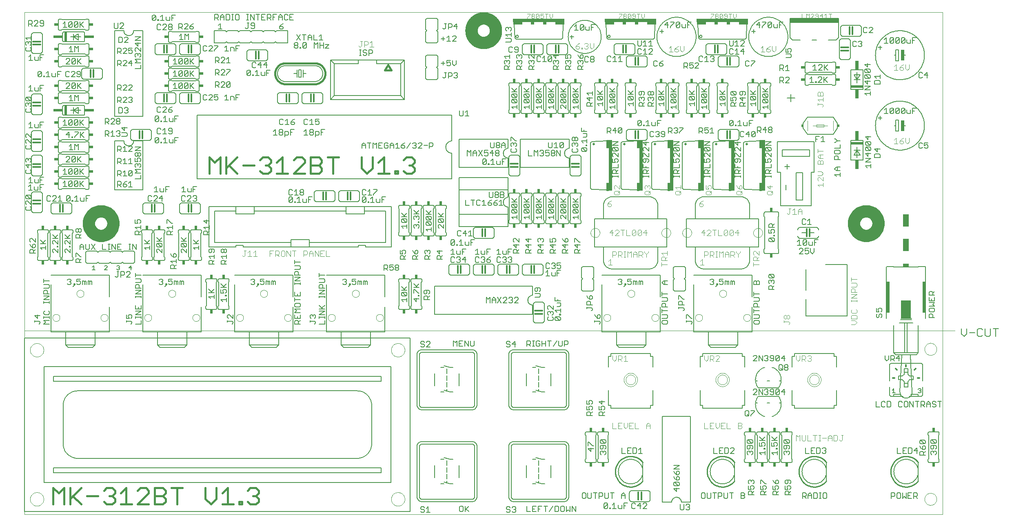
<source format=gto>
G75*
%MOIN*%
%OFA0B0*%
%FSLAX24Y24*%
%IPPOS*%
%LPD*%
%AMOC8*
5,1,8,0,0,1.08239X$1,22.5*
%
%ADD10C,0.0000*%
%ADD11C,0.0060*%
%ADD12C,0.0150*%
%ADD13C,0.0080*%
%ADD14C,0.0040*%
%ADD15C,0.0050*%
%ADD16C,0.1000*%
%ADD17C,0.0120*%
%ADD18R,0.0250X0.0900*%
%ADD19R,0.1000X0.0200*%
%ADD20R,0.0300X0.0750*%
%ADD21R,0.0200X0.0800*%
%ADD22R,0.0750X0.0200*%
%ADD23C,0.0200*%
%ADD24R,0.0276X0.4173*%
%ADD25R,0.0236X0.0669*%
%ADD26R,0.0240X0.0340*%
%ADD27R,0.0340X0.0240*%
%ADD28R,0.0500X0.0300*%
%ADD29R,0.0500X0.1000*%
%ADD30R,0.0250X0.2550*%
%ADD31R,0.0800X0.1500*%
%ADD32R,0.4200X0.0300*%
%ADD33R,0.0300X0.0200*%
%ADD34C,0.0160*%
%ADD35C,0.0020*%
%ADD36C,0.0100*%
%ADD37R,0.0140X0.0240*%
%ADD38R,0.4000X0.0375*%
D10*
X000500Y000250D02*
X000500Y015250D01*
X076500Y015250D01*
X074008Y013750D02*
X074010Y013794D01*
X074016Y013838D01*
X074026Y013881D01*
X074039Y013923D01*
X074057Y013963D01*
X074078Y014002D01*
X074102Y014039D01*
X074129Y014074D01*
X074160Y014106D01*
X074193Y014135D01*
X074229Y014161D01*
X074267Y014183D01*
X074307Y014202D01*
X074348Y014218D01*
X074391Y014230D01*
X074434Y014238D01*
X074478Y014242D01*
X074522Y014242D01*
X074566Y014238D01*
X074609Y014230D01*
X074652Y014218D01*
X074693Y014202D01*
X074733Y014183D01*
X074771Y014161D01*
X074807Y014135D01*
X074840Y014106D01*
X074871Y014074D01*
X074898Y014039D01*
X074922Y014002D01*
X074943Y013963D01*
X074961Y013923D01*
X074974Y013881D01*
X074984Y013838D01*
X074990Y013794D01*
X074992Y013750D01*
X074990Y013706D01*
X074984Y013662D01*
X074974Y013619D01*
X074961Y013577D01*
X074943Y013537D01*
X074922Y013498D01*
X074898Y013461D01*
X074871Y013426D01*
X074840Y013394D01*
X074807Y013365D01*
X074771Y013339D01*
X074733Y013317D01*
X074693Y013298D01*
X074652Y013282D01*
X074609Y013270D01*
X074566Y013262D01*
X074522Y013258D01*
X074478Y013258D01*
X074434Y013262D01*
X074391Y013270D01*
X074348Y013282D01*
X074307Y013298D01*
X074267Y013317D01*
X074229Y013339D01*
X074193Y013365D01*
X074160Y013394D01*
X074129Y013426D01*
X074102Y013461D01*
X074078Y013498D01*
X074057Y013537D01*
X074039Y013577D01*
X074026Y013619D01*
X074016Y013662D01*
X074010Y013706D01*
X074008Y013750D01*
X059213Y016313D02*
X059215Y016347D01*
X059221Y016381D01*
X059231Y016414D01*
X059244Y016445D01*
X059262Y016475D01*
X059282Y016503D01*
X059306Y016528D01*
X059332Y016550D01*
X059360Y016568D01*
X059391Y016584D01*
X059423Y016596D01*
X059457Y016604D01*
X059491Y016608D01*
X059525Y016608D01*
X059559Y016604D01*
X059593Y016596D01*
X059625Y016584D01*
X059655Y016568D01*
X059684Y016550D01*
X059710Y016528D01*
X059734Y016503D01*
X059754Y016475D01*
X059772Y016445D01*
X059785Y016414D01*
X059795Y016381D01*
X059801Y016347D01*
X059803Y016313D01*
X059801Y016279D01*
X059795Y016245D01*
X059785Y016212D01*
X059772Y016181D01*
X059754Y016151D01*
X059734Y016123D01*
X059710Y016098D01*
X059684Y016076D01*
X059656Y016058D01*
X059625Y016042D01*
X059593Y016030D01*
X059559Y016022D01*
X059525Y016018D01*
X059491Y016018D01*
X059457Y016022D01*
X059423Y016030D01*
X059391Y016042D01*
X059360Y016058D01*
X059332Y016076D01*
X059306Y016098D01*
X059282Y016123D01*
X059262Y016151D01*
X059244Y016181D01*
X059231Y016212D01*
X059221Y016245D01*
X059215Y016279D01*
X059213Y016313D01*
X055276Y016313D02*
X055278Y016347D01*
X055284Y016381D01*
X055294Y016414D01*
X055307Y016445D01*
X055325Y016475D01*
X055345Y016503D01*
X055369Y016528D01*
X055395Y016550D01*
X055423Y016568D01*
X055454Y016584D01*
X055486Y016596D01*
X055520Y016604D01*
X055554Y016608D01*
X055588Y016608D01*
X055622Y016604D01*
X055656Y016596D01*
X055688Y016584D01*
X055718Y016568D01*
X055747Y016550D01*
X055773Y016528D01*
X055797Y016503D01*
X055817Y016475D01*
X055835Y016445D01*
X055848Y016414D01*
X055858Y016381D01*
X055864Y016347D01*
X055866Y016313D01*
X055864Y016279D01*
X055858Y016245D01*
X055848Y016212D01*
X055835Y016181D01*
X055817Y016151D01*
X055797Y016123D01*
X055773Y016098D01*
X055747Y016076D01*
X055719Y016058D01*
X055688Y016042D01*
X055656Y016030D01*
X055622Y016022D01*
X055588Y016018D01*
X055554Y016018D01*
X055520Y016022D01*
X055486Y016030D01*
X055454Y016042D01*
X055423Y016058D01*
X055395Y016076D01*
X055369Y016098D01*
X055345Y016123D01*
X055325Y016151D01*
X055307Y016181D01*
X055294Y016212D01*
X055284Y016245D01*
X055278Y016279D01*
X055276Y016313D01*
X051713Y016313D02*
X051715Y016347D01*
X051721Y016381D01*
X051731Y016414D01*
X051744Y016445D01*
X051762Y016475D01*
X051782Y016503D01*
X051806Y016528D01*
X051832Y016550D01*
X051860Y016568D01*
X051891Y016584D01*
X051923Y016596D01*
X051957Y016604D01*
X051991Y016608D01*
X052025Y016608D01*
X052059Y016604D01*
X052093Y016596D01*
X052125Y016584D01*
X052155Y016568D01*
X052184Y016550D01*
X052210Y016528D01*
X052234Y016503D01*
X052254Y016475D01*
X052272Y016445D01*
X052285Y016414D01*
X052295Y016381D01*
X052301Y016347D01*
X052303Y016313D01*
X052301Y016279D01*
X052295Y016245D01*
X052285Y016212D01*
X052272Y016181D01*
X052254Y016151D01*
X052234Y016123D01*
X052210Y016098D01*
X052184Y016076D01*
X052156Y016058D01*
X052125Y016042D01*
X052093Y016030D01*
X052059Y016022D01*
X052025Y016018D01*
X051991Y016018D01*
X051957Y016022D01*
X051923Y016030D01*
X051891Y016042D01*
X051860Y016058D01*
X051832Y016076D01*
X051806Y016098D01*
X051782Y016123D01*
X051762Y016151D01*
X051744Y016181D01*
X051731Y016212D01*
X051721Y016245D01*
X051715Y016279D01*
X051713Y016313D01*
X049744Y018281D02*
X049746Y018315D01*
X049752Y018349D01*
X049762Y018382D01*
X049775Y018413D01*
X049793Y018443D01*
X049813Y018471D01*
X049837Y018496D01*
X049863Y018518D01*
X049891Y018536D01*
X049922Y018552D01*
X049954Y018564D01*
X049988Y018572D01*
X050022Y018576D01*
X050056Y018576D01*
X050090Y018572D01*
X050124Y018564D01*
X050156Y018552D01*
X050186Y018536D01*
X050215Y018518D01*
X050241Y018496D01*
X050265Y018471D01*
X050285Y018443D01*
X050303Y018413D01*
X050316Y018382D01*
X050326Y018349D01*
X050332Y018315D01*
X050334Y018281D01*
X050332Y018247D01*
X050326Y018213D01*
X050316Y018180D01*
X050303Y018149D01*
X050285Y018119D01*
X050265Y018091D01*
X050241Y018066D01*
X050215Y018044D01*
X050187Y018026D01*
X050156Y018010D01*
X050124Y017998D01*
X050090Y017990D01*
X050056Y017986D01*
X050022Y017986D01*
X049988Y017990D01*
X049954Y017998D01*
X049922Y018010D01*
X049891Y018026D01*
X049863Y018044D01*
X049837Y018066D01*
X049813Y018091D01*
X049793Y018119D01*
X049775Y018149D01*
X049762Y018180D01*
X049752Y018213D01*
X049746Y018247D01*
X049744Y018281D01*
X047776Y016313D02*
X047778Y016347D01*
X047784Y016381D01*
X047794Y016414D01*
X047807Y016445D01*
X047825Y016475D01*
X047845Y016503D01*
X047869Y016528D01*
X047895Y016550D01*
X047923Y016568D01*
X047954Y016584D01*
X047986Y016596D01*
X048020Y016604D01*
X048054Y016608D01*
X048088Y016608D01*
X048122Y016604D01*
X048156Y016596D01*
X048188Y016584D01*
X048218Y016568D01*
X048247Y016550D01*
X048273Y016528D01*
X048297Y016503D01*
X048317Y016475D01*
X048335Y016445D01*
X048348Y016414D01*
X048358Y016381D01*
X048364Y016347D01*
X048366Y016313D01*
X048364Y016279D01*
X048358Y016245D01*
X048348Y016212D01*
X048335Y016181D01*
X048317Y016151D01*
X048297Y016123D01*
X048273Y016098D01*
X048247Y016076D01*
X048219Y016058D01*
X048188Y016042D01*
X048156Y016030D01*
X048122Y016022D01*
X048088Y016018D01*
X048054Y016018D01*
X048020Y016022D01*
X047986Y016030D01*
X047954Y016042D01*
X047923Y016058D01*
X047895Y016076D01*
X047869Y016098D01*
X047845Y016123D01*
X047825Y016151D01*
X047807Y016181D01*
X047794Y016212D01*
X047784Y016245D01*
X047778Y016279D01*
X047776Y016313D01*
X057244Y018281D02*
X057246Y018315D01*
X057252Y018349D01*
X057262Y018382D01*
X057275Y018413D01*
X057293Y018443D01*
X057313Y018471D01*
X057337Y018496D01*
X057363Y018518D01*
X057391Y018536D01*
X057422Y018552D01*
X057454Y018564D01*
X057488Y018572D01*
X057522Y018576D01*
X057556Y018576D01*
X057590Y018572D01*
X057624Y018564D01*
X057656Y018552D01*
X057686Y018536D01*
X057715Y018518D01*
X057741Y018496D01*
X057765Y018471D01*
X057785Y018443D01*
X057803Y018413D01*
X057816Y018382D01*
X057826Y018349D01*
X057832Y018315D01*
X057834Y018281D01*
X057832Y018247D01*
X057826Y018213D01*
X057816Y018180D01*
X057803Y018149D01*
X057785Y018119D01*
X057765Y018091D01*
X057741Y018066D01*
X057715Y018044D01*
X057687Y018026D01*
X057656Y018010D01*
X057624Y017998D01*
X057590Y017990D01*
X057556Y017986D01*
X057522Y017986D01*
X057488Y017990D01*
X057454Y017998D01*
X057422Y018010D01*
X057391Y018026D01*
X057363Y018044D01*
X057337Y018066D01*
X057313Y018091D01*
X057293Y018119D01*
X057275Y018149D01*
X057262Y018180D01*
X057252Y018213D01*
X057246Y018247D01*
X057244Y018281D01*
X054231Y023250D02*
X054233Y023288D01*
X054239Y023327D01*
X054249Y023364D01*
X054262Y023400D01*
X054280Y023434D01*
X054300Y023467D01*
X054324Y023497D01*
X054351Y023524D01*
X054381Y023549D01*
X054412Y023571D01*
X054446Y023589D01*
X054482Y023603D01*
X054519Y023614D01*
X054557Y023621D01*
X054595Y023624D01*
X054634Y023623D01*
X054672Y023618D01*
X054710Y023609D01*
X054746Y023596D01*
X054781Y023580D01*
X054814Y023560D01*
X054845Y023537D01*
X054873Y023511D01*
X054898Y023482D01*
X054921Y023451D01*
X054940Y023417D01*
X054955Y023382D01*
X054967Y023345D01*
X054975Y023308D01*
X054979Y023269D01*
X054979Y023231D01*
X054975Y023192D01*
X054967Y023155D01*
X054955Y023118D01*
X054940Y023083D01*
X054921Y023049D01*
X054898Y023018D01*
X054873Y022989D01*
X054845Y022963D01*
X054814Y022940D01*
X054781Y022920D01*
X054746Y022904D01*
X054710Y022891D01*
X054672Y022882D01*
X054634Y022877D01*
X054595Y022876D01*
X054557Y022879D01*
X054519Y022886D01*
X054482Y022897D01*
X054446Y022911D01*
X054412Y022929D01*
X054381Y022951D01*
X054351Y022976D01*
X054324Y023003D01*
X054300Y023033D01*
X054280Y023066D01*
X054262Y023100D01*
X054249Y023136D01*
X054239Y023173D01*
X054233Y023212D01*
X054231Y023250D01*
X052521Y023250D02*
X052523Y023288D01*
X052529Y023327D01*
X052539Y023364D01*
X052552Y023400D01*
X052570Y023434D01*
X052590Y023467D01*
X052614Y023497D01*
X052641Y023524D01*
X052671Y023549D01*
X052702Y023571D01*
X052736Y023589D01*
X052772Y023603D01*
X052809Y023614D01*
X052847Y023621D01*
X052885Y023624D01*
X052924Y023623D01*
X052962Y023618D01*
X053000Y023609D01*
X053036Y023596D01*
X053071Y023580D01*
X053104Y023560D01*
X053135Y023537D01*
X053163Y023511D01*
X053188Y023482D01*
X053211Y023451D01*
X053230Y023417D01*
X053245Y023382D01*
X053257Y023345D01*
X053265Y023308D01*
X053269Y023269D01*
X053269Y023231D01*
X053265Y023192D01*
X053257Y023155D01*
X053245Y023118D01*
X053230Y023083D01*
X053211Y023049D01*
X053188Y023018D01*
X053163Y022989D01*
X053135Y022963D01*
X053104Y022940D01*
X053071Y022920D01*
X053036Y022904D01*
X053000Y022891D01*
X052962Y022882D01*
X052924Y022877D01*
X052885Y022876D01*
X052847Y022879D01*
X052809Y022886D01*
X052772Y022897D01*
X052736Y022911D01*
X052702Y022929D01*
X052671Y022951D01*
X052641Y022976D01*
X052614Y023003D01*
X052590Y023033D01*
X052570Y023066D01*
X052552Y023100D01*
X052539Y023136D01*
X052529Y023173D01*
X052523Y023212D01*
X052521Y023250D01*
X046731Y023250D02*
X046733Y023288D01*
X046739Y023327D01*
X046749Y023364D01*
X046762Y023400D01*
X046780Y023434D01*
X046800Y023467D01*
X046824Y023497D01*
X046851Y023524D01*
X046881Y023549D01*
X046912Y023571D01*
X046946Y023589D01*
X046982Y023603D01*
X047019Y023614D01*
X047057Y023621D01*
X047095Y023624D01*
X047134Y023623D01*
X047172Y023618D01*
X047210Y023609D01*
X047246Y023596D01*
X047281Y023580D01*
X047314Y023560D01*
X047345Y023537D01*
X047373Y023511D01*
X047398Y023482D01*
X047421Y023451D01*
X047440Y023417D01*
X047455Y023382D01*
X047467Y023345D01*
X047475Y023308D01*
X047479Y023269D01*
X047479Y023231D01*
X047475Y023192D01*
X047467Y023155D01*
X047455Y023118D01*
X047440Y023083D01*
X047421Y023049D01*
X047398Y023018D01*
X047373Y022989D01*
X047345Y022963D01*
X047314Y022940D01*
X047281Y022920D01*
X047246Y022904D01*
X047210Y022891D01*
X047172Y022882D01*
X047134Y022877D01*
X047095Y022876D01*
X047057Y022879D01*
X047019Y022886D01*
X046982Y022897D01*
X046946Y022911D01*
X046912Y022929D01*
X046881Y022951D01*
X046851Y022976D01*
X046824Y023003D01*
X046800Y023033D01*
X046780Y023066D01*
X046762Y023100D01*
X046749Y023136D01*
X046739Y023173D01*
X046733Y023212D01*
X046731Y023250D01*
X060021Y023250D02*
X060023Y023288D01*
X060029Y023327D01*
X060039Y023364D01*
X060052Y023400D01*
X060070Y023434D01*
X060090Y023467D01*
X060114Y023497D01*
X060141Y023524D01*
X060171Y023549D01*
X060202Y023571D01*
X060236Y023589D01*
X060272Y023603D01*
X060309Y023614D01*
X060347Y023621D01*
X060385Y023624D01*
X060424Y023623D01*
X060462Y023618D01*
X060500Y023609D01*
X060536Y023596D01*
X060571Y023580D01*
X060604Y023560D01*
X060635Y023537D01*
X060663Y023511D01*
X060688Y023482D01*
X060711Y023451D01*
X060730Y023417D01*
X060745Y023382D01*
X060757Y023345D01*
X060765Y023308D01*
X060769Y023269D01*
X060769Y023231D01*
X060765Y023192D01*
X060757Y023155D01*
X060745Y023118D01*
X060730Y023083D01*
X060711Y023049D01*
X060688Y023018D01*
X060663Y022989D01*
X060635Y022963D01*
X060604Y022940D01*
X060571Y022920D01*
X060536Y022904D01*
X060500Y022891D01*
X060462Y022882D01*
X060424Y022877D01*
X060385Y022876D01*
X060347Y022879D01*
X060309Y022886D01*
X060272Y022897D01*
X060236Y022911D01*
X060202Y022929D01*
X060171Y022951D01*
X060141Y022976D01*
X060114Y023003D01*
X060090Y023033D01*
X060070Y023066D01*
X060052Y023100D01*
X060039Y023136D01*
X060029Y023173D01*
X060023Y023212D01*
X060021Y023250D01*
X068620Y024000D02*
X068622Y024050D01*
X068628Y024100D01*
X068638Y024149D01*
X068652Y024197D01*
X068669Y024244D01*
X068690Y024289D01*
X068715Y024333D01*
X068743Y024374D01*
X068775Y024413D01*
X068809Y024450D01*
X068846Y024484D01*
X068886Y024514D01*
X068928Y024541D01*
X068972Y024565D01*
X069018Y024586D01*
X069065Y024602D01*
X069113Y024615D01*
X069163Y024624D01*
X069212Y024629D01*
X069263Y024630D01*
X069313Y024627D01*
X069362Y024620D01*
X069411Y024609D01*
X069459Y024594D01*
X069505Y024576D01*
X069550Y024554D01*
X069593Y024528D01*
X069634Y024499D01*
X069673Y024467D01*
X069709Y024432D01*
X069741Y024394D01*
X069771Y024354D01*
X069798Y024311D01*
X069821Y024267D01*
X069840Y024221D01*
X069856Y024173D01*
X069868Y024124D01*
X069876Y024075D01*
X069880Y024025D01*
X069880Y023975D01*
X069876Y023925D01*
X069868Y023876D01*
X069856Y023827D01*
X069840Y023779D01*
X069821Y023733D01*
X069798Y023689D01*
X069771Y023646D01*
X069741Y023606D01*
X069709Y023568D01*
X069673Y023533D01*
X069634Y023501D01*
X069593Y023472D01*
X069550Y023446D01*
X069505Y023424D01*
X069459Y023406D01*
X069411Y023391D01*
X069362Y023380D01*
X069313Y023373D01*
X069263Y023370D01*
X069212Y023371D01*
X069163Y023376D01*
X069113Y023385D01*
X069065Y023398D01*
X069018Y023414D01*
X068972Y023435D01*
X068928Y023459D01*
X068886Y023486D01*
X068846Y023516D01*
X068809Y023550D01*
X068775Y023587D01*
X068743Y023626D01*
X068715Y023667D01*
X068690Y023711D01*
X068669Y023756D01*
X068652Y023803D01*
X068638Y023851D01*
X068628Y023900D01*
X068622Y023950D01*
X068620Y024000D01*
X037370Y039750D02*
X037372Y039800D01*
X037378Y039850D01*
X037388Y039899D01*
X037402Y039947D01*
X037419Y039994D01*
X037440Y040039D01*
X037465Y040083D01*
X037493Y040124D01*
X037525Y040163D01*
X037559Y040200D01*
X037596Y040234D01*
X037636Y040264D01*
X037678Y040291D01*
X037722Y040315D01*
X037768Y040336D01*
X037815Y040352D01*
X037863Y040365D01*
X037913Y040374D01*
X037962Y040379D01*
X038013Y040380D01*
X038063Y040377D01*
X038112Y040370D01*
X038161Y040359D01*
X038209Y040344D01*
X038255Y040326D01*
X038300Y040304D01*
X038343Y040278D01*
X038384Y040249D01*
X038423Y040217D01*
X038459Y040182D01*
X038491Y040144D01*
X038521Y040104D01*
X038548Y040061D01*
X038571Y040017D01*
X038590Y039971D01*
X038606Y039923D01*
X038618Y039874D01*
X038626Y039825D01*
X038630Y039775D01*
X038630Y039725D01*
X038626Y039675D01*
X038618Y039626D01*
X038606Y039577D01*
X038590Y039529D01*
X038571Y039483D01*
X038548Y039439D01*
X038521Y039396D01*
X038491Y039356D01*
X038459Y039318D01*
X038423Y039283D01*
X038384Y039251D01*
X038343Y039222D01*
X038300Y039196D01*
X038255Y039174D01*
X038209Y039156D01*
X038161Y039141D01*
X038112Y039130D01*
X038063Y039123D01*
X038013Y039120D01*
X037962Y039121D01*
X037913Y039126D01*
X037863Y039135D01*
X037815Y039148D01*
X037768Y039164D01*
X037722Y039185D01*
X037678Y039209D01*
X037636Y039236D01*
X037596Y039266D01*
X037559Y039300D01*
X037525Y039337D01*
X037493Y039376D01*
X037465Y039417D01*
X037440Y039461D01*
X037419Y039506D01*
X037402Y039553D01*
X037388Y039601D01*
X037378Y039650D01*
X037372Y039700D01*
X037370Y039750D01*
X006120Y024000D02*
X006122Y024050D01*
X006128Y024100D01*
X006138Y024149D01*
X006152Y024197D01*
X006169Y024244D01*
X006190Y024289D01*
X006215Y024333D01*
X006243Y024374D01*
X006275Y024413D01*
X006309Y024450D01*
X006346Y024484D01*
X006386Y024514D01*
X006428Y024541D01*
X006472Y024565D01*
X006518Y024586D01*
X006565Y024602D01*
X006613Y024615D01*
X006663Y024624D01*
X006712Y024629D01*
X006763Y024630D01*
X006813Y024627D01*
X006862Y024620D01*
X006911Y024609D01*
X006959Y024594D01*
X007005Y024576D01*
X007050Y024554D01*
X007093Y024528D01*
X007134Y024499D01*
X007173Y024467D01*
X007209Y024432D01*
X007241Y024394D01*
X007271Y024354D01*
X007298Y024311D01*
X007321Y024267D01*
X007340Y024221D01*
X007356Y024173D01*
X007368Y024124D01*
X007376Y024075D01*
X007380Y024025D01*
X007380Y023975D01*
X007376Y023925D01*
X007368Y023876D01*
X007356Y023827D01*
X007340Y023779D01*
X007321Y023733D01*
X007298Y023689D01*
X007271Y023646D01*
X007241Y023606D01*
X007209Y023568D01*
X007173Y023533D01*
X007134Y023501D01*
X007093Y023472D01*
X007050Y023446D01*
X007005Y023424D01*
X006959Y023406D01*
X006911Y023391D01*
X006862Y023380D01*
X006813Y023373D01*
X006763Y023370D01*
X006712Y023371D01*
X006663Y023376D01*
X006613Y023385D01*
X006565Y023398D01*
X006518Y023414D01*
X006472Y023435D01*
X006428Y023459D01*
X006386Y023486D01*
X006346Y023516D01*
X006309Y023550D01*
X006275Y023587D01*
X006243Y023626D01*
X006215Y023667D01*
X006190Y023711D01*
X006169Y023756D01*
X006152Y023803D01*
X006138Y023851D01*
X006128Y023900D01*
X006122Y023950D01*
X006120Y024000D01*
X004744Y018281D02*
X004746Y018315D01*
X004752Y018349D01*
X004762Y018382D01*
X004775Y018413D01*
X004793Y018443D01*
X004813Y018471D01*
X004837Y018496D01*
X004863Y018518D01*
X004891Y018536D01*
X004922Y018552D01*
X004954Y018564D01*
X004988Y018572D01*
X005022Y018576D01*
X005056Y018576D01*
X005090Y018572D01*
X005124Y018564D01*
X005156Y018552D01*
X005186Y018536D01*
X005215Y018518D01*
X005241Y018496D01*
X005265Y018471D01*
X005285Y018443D01*
X005303Y018413D01*
X005316Y018382D01*
X005326Y018349D01*
X005332Y018315D01*
X005334Y018281D01*
X005332Y018247D01*
X005326Y018213D01*
X005316Y018180D01*
X005303Y018149D01*
X005285Y018119D01*
X005265Y018091D01*
X005241Y018066D01*
X005215Y018044D01*
X005187Y018026D01*
X005156Y018010D01*
X005124Y017998D01*
X005090Y017990D01*
X005056Y017986D01*
X005022Y017986D01*
X004988Y017990D01*
X004954Y017998D01*
X004922Y018010D01*
X004891Y018026D01*
X004863Y018044D01*
X004837Y018066D01*
X004813Y018091D01*
X004793Y018119D01*
X004775Y018149D01*
X004762Y018180D01*
X004752Y018213D01*
X004746Y018247D01*
X004744Y018281D01*
X002776Y016313D02*
X002778Y016347D01*
X002784Y016381D01*
X002794Y016414D01*
X002807Y016445D01*
X002825Y016475D01*
X002845Y016503D01*
X002869Y016528D01*
X002895Y016550D01*
X002923Y016568D01*
X002954Y016584D01*
X002986Y016596D01*
X003020Y016604D01*
X003054Y016608D01*
X003088Y016608D01*
X003122Y016604D01*
X003156Y016596D01*
X003188Y016584D01*
X003218Y016568D01*
X003247Y016550D01*
X003273Y016528D01*
X003297Y016503D01*
X003317Y016475D01*
X003335Y016445D01*
X003348Y016414D01*
X003358Y016381D01*
X003364Y016347D01*
X003366Y016313D01*
X003364Y016279D01*
X003358Y016245D01*
X003348Y016212D01*
X003335Y016181D01*
X003317Y016151D01*
X003297Y016123D01*
X003273Y016098D01*
X003247Y016076D01*
X003219Y016058D01*
X003188Y016042D01*
X003156Y016030D01*
X003122Y016022D01*
X003088Y016018D01*
X003054Y016018D01*
X003020Y016022D01*
X002986Y016030D01*
X002954Y016042D01*
X002923Y016058D01*
X002895Y016076D01*
X002869Y016098D01*
X002845Y016123D01*
X002825Y016151D01*
X002807Y016181D01*
X002794Y016212D01*
X002784Y016245D01*
X002778Y016279D01*
X002776Y016313D01*
X000500Y015250D02*
X000500Y041250D01*
X075500Y041250D01*
X075492Y000250D01*
X000500Y000250D01*
X000949Y001500D02*
X000951Y001547D01*
X000957Y001593D01*
X000967Y001639D01*
X000980Y001684D01*
X000998Y001727D01*
X001019Y001769D01*
X001043Y001809D01*
X001071Y001846D01*
X001102Y001881D01*
X001136Y001914D01*
X001172Y001943D01*
X001211Y001969D01*
X001252Y001992D01*
X001295Y002011D01*
X001339Y002027D01*
X001384Y002039D01*
X001430Y002047D01*
X001477Y002051D01*
X001523Y002051D01*
X001570Y002047D01*
X001616Y002039D01*
X001661Y002027D01*
X001705Y002011D01*
X001748Y001992D01*
X001789Y001969D01*
X001828Y001943D01*
X001864Y001914D01*
X001898Y001881D01*
X001929Y001846D01*
X001957Y001809D01*
X001981Y001769D01*
X002002Y001727D01*
X002020Y001684D01*
X002033Y001639D01*
X002043Y001593D01*
X002049Y001547D01*
X002051Y001500D01*
X002049Y001453D01*
X002043Y001407D01*
X002033Y001361D01*
X002020Y001316D01*
X002002Y001273D01*
X001981Y001231D01*
X001957Y001191D01*
X001929Y001154D01*
X001898Y001119D01*
X001864Y001086D01*
X001828Y001057D01*
X001789Y001031D01*
X001748Y001008D01*
X001705Y000989D01*
X001661Y000973D01*
X001616Y000961D01*
X001570Y000953D01*
X001523Y000949D01*
X001477Y000949D01*
X001430Y000953D01*
X001384Y000961D01*
X001339Y000973D01*
X001295Y000989D01*
X001252Y001008D01*
X001211Y001031D01*
X001172Y001057D01*
X001136Y001086D01*
X001102Y001119D01*
X001071Y001154D01*
X001043Y001191D01*
X001019Y001231D01*
X000998Y001273D01*
X000980Y001316D01*
X000967Y001361D01*
X000957Y001407D01*
X000951Y001453D01*
X000949Y001500D01*
X000949Y013673D02*
X000951Y013720D01*
X000957Y013766D01*
X000967Y013812D01*
X000980Y013857D01*
X000998Y013900D01*
X001019Y013942D01*
X001043Y013982D01*
X001071Y014019D01*
X001102Y014054D01*
X001136Y014087D01*
X001172Y014116D01*
X001211Y014142D01*
X001252Y014165D01*
X001295Y014184D01*
X001339Y014200D01*
X001384Y014212D01*
X001430Y014220D01*
X001477Y014224D01*
X001523Y014224D01*
X001570Y014220D01*
X001616Y014212D01*
X001661Y014200D01*
X001705Y014184D01*
X001748Y014165D01*
X001789Y014142D01*
X001828Y014116D01*
X001864Y014087D01*
X001898Y014054D01*
X001929Y014019D01*
X001957Y013982D01*
X001981Y013942D01*
X002002Y013900D01*
X002020Y013857D01*
X002033Y013812D01*
X002043Y013766D01*
X002049Y013720D01*
X002051Y013673D01*
X002049Y013626D01*
X002043Y013580D01*
X002033Y013534D01*
X002020Y013489D01*
X002002Y013446D01*
X001981Y013404D01*
X001957Y013364D01*
X001929Y013327D01*
X001898Y013292D01*
X001864Y013259D01*
X001828Y013230D01*
X001789Y013204D01*
X001748Y013181D01*
X001705Y013162D01*
X001661Y013146D01*
X001616Y013134D01*
X001570Y013126D01*
X001523Y013122D01*
X001477Y013122D01*
X001430Y013126D01*
X001384Y013134D01*
X001339Y013146D01*
X001295Y013162D01*
X001252Y013181D01*
X001211Y013204D01*
X001172Y013230D01*
X001136Y013259D01*
X001102Y013292D01*
X001071Y013327D01*
X001043Y013364D01*
X001019Y013404D01*
X000998Y013446D01*
X000980Y013489D01*
X000967Y013534D01*
X000957Y013580D01*
X000951Y013626D01*
X000949Y013673D01*
X006713Y016313D02*
X006715Y016347D01*
X006721Y016381D01*
X006731Y016414D01*
X006744Y016445D01*
X006762Y016475D01*
X006782Y016503D01*
X006806Y016528D01*
X006832Y016550D01*
X006860Y016568D01*
X006891Y016584D01*
X006923Y016596D01*
X006957Y016604D01*
X006991Y016608D01*
X007025Y016608D01*
X007059Y016604D01*
X007093Y016596D01*
X007125Y016584D01*
X007155Y016568D01*
X007184Y016550D01*
X007210Y016528D01*
X007234Y016503D01*
X007254Y016475D01*
X007272Y016445D01*
X007285Y016414D01*
X007295Y016381D01*
X007301Y016347D01*
X007303Y016313D01*
X007301Y016279D01*
X007295Y016245D01*
X007285Y016212D01*
X007272Y016181D01*
X007254Y016151D01*
X007234Y016123D01*
X007210Y016098D01*
X007184Y016076D01*
X007156Y016058D01*
X007125Y016042D01*
X007093Y016030D01*
X007059Y016022D01*
X007025Y016018D01*
X006991Y016018D01*
X006957Y016022D01*
X006923Y016030D01*
X006891Y016042D01*
X006860Y016058D01*
X006832Y016076D01*
X006806Y016098D01*
X006782Y016123D01*
X006762Y016151D01*
X006744Y016181D01*
X006731Y016212D01*
X006721Y016245D01*
X006715Y016279D01*
X006713Y016313D01*
X010276Y016313D02*
X010278Y016347D01*
X010284Y016381D01*
X010294Y016414D01*
X010307Y016445D01*
X010325Y016475D01*
X010345Y016503D01*
X010369Y016528D01*
X010395Y016550D01*
X010423Y016568D01*
X010454Y016584D01*
X010486Y016596D01*
X010520Y016604D01*
X010554Y016608D01*
X010588Y016608D01*
X010622Y016604D01*
X010656Y016596D01*
X010688Y016584D01*
X010718Y016568D01*
X010747Y016550D01*
X010773Y016528D01*
X010797Y016503D01*
X010817Y016475D01*
X010835Y016445D01*
X010848Y016414D01*
X010858Y016381D01*
X010864Y016347D01*
X010866Y016313D01*
X010864Y016279D01*
X010858Y016245D01*
X010848Y016212D01*
X010835Y016181D01*
X010817Y016151D01*
X010797Y016123D01*
X010773Y016098D01*
X010747Y016076D01*
X010719Y016058D01*
X010688Y016042D01*
X010656Y016030D01*
X010622Y016022D01*
X010588Y016018D01*
X010554Y016018D01*
X010520Y016022D01*
X010486Y016030D01*
X010454Y016042D01*
X010423Y016058D01*
X010395Y016076D01*
X010369Y016098D01*
X010345Y016123D01*
X010325Y016151D01*
X010307Y016181D01*
X010294Y016212D01*
X010284Y016245D01*
X010278Y016279D01*
X010276Y016313D01*
X012244Y018281D02*
X012246Y018315D01*
X012252Y018349D01*
X012262Y018382D01*
X012275Y018413D01*
X012293Y018443D01*
X012313Y018471D01*
X012337Y018496D01*
X012363Y018518D01*
X012391Y018536D01*
X012422Y018552D01*
X012454Y018564D01*
X012488Y018572D01*
X012522Y018576D01*
X012556Y018576D01*
X012590Y018572D01*
X012624Y018564D01*
X012656Y018552D01*
X012686Y018536D01*
X012715Y018518D01*
X012741Y018496D01*
X012765Y018471D01*
X012785Y018443D01*
X012803Y018413D01*
X012816Y018382D01*
X012826Y018349D01*
X012832Y018315D01*
X012834Y018281D01*
X012832Y018247D01*
X012826Y018213D01*
X012816Y018180D01*
X012803Y018149D01*
X012785Y018119D01*
X012765Y018091D01*
X012741Y018066D01*
X012715Y018044D01*
X012687Y018026D01*
X012656Y018010D01*
X012624Y017998D01*
X012590Y017990D01*
X012556Y017986D01*
X012522Y017986D01*
X012488Y017990D01*
X012454Y017998D01*
X012422Y018010D01*
X012391Y018026D01*
X012363Y018044D01*
X012337Y018066D01*
X012313Y018091D01*
X012293Y018119D01*
X012275Y018149D01*
X012262Y018180D01*
X012252Y018213D01*
X012246Y018247D01*
X012244Y018281D01*
X014213Y016313D02*
X014215Y016347D01*
X014221Y016381D01*
X014231Y016414D01*
X014244Y016445D01*
X014262Y016475D01*
X014282Y016503D01*
X014306Y016528D01*
X014332Y016550D01*
X014360Y016568D01*
X014391Y016584D01*
X014423Y016596D01*
X014457Y016604D01*
X014491Y016608D01*
X014525Y016608D01*
X014559Y016604D01*
X014593Y016596D01*
X014625Y016584D01*
X014655Y016568D01*
X014684Y016550D01*
X014710Y016528D01*
X014734Y016503D01*
X014754Y016475D01*
X014772Y016445D01*
X014785Y016414D01*
X014795Y016381D01*
X014801Y016347D01*
X014803Y016313D01*
X014801Y016279D01*
X014795Y016245D01*
X014785Y016212D01*
X014772Y016181D01*
X014754Y016151D01*
X014734Y016123D01*
X014710Y016098D01*
X014684Y016076D01*
X014656Y016058D01*
X014625Y016042D01*
X014593Y016030D01*
X014559Y016022D01*
X014525Y016018D01*
X014491Y016018D01*
X014457Y016022D01*
X014423Y016030D01*
X014391Y016042D01*
X014360Y016058D01*
X014332Y016076D01*
X014306Y016098D01*
X014282Y016123D01*
X014262Y016151D01*
X014244Y016181D01*
X014231Y016212D01*
X014221Y016245D01*
X014215Y016279D01*
X014213Y016313D01*
X017776Y016313D02*
X017778Y016347D01*
X017784Y016381D01*
X017794Y016414D01*
X017807Y016445D01*
X017825Y016475D01*
X017845Y016503D01*
X017869Y016528D01*
X017895Y016550D01*
X017923Y016568D01*
X017954Y016584D01*
X017986Y016596D01*
X018020Y016604D01*
X018054Y016608D01*
X018088Y016608D01*
X018122Y016604D01*
X018156Y016596D01*
X018188Y016584D01*
X018218Y016568D01*
X018247Y016550D01*
X018273Y016528D01*
X018297Y016503D01*
X018317Y016475D01*
X018335Y016445D01*
X018348Y016414D01*
X018358Y016381D01*
X018364Y016347D01*
X018366Y016313D01*
X018364Y016279D01*
X018358Y016245D01*
X018348Y016212D01*
X018335Y016181D01*
X018317Y016151D01*
X018297Y016123D01*
X018273Y016098D01*
X018247Y016076D01*
X018219Y016058D01*
X018188Y016042D01*
X018156Y016030D01*
X018122Y016022D01*
X018088Y016018D01*
X018054Y016018D01*
X018020Y016022D01*
X017986Y016030D01*
X017954Y016042D01*
X017923Y016058D01*
X017895Y016076D01*
X017869Y016098D01*
X017845Y016123D01*
X017825Y016151D01*
X017807Y016181D01*
X017794Y016212D01*
X017784Y016245D01*
X017778Y016279D01*
X017776Y016313D01*
X019744Y018281D02*
X019746Y018315D01*
X019752Y018349D01*
X019762Y018382D01*
X019775Y018413D01*
X019793Y018443D01*
X019813Y018471D01*
X019837Y018496D01*
X019863Y018518D01*
X019891Y018536D01*
X019922Y018552D01*
X019954Y018564D01*
X019988Y018572D01*
X020022Y018576D01*
X020056Y018576D01*
X020090Y018572D01*
X020124Y018564D01*
X020156Y018552D01*
X020186Y018536D01*
X020215Y018518D01*
X020241Y018496D01*
X020265Y018471D01*
X020285Y018443D01*
X020303Y018413D01*
X020316Y018382D01*
X020326Y018349D01*
X020332Y018315D01*
X020334Y018281D01*
X020332Y018247D01*
X020326Y018213D01*
X020316Y018180D01*
X020303Y018149D01*
X020285Y018119D01*
X020265Y018091D01*
X020241Y018066D01*
X020215Y018044D01*
X020187Y018026D01*
X020156Y018010D01*
X020124Y017998D01*
X020090Y017990D01*
X020056Y017986D01*
X020022Y017986D01*
X019988Y017990D01*
X019954Y017998D01*
X019922Y018010D01*
X019891Y018026D01*
X019863Y018044D01*
X019837Y018066D01*
X019813Y018091D01*
X019793Y018119D01*
X019775Y018149D01*
X019762Y018180D01*
X019752Y018213D01*
X019746Y018247D01*
X019744Y018281D01*
X021713Y016313D02*
X021715Y016347D01*
X021721Y016381D01*
X021731Y016414D01*
X021744Y016445D01*
X021762Y016475D01*
X021782Y016503D01*
X021806Y016528D01*
X021832Y016550D01*
X021860Y016568D01*
X021891Y016584D01*
X021923Y016596D01*
X021957Y016604D01*
X021991Y016608D01*
X022025Y016608D01*
X022059Y016604D01*
X022093Y016596D01*
X022125Y016584D01*
X022155Y016568D01*
X022184Y016550D01*
X022210Y016528D01*
X022234Y016503D01*
X022254Y016475D01*
X022272Y016445D01*
X022285Y016414D01*
X022295Y016381D01*
X022301Y016347D01*
X022303Y016313D01*
X022301Y016279D01*
X022295Y016245D01*
X022285Y016212D01*
X022272Y016181D01*
X022254Y016151D01*
X022234Y016123D01*
X022210Y016098D01*
X022184Y016076D01*
X022156Y016058D01*
X022125Y016042D01*
X022093Y016030D01*
X022059Y016022D01*
X022025Y016018D01*
X021991Y016018D01*
X021957Y016022D01*
X021923Y016030D01*
X021891Y016042D01*
X021860Y016058D01*
X021832Y016076D01*
X021806Y016098D01*
X021782Y016123D01*
X021762Y016151D01*
X021744Y016181D01*
X021731Y016212D01*
X021721Y016245D01*
X021715Y016279D01*
X021713Y016313D01*
X025276Y016313D02*
X025278Y016347D01*
X025284Y016381D01*
X025294Y016414D01*
X025307Y016445D01*
X025325Y016475D01*
X025345Y016503D01*
X025369Y016528D01*
X025395Y016550D01*
X025423Y016568D01*
X025454Y016584D01*
X025486Y016596D01*
X025520Y016604D01*
X025554Y016608D01*
X025588Y016608D01*
X025622Y016604D01*
X025656Y016596D01*
X025688Y016584D01*
X025718Y016568D01*
X025747Y016550D01*
X025773Y016528D01*
X025797Y016503D01*
X025817Y016475D01*
X025835Y016445D01*
X025848Y016414D01*
X025858Y016381D01*
X025864Y016347D01*
X025866Y016313D01*
X025864Y016279D01*
X025858Y016245D01*
X025848Y016212D01*
X025835Y016181D01*
X025817Y016151D01*
X025797Y016123D01*
X025773Y016098D01*
X025747Y016076D01*
X025719Y016058D01*
X025688Y016042D01*
X025656Y016030D01*
X025622Y016022D01*
X025588Y016018D01*
X025554Y016018D01*
X025520Y016022D01*
X025486Y016030D01*
X025454Y016042D01*
X025423Y016058D01*
X025395Y016076D01*
X025369Y016098D01*
X025345Y016123D01*
X025325Y016151D01*
X025307Y016181D01*
X025294Y016212D01*
X025284Y016245D01*
X025278Y016279D01*
X025276Y016313D01*
X027244Y018281D02*
X027246Y018315D01*
X027252Y018349D01*
X027262Y018382D01*
X027275Y018413D01*
X027293Y018443D01*
X027313Y018471D01*
X027337Y018496D01*
X027363Y018518D01*
X027391Y018536D01*
X027422Y018552D01*
X027454Y018564D01*
X027488Y018572D01*
X027522Y018576D01*
X027556Y018576D01*
X027590Y018572D01*
X027624Y018564D01*
X027656Y018552D01*
X027686Y018536D01*
X027715Y018518D01*
X027741Y018496D01*
X027765Y018471D01*
X027785Y018443D01*
X027803Y018413D01*
X027816Y018382D01*
X027826Y018349D01*
X027832Y018315D01*
X027834Y018281D01*
X027832Y018247D01*
X027826Y018213D01*
X027816Y018180D01*
X027803Y018149D01*
X027785Y018119D01*
X027765Y018091D01*
X027741Y018066D01*
X027715Y018044D01*
X027687Y018026D01*
X027656Y018010D01*
X027624Y017998D01*
X027590Y017990D01*
X027556Y017986D01*
X027522Y017986D01*
X027488Y017990D01*
X027454Y017998D01*
X027422Y018010D01*
X027391Y018026D01*
X027363Y018044D01*
X027337Y018066D01*
X027313Y018091D01*
X027293Y018119D01*
X027275Y018149D01*
X027262Y018180D01*
X027252Y018213D01*
X027246Y018247D01*
X027244Y018281D01*
X029213Y016313D02*
X029215Y016347D01*
X029221Y016381D01*
X029231Y016414D01*
X029244Y016445D01*
X029262Y016475D01*
X029282Y016503D01*
X029306Y016528D01*
X029332Y016550D01*
X029360Y016568D01*
X029391Y016584D01*
X029423Y016596D01*
X029457Y016604D01*
X029491Y016608D01*
X029525Y016608D01*
X029559Y016604D01*
X029593Y016596D01*
X029625Y016584D01*
X029655Y016568D01*
X029684Y016550D01*
X029710Y016528D01*
X029734Y016503D01*
X029754Y016475D01*
X029772Y016445D01*
X029785Y016414D01*
X029795Y016381D01*
X029801Y016347D01*
X029803Y016313D01*
X029801Y016279D01*
X029795Y016245D01*
X029785Y016212D01*
X029772Y016181D01*
X029754Y016151D01*
X029734Y016123D01*
X029710Y016098D01*
X029684Y016076D01*
X029656Y016058D01*
X029625Y016042D01*
X029593Y016030D01*
X029559Y016022D01*
X029525Y016018D01*
X029491Y016018D01*
X029457Y016022D01*
X029423Y016030D01*
X029391Y016042D01*
X029360Y016058D01*
X029332Y016076D01*
X029306Y016098D01*
X029282Y016123D01*
X029262Y016151D01*
X029244Y016181D01*
X029231Y016212D01*
X029221Y016245D01*
X029215Y016279D01*
X029213Y016313D01*
X030445Y013673D02*
X030447Y013720D01*
X030453Y013766D01*
X030463Y013812D01*
X030476Y013857D01*
X030494Y013900D01*
X030515Y013942D01*
X030539Y013982D01*
X030567Y014019D01*
X030598Y014054D01*
X030632Y014087D01*
X030668Y014116D01*
X030707Y014142D01*
X030748Y014165D01*
X030791Y014184D01*
X030835Y014200D01*
X030880Y014212D01*
X030926Y014220D01*
X030973Y014224D01*
X031019Y014224D01*
X031066Y014220D01*
X031112Y014212D01*
X031157Y014200D01*
X031201Y014184D01*
X031244Y014165D01*
X031285Y014142D01*
X031324Y014116D01*
X031360Y014087D01*
X031394Y014054D01*
X031425Y014019D01*
X031453Y013982D01*
X031477Y013942D01*
X031498Y013900D01*
X031516Y013857D01*
X031529Y013812D01*
X031539Y013766D01*
X031545Y013720D01*
X031547Y013673D01*
X031545Y013626D01*
X031539Y013580D01*
X031529Y013534D01*
X031516Y013489D01*
X031498Y013446D01*
X031477Y013404D01*
X031453Y013364D01*
X031425Y013327D01*
X031394Y013292D01*
X031360Y013259D01*
X031324Y013230D01*
X031285Y013204D01*
X031244Y013181D01*
X031201Y013162D01*
X031157Y013146D01*
X031112Y013134D01*
X031066Y013126D01*
X031019Y013122D01*
X030973Y013122D01*
X030926Y013126D01*
X030880Y013134D01*
X030835Y013146D01*
X030791Y013162D01*
X030748Y013181D01*
X030707Y013204D01*
X030668Y013230D01*
X030632Y013259D01*
X030598Y013292D01*
X030567Y013327D01*
X030539Y013364D01*
X030515Y013404D01*
X030494Y013446D01*
X030476Y013489D01*
X030463Y013534D01*
X030453Y013580D01*
X030447Y013626D01*
X030445Y013673D01*
X030445Y001500D02*
X030447Y001547D01*
X030453Y001593D01*
X030463Y001639D01*
X030476Y001684D01*
X030494Y001727D01*
X030515Y001769D01*
X030539Y001809D01*
X030567Y001846D01*
X030598Y001881D01*
X030632Y001914D01*
X030668Y001943D01*
X030707Y001969D01*
X030748Y001992D01*
X030791Y002011D01*
X030835Y002027D01*
X030880Y002039D01*
X030926Y002047D01*
X030973Y002051D01*
X031019Y002051D01*
X031066Y002047D01*
X031112Y002039D01*
X031157Y002027D01*
X031201Y002011D01*
X031244Y001992D01*
X031285Y001969D01*
X031324Y001943D01*
X031360Y001914D01*
X031394Y001881D01*
X031425Y001846D01*
X031453Y001809D01*
X031477Y001769D01*
X031498Y001727D01*
X031516Y001684D01*
X031529Y001639D01*
X031539Y001593D01*
X031545Y001547D01*
X031547Y001500D01*
X031545Y001453D01*
X031539Y001407D01*
X031529Y001361D01*
X031516Y001316D01*
X031498Y001273D01*
X031477Y001231D01*
X031453Y001191D01*
X031425Y001154D01*
X031394Y001119D01*
X031360Y001086D01*
X031324Y001057D01*
X031285Y001031D01*
X031244Y001008D01*
X031201Y000989D01*
X031157Y000973D01*
X031112Y000961D01*
X031066Y000953D01*
X031019Y000949D01*
X030973Y000949D01*
X030926Y000953D01*
X030880Y000961D01*
X030835Y000973D01*
X030791Y000989D01*
X030748Y001008D01*
X030707Y001031D01*
X030668Y001057D01*
X030632Y001086D01*
X030598Y001119D01*
X030567Y001154D01*
X030539Y001191D01*
X030515Y001231D01*
X030494Y001273D01*
X030476Y001316D01*
X030463Y001361D01*
X030453Y001407D01*
X030447Y001453D01*
X030445Y001500D01*
X074008Y001500D02*
X074010Y001544D01*
X074016Y001588D01*
X074026Y001631D01*
X074039Y001673D01*
X074057Y001713D01*
X074078Y001752D01*
X074102Y001789D01*
X074129Y001824D01*
X074160Y001856D01*
X074193Y001885D01*
X074229Y001911D01*
X074267Y001933D01*
X074307Y001952D01*
X074348Y001968D01*
X074391Y001980D01*
X074434Y001988D01*
X074478Y001992D01*
X074522Y001992D01*
X074566Y001988D01*
X074609Y001980D01*
X074652Y001968D01*
X074693Y001952D01*
X074733Y001933D01*
X074771Y001911D01*
X074807Y001885D01*
X074840Y001856D01*
X074871Y001824D01*
X074898Y001789D01*
X074922Y001752D01*
X074943Y001713D01*
X074961Y001673D01*
X074974Y001631D01*
X074984Y001588D01*
X074990Y001544D01*
X074992Y001500D01*
X074990Y001456D01*
X074984Y001412D01*
X074974Y001369D01*
X074961Y001327D01*
X074943Y001287D01*
X074922Y001248D01*
X074898Y001211D01*
X074871Y001176D01*
X074840Y001144D01*
X074807Y001115D01*
X074771Y001089D01*
X074733Y001067D01*
X074693Y001048D01*
X074652Y001032D01*
X074609Y001020D01*
X074566Y001012D01*
X074522Y001008D01*
X074478Y001008D01*
X074434Y001012D01*
X074391Y001020D01*
X074348Y001032D01*
X074307Y001048D01*
X074267Y001067D01*
X074229Y001089D01*
X074193Y001115D01*
X074160Y001144D01*
X074129Y001176D01*
X074102Y001211D01*
X074078Y001248D01*
X074057Y001287D01*
X074039Y001327D01*
X074026Y001369D01*
X074016Y001412D01*
X074010Y001456D01*
X074008Y001500D01*
D11*
X071500Y003750D02*
X071502Y003813D01*
X071508Y003875D01*
X071518Y003937D01*
X071531Y003999D01*
X071549Y004059D01*
X071570Y004118D01*
X071595Y004176D01*
X071624Y004232D01*
X071656Y004286D01*
X071691Y004338D01*
X071729Y004387D01*
X071771Y004435D01*
X071815Y004479D01*
X071863Y004521D01*
X071912Y004559D01*
X071964Y004594D01*
X072018Y004626D01*
X072074Y004655D01*
X072132Y004680D01*
X072191Y004701D01*
X072251Y004719D01*
X072313Y004732D01*
X072375Y004742D01*
X072437Y004748D01*
X072500Y004750D01*
X072563Y004748D01*
X072625Y004742D01*
X072687Y004732D01*
X072749Y004719D01*
X072809Y004701D01*
X072868Y004680D01*
X072926Y004655D01*
X072982Y004626D01*
X073036Y004594D01*
X073088Y004559D01*
X073137Y004521D01*
X073185Y004479D01*
X073229Y004435D01*
X073271Y004387D01*
X073309Y004338D01*
X073344Y004286D01*
X073376Y004232D01*
X073405Y004176D01*
X073430Y004118D01*
X073451Y004059D01*
X073469Y003999D01*
X073482Y003937D01*
X073492Y003875D01*
X073498Y003813D01*
X073500Y003750D01*
X073498Y003687D01*
X073492Y003625D01*
X073482Y003563D01*
X073469Y003501D01*
X073451Y003441D01*
X073430Y003382D01*
X073405Y003324D01*
X073376Y003268D01*
X073344Y003214D01*
X073309Y003162D01*
X073271Y003113D01*
X073229Y003065D01*
X073185Y003021D01*
X073137Y002979D01*
X073088Y002941D01*
X073036Y002906D01*
X072982Y002874D01*
X072926Y002845D01*
X072868Y002820D01*
X072809Y002799D01*
X072749Y002781D01*
X072687Y002768D01*
X072625Y002758D01*
X072563Y002752D01*
X072500Y002750D01*
X072437Y002752D01*
X072375Y002758D01*
X072313Y002768D01*
X072251Y002781D01*
X072191Y002799D01*
X072132Y002820D01*
X072074Y002845D01*
X072018Y002874D01*
X071964Y002906D01*
X071912Y002941D01*
X071863Y002979D01*
X071815Y003021D01*
X071771Y003065D01*
X071729Y003113D01*
X071691Y003162D01*
X071656Y003214D01*
X071624Y003268D01*
X071595Y003324D01*
X071570Y003382D01*
X071549Y003441D01*
X071531Y003501D01*
X071518Y003563D01*
X071508Y003625D01*
X071502Y003687D01*
X071500Y003750D01*
X074300Y004600D02*
X074300Y004750D01*
X074350Y004800D01*
X074350Y006700D01*
X074300Y006750D01*
X074300Y006900D01*
X074302Y006917D01*
X074306Y006934D01*
X074313Y006950D01*
X074323Y006964D01*
X074336Y006977D01*
X074350Y006987D01*
X074366Y006994D01*
X074383Y006998D01*
X074400Y007000D01*
X075100Y007000D01*
X075117Y006998D01*
X075134Y006994D01*
X075150Y006987D01*
X075164Y006977D01*
X075177Y006964D01*
X075187Y006950D01*
X075194Y006934D01*
X075198Y006917D01*
X075200Y006900D01*
X075200Y006750D01*
X075150Y006700D01*
X075150Y004800D01*
X075200Y004750D01*
X075200Y004600D01*
X075198Y004583D01*
X075194Y004566D01*
X075187Y004550D01*
X075177Y004536D01*
X075164Y004523D01*
X075150Y004513D01*
X075134Y004506D01*
X075117Y004502D01*
X075100Y004500D01*
X074400Y004500D01*
X074383Y004502D01*
X074366Y004506D01*
X074350Y004513D01*
X074336Y004523D01*
X074323Y004536D01*
X074313Y004550D01*
X074306Y004566D01*
X074302Y004583D01*
X074300Y004600D01*
X073750Y009900D02*
X073500Y009900D01*
X072750Y009900D01*
X072900Y010050D02*
X073500Y010050D01*
X073500Y009900D01*
X073750Y009900D02*
X073850Y010000D01*
X073850Y010650D01*
X073850Y011150D02*
X073850Y012500D01*
X073750Y012600D01*
X071250Y012600D01*
X071150Y012500D01*
X071150Y011150D01*
X071150Y010650D02*
X071150Y010000D01*
X071250Y009900D01*
X071500Y009900D01*
X072250Y009900D01*
X072100Y010050D02*
X071500Y010050D01*
X071500Y009900D01*
X072000Y010250D02*
X072150Y013300D01*
X072850Y013300D01*
X073350Y013300D01*
X073500Y013450D01*
X073500Y015700D01*
X073050Y015900D02*
X072600Y015900D01*
X072400Y015900D01*
X071950Y015900D01*
X072050Y016150D02*
X072950Y016150D01*
X072950Y016250D02*
X072100Y016250D01*
X072400Y015900D02*
X072400Y013450D01*
X071500Y013450D01*
X071500Y015700D01*
X070900Y016250D02*
X070900Y020450D01*
X070950Y020500D01*
X071500Y020500D01*
X071500Y020450D01*
X073500Y020450D01*
X073500Y020500D01*
X074050Y020500D01*
X074100Y020450D01*
X074100Y016250D01*
X072600Y015900D02*
X072600Y013450D01*
X072400Y013450D01*
X072600Y013450D02*
X073500Y013450D01*
X072850Y013300D02*
X073000Y010250D01*
X072998Y010206D01*
X072992Y010163D01*
X072983Y010121D01*
X072970Y010079D01*
X072953Y010039D01*
X072933Y010000D01*
X072910Y009963D01*
X072883Y009929D01*
X072854Y009896D01*
X072821Y009867D01*
X072787Y009840D01*
X072750Y009817D01*
X072711Y009797D01*
X072671Y009780D01*
X072629Y009767D01*
X072587Y009758D01*
X072544Y009752D01*
X072500Y009750D01*
X072456Y009752D01*
X072413Y009758D01*
X072371Y009767D01*
X072329Y009780D01*
X072289Y009797D01*
X072250Y009817D01*
X072213Y009840D01*
X072179Y009867D01*
X072146Y009896D01*
X072117Y009929D01*
X072090Y009963D01*
X072067Y010000D01*
X072047Y010039D01*
X072030Y010079D01*
X072017Y010121D01*
X072008Y010163D01*
X072002Y010206D01*
X072000Y010250D01*
X072350Y010650D02*
X072350Y010950D01*
X072650Y010950D01*
X072650Y011100D01*
X072800Y011250D01*
X073100Y011250D01*
X073100Y011550D01*
X072800Y011550D01*
X072650Y011700D01*
X072650Y011850D01*
X072650Y012150D01*
X072350Y012150D01*
X072350Y011850D01*
X072350Y011700D01*
X072200Y011550D01*
X071900Y011550D01*
X071900Y011250D01*
X072200Y011250D01*
X072350Y011100D01*
X072350Y010950D01*
X072650Y010950D02*
X072650Y010650D01*
X072350Y010650D01*
X072350Y011850D02*
X072650Y011850D01*
X072150Y013300D02*
X071650Y013300D01*
X071500Y013450D01*
X077030Y014994D02*
X077244Y014780D01*
X077457Y014994D01*
X077457Y015421D01*
X077675Y015100D02*
X078102Y015100D01*
X078319Y015314D02*
X078319Y014887D01*
X078426Y014780D01*
X078639Y014780D01*
X078746Y014887D01*
X078964Y014887D02*
X079070Y014780D01*
X079284Y014780D01*
X079391Y014887D01*
X079391Y015421D01*
X079608Y015421D02*
X080035Y015421D01*
X079822Y015421D02*
X079822Y014780D01*
X078964Y014887D02*
X078964Y015421D01*
X078746Y015314D02*
X078639Y015421D01*
X078426Y015421D01*
X078319Y015314D01*
X077030Y015421D02*
X077030Y014994D01*
X065150Y022800D02*
X063850Y022800D01*
X063824Y022802D01*
X063798Y022807D01*
X063773Y022815D01*
X063750Y022827D01*
X063728Y022841D01*
X063709Y022859D01*
X063691Y022878D01*
X063677Y022900D01*
X063665Y022923D01*
X063657Y022948D01*
X063652Y022974D01*
X063650Y023000D01*
X064000Y023250D02*
X064370Y023250D01*
X064620Y023250D02*
X065000Y023250D01*
X065350Y023500D02*
X065348Y023526D01*
X065343Y023552D01*
X065335Y023577D01*
X065323Y023600D01*
X065309Y023622D01*
X065291Y023641D01*
X065272Y023659D01*
X065250Y023673D01*
X065227Y023685D01*
X065202Y023693D01*
X065176Y023698D01*
X065150Y023700D01*
X063850Y023700D01*
X063824Y023698D01*
X063798Y023693D01*
X063773Y023685D01*
X063750Y023673D01*
X063728Y023659D01*
X063709Y023641D01*
X063691Y023622D01*
X063677Y023600D01*
X063665Y023577D01*
X063657Y023552D01*
X063652Y023526D01*
X063650Y023500D01*
X065150Y022800D02*
X065176Y022802D01*
X065202Y022807D01*
X065227Y022815D01*
X065250Y022827D01*
X065272Y022841D01*
X065291Y022859D01*
X065309Y022878D01*
X065323Y022900D01*
X065335Y022923D01*
X065343Y022948D01*
X065348Y022974D01*
X065350Y023000D01*
X062100Y021900D02*
X062050Y021950D01*
X062050Y024550D01*
X062100Y024600D01*
X062100Y024850D01*
X062098Y024867D01*
X062094Y024884D01*
X062087Y024900D01*
X062077Y024914D01*
X062064Y024927D01*
X062050Y024937D01*
X062034Y024944D01*
X062017Y024948D01*
X062000Y024950D01*
X061000Y024950D01*
X060983Y024948D01*
X060966Y024944D01*
X060950Y024937D01*
X060936Y024927D01*
X060923Y024914D01*
X060913Y024900D01*
X060906Y024884D01*
X060902Y024867D01*
X060900Y024850D01*
X060900Y024600D01*
X060950Y024550D01*
X060950Y021950D01*
X060900Y021900D01*
X060900Y021650D01*
X060902Y021633D01*
X060906Y021616D01*
X060913Y021600D01*
X060923Y021586D01*
X060936Y021573D01*
X060950Y021563D01*
X060966Y021556D01*
X060983Y021552D01*
X061000Y021550D01*
X062000Y021550D01*
X062017Y021552D01*
X062034Y021556D01*
X062050Y021563D01*
X062064Y021573D01*
X062077Y021586D01*
X062087Y021600D01*
X062094Y021616D01*
X062098Y021633D01*
X062100Y021650D01*
X062100Y021900D01*
X059918Y019782D02*
X059918Y018031D01*
X059918Y017181D02*
X059918Y015167D01*
X058739Y015167D01*
X056339Y015167D01*
X055161Y015167D01*
X055161Y019031D01*
X054500Y019400D02*
X054500Y018600D01*
X054400Y018500D01*
X053600Y018500D01*
X053500Y018600D01*
X053500Y019400D01*
X053600Y019500D01*
X053500Y019600D01*
X053500Y020400D01*
X053600Y020500D01*
X054400Y020500D01*
X054500Y020400D01*
X054500Y019600D01*
X054400Y019500D01*
X054500Y019400D01*
X055161Y019781D02*
X055161Y019782D01*
X059918Y019782D01*
X052418Y019782D02*
X052418Y018031D01*
X052418Y017181D02*
X052418Y015167D01*
X051239Y015167D01*
X048839Y015167D01*
X047661Y015167D01*
X047661Y019031D01*
X047000Y019400D02*
X047000Y018600D01*
X046900Y018500D01*
X046100Y018500D01*
X046000Y018600D01*
X046000Y019400D01*
X046100Y019500D01*
X046000Y019600D01*
X046000Y020400D01*
X046100Y020500D01*
X046900Y020500D01*
X047000Y020400D01*
X047000Y019600D01*
X046900Y019500D01*
X047000Y019400D01*
X047661Y019781D02*
X047661Y019782D01*
X052418Y019782D01*
X045850Y024000D02*
X045150Y024000D01*
X045133Y024002D01*
X045116Y024006D01*
X045100Y024013D01*
X045086Y024023D01*
X045073Y024036D01*
X045063Y024050D01*
X045056Y024066D01*
X045052Y024083D01*
X045050Y024100D01*
X045050Y024250D01*
X045100Y024300D01*
X045100Y026200D01*
X045050Y026250D01*
X045050Y026400D01*
X045052Y026417D01*
X045056Y026434D01*
X045063Y026450D01*
X045073Y026464D01*
X045086Y026477D01*
X045100Y026487D01*
X045116Y026494D01*
X045133Y026498D01*
X045150Y026500D01*
X045850Y026500D01*
X045867Y026498D01*
X045884Y026494D01*
X045900Y026487D01*
X045914Y026477D01*
X045927Y026464D01*
X045937Y026450D01*
X045944Y026434D01*
X045948Y026417D01*
X045950Y026400D01*
X045950Y026250D01*
X045900Y026200D01*
X045900Y024300D01*
X045950Y024250D01*
X045950Y024100D01*
X045948Y024083D01*
X045944Y024066D01*
X045937Y024050D01*
X045927Y024036D01*
X045914Y024023D01*
X045900Y024013D01*
X045884Y024006D01*
X045867Y024002D01*
X045850Y024000D01*
X044950Y024100D02*
X044950Y024250D01*
X044900Y024300D01*
X044900Y026200D01*
X044950Y026250D01*
X044950Y026400D01*
X044948Y026417D01*
X044944Y026434D01*
X044937Y026450D01*
X044927Y026464D01*
X044914Y026477D01*
X044900Y026487D01*
X044884Y026494D01*
X044867Y026498D01*
X044850Y026500D01*
X044150Y026500D01*
X044133Y026498D01*
X044116Y026494D01*
X044100Y026487D01*
X044086Y026477D01*
X044073Y026464D01*
X044063Y026450D01*
X044056Y026434D01*
X044052Y026417D01*
X044050Y026400D01*
X044050Y026250D01*
X044100Y026200D01*
X044100Y024300D01*
X044050Y024250D01*
X044050Y024100D01*
X044052Y024083D01*
X044056Y024066D01*
X044063Y024050D01*
X044073Y024036D01*
X044086Y024023D01*
X044100Y024013D01*
X044116Y024006D01*
X044133Y024002D01*
X044150Y024000D01*
X044850Y024000D01*
X044867Y024002D01*
X044884Y024006D01*
X044900Y024013D01*
X044914Y024023D01*
X044927Y024036D01*
X044937Y024050D01*
X044944Y024066D01*
X044948Y024083D01*
X044950Y024100D01*
X043950Y024100D02*
X043950Y024250D01*
X043900Y024300D01*
X043900Y026200D01*
X043950Y026250D01*
X043950Y026400D01*
X043948Y026417D01*
X043944Y026434D01*
X043937Y026450D01*
X043927Y026464D01*
X043914Y026477D01*
X043900Y026487D01*
X043884Y026494D01*
X043867Y026498D01*
X043850Y026500D01*
X043150Y026500D01*
X043133Y026498D01*
X043116Y026494D01*
X043100Y026487D01*
X043086Y026477D01*
X043073Y026464D01*
X043063Y026450D01*
X043056Y026434D01*
X043052Y026417D01*
X043050Y026400D01*
X043050Y026250D01*
X043100Y026200D01*
X043100Y024300D01*
X043050Y024250D01*
X043050Y024100D01*
X043052Y024083D01*
X043056Y024066D01*
X043063Y024050D01*
X043073Y024036D01*
X043086Y024023D01*
X043100Y024013D01*
X043116Y024006D01*
X043133Y024002D01*
X043150Y024000D01*
X043850Y024000D01*
X043867Y024002D01*
X043884Y024006D01*
X043900Y024013D01*
X043914Y024023D01*
X043927Y024036D01*
X043937Y024050D01*
X043944Y024066D01*
X043948Y024083D01*
X043950Y024100D01*
X042950Y024100D02*
X042950Y024250D01*
X042900Y024300D01*
X042900Y026200D01*
X042950Y026250D01*
X042950Y026400D01*
X042948Y026417D01*
X042944Y026434D01*
X042937Y026450D01*
X042927Y026464D01*
X042914Y026477D01*
X042900Y026487D01*
X042884Y026494D01*
X042867Y026498D01*
X042850Y026500D01*
X042150Y026500D01*
X042133Y026498D01*
X042116Y026494D01*
X042100Y026487D01*
X042086Y026477D01*
X042073Y026464D01*
X042063Y026450D01*
X042056Y026434D01*
X042052Y026417D01*
X042050Y026400D01*
X042050Y026250D01*
X042100Y026200D01*
X042100Y024300D01*
X042050Y024250D01*
X042050Y024100D01*
X042052Y024083D01*
X042056Y024066D01*
X042063Y024050D01*
X042073Y024036D01*
X042086Y024023D01*
X042100Y024013D01*
X042116Y024006D01*
X042133Y024002D01*
X042150Y024000D01*
X042850Y024000D01*
X042867Y024002D01*
X042884Y024006D01*
X042900Y024013D01*
X042914Y024023D01*
X042927Y024036D01*
X042937Y024050D01*
X042944Y024066D01*
X042948Y024083D01*
X042950Y024100D01*
X041950Y024100D02*
X041950Y024250D01*
X041900Y024300D01*
X041900Y026200D01*
X041950Y026250D01*
X041950Y026400D01*
X041948Y026417D01*
X041944Y026434D01*
X041937Y026450D01*
X041927Y026464D01*
X041914Y026477D01*
X041900Y026487D01*
X041884Y026494D01*
X041867Y026498D01*
X041850Y026500D01*
X041150Y026500D01*
X041133Y026498D01*
X041116Y026494D01*
X041100Y026487D01*
X041086Y026477D01*
X041073Y026464D01*
X041063Y026450D01*
X041056Y026434D01*
X041052Y026417D01*
X041050Y026400D01*
X041050Y026250D01*
X041100Y026200D01*
X041100Y024300D01*
X041050Y024250D01*
X041050Y024100D01*
X041052Y024083D01*
X041056Y024066D01*
X041063Y024050D01*
X041073Y024036D01*
X041086Y024023D01*
X041100Y024013D01*
X041116Y024006D01*
X041133Y024002D01*
X041150Y024000D01*
X041850Y024000D01*
X041867Y024002D01*
X041884Y024006D01*
X041900Y024013D01*
X041914Y024023D01*
X041927Y024036D01*
X041937Y024050D01*
X041944Y024066D01*
X041948Y024083D01*
X041950Y024100D01*
X040950Y024100D02*
X040950Y024250D01*
X040900Y024300D01*
X040900Y026200D01*
X040950Y026250D01*
X040950Y026400D01*
X040948Y026417D01*
X040944Y026434D01*
X040937Y026450D01*
X040927Y026464D01*
X040914Y026477D01*
X040900Y026487D01*
X040884Y026494D01*
X040867Y026498D01*
X040850Y026500D01*
X040150Y026500D01*
X040133Y026498D01*
X040116Y026494D01*
X040100Y026487D01*
X040086Y026477D01*
X040073Y026464D01*
X040063Y026450D01*
X040056Y026434D01*
X040052Y026417D01*
X040050Y026400D01*
X040050Y026250D01*
X040100Y026200D01*
X040100Y024300D01*
X040050Y024250D01*
X040050Y024100D01*
X040052Y024083D01*
X040056Y024066D01*
X040063Y024050D01*
X040073Y024036D01*
X040086Y024023D01*
X040100Y024013D01*
X040116Y024006D01*
X040133Y024002D01*
X040150Y024000D01*
X040850Y024000D01*
X040867Y024002D01*
X040884Y024006D01*
X040900Y024013D01*
X040914Y024023D01*
X040927Y024036D01*
X040937Y024050D01*
X040944Y024066D01*
X040948Y024083D01*
X040950Y024100D01*
X040000Y023750D02*
X040000Y024750D01*
X040000Y025350D01*
X039961Y025352D01*
X039922Y025358D01*
X039884Y025367D01*
X039847Y025380D01*
X039811Y025397D01*
X039778Y025417D01*
X039746Y025441D01*
X039717Y025467D01*
X039691Y025496D01*
X039667Y025528D01*
X039647Y025561D01*
X039630Y025597D01*
X039617Y025634D01*
X039608Y025672D01*
X039602Y025711D01*
X039600Y025750D01*
X039602Y025789D01*
X039608Y025828D01*
X039617Y025866D01*
X039630Y025903D01*
X039647Y025939D01*
X039667Y025972D01*
X039691Y026004D01*
X039717Y026033D01*
X039746Y026059D01*
X039778Y026083D01*
X039811Y026103D01*
X039847Y026120D01*
X039884Y026133D01*
X039922Y026142D01*
X039961Y026148D01*
X040000Y026150D01*
X040000Y026750D01*
X036000Y026750D01*
X036000Y027750D01*
X040000Y027750D01*
X040000Y026750D01*
X040250Y027900D02*
X040750Y027900D01*
X040776Y027902D01*
X040802Y027907D01*
X040827Y027915D01*
X040850Y027927D01*
X040872Y027941D01*
X040891Y027959D01*
X040909Y027978D01*
X040923Y028000D01*
X040935Y028023D01*
X040943Y028048D01*
X040948Y028074D01*
X040950Y028100D01*
X040950Y029400D01*
X040948Y029426D01*
X040943Y029452D01*
X040935Y029477D01*
X040923Y029500D01*
X040909Y029522D01*
X040891Y029541D01*
X040872Y029559D01*
X040850Y029573D01*
X040827Y029585D01*
X040802Y029593D01*
X040776Y029598D01*
X040750Y029600D01*
X040250Y029600D01*
X040224Y029598D01*
X040198Y029593D01*
X040173Y029585D01*
X040150Y029573D01*
X040128Y029559D01*
X040109Y029541D01*
X040091Y029522D01*
X040077Y029500D01*
X040065Y029477D01*
X040057Y029452D01*
X040052Y029426D01*
X040050Y029400D01*
X040050Y028100D01*
X040052Y028074D01*
X040057Y028048D01*
X040065Y028023D01*
X040077Y028000D01*
X040091Y027978D01*
X040109Y027959D01*
X040128Y027941D01*
X040150Y027927D01*
X040173Y027915D01*
X040198Y027907D01*
X040224Y027902D01*
X040250Y027900D01*
X040000Y028600D02*
X040000Y029350D01*
X039961Y029352D01*
X039922Y029358D01*
X039884Y029367D01*
X039847Y029380D01*
X039811Y029397D01*
X039778Y029417D01*
X039746Y029441D01*
X039717Y029467D01*
X039691Y029496D01*
X039667Y029528D01*
X039647Y029561D01*
X039630Y029597D01*
X039617Y029634D01*
X039608Y029672D01*
X039602Y029711D01*
X039600Y029750D01*
X039602Y029789D01*
X039608Y029828D01*
X039617Y029866D01*
X039630Y029903D01*
X039647Y029939D01*
X039667Y029972D01*
X039691Y030004D01*
X039717Y030033D01*
X039746Y030059D01*
X039778Y030083D01*
X039811Y030103D01*
X039847Y030120D01*
X039884Y030133D01*
X039922Y030142D01*
X039961Y030148D01*
X040000Y030150D01*
X040000Y030900D01*
X036000Y030900D01*
X036000Y028600D01*
X040000Y028600D01*
X041000Y028600D02*
X041000Y030900D01*
X045000Y030900D01*
X045000Y030150D01*
X044961Y030148D01*
X044922Y030142D01*
X044884Y030133D01*
X044847Y030120D01*
X044811Y030103D01*
X044778Y030083D01*
X044746Y030059D01*
X044717Y030033D01*
X044691Y030004D01*
X044667Y029972D01*
X044647Y029939D01*
X044630Y029903D01*
X044617Y029866D01*
X044608Y029828D01*
X044602Y029789D01*
X044600Y029750D01*
X044602Y029711D01*
X044608Y029672D01*
X044617Y029634D01*
X044630Y029597D01*
X044647Y029561D01*
X044667Y029528D01*
X044691Y029496D01*
X044717Y029467D01*
X044746Y029441D01*
X044778Y029417D01*
X044811Y029397D01*
X044847Y029380D01*
X044884Y029367D01*
X044922Y029358D01*
X044961Y029352D01*
X045000Y029350D01*
X045000Y028600D01*
X041000Y028600D01*
X045050Y028100D02*
X045050Y029400D01*
X045052Y029426D01*
X045057Y029452D01*
X045065Y029477D01*
X045077Y029500D01*
X045091Y029522D01*
X045109Y029541D01*
X045128Y029559D01*
X045150Y029573D01*
X045173Y029585D01*
X045198Y029593D01*
X045224Y029598D01*
X045250Y029600D01*
X045750Y029600D01*
X045776Y029598D01*
X045802Y029593D01*
X045827Y029585D01*
X045850Y029573D01*
X045872Y029559D01*
X045891Y029541D01*
X045909Y029522D01*
X045923Y029500D01*
X045935Y029477D01*
X045943Y029452D01*
X045948Y029426D01*
X045950Y029400D01*
X045950Y028100D01*
X045948Y028074D01*
X045943Y028048D01*
X045935Y028023D01*
X045923Y028000D01*
X045909Y027978D01*
X045891Y027959D01*
X045872Y027941D01*
X045850Y027927D01*
X045827Y027915D01*
X045802Y027907D01*
X045776Y027902D01*
X045750Y027900D01*
X045250Y027900D01*
X045224Y027902D01*
X045198Y027907D01*
X045173Y027915D01*
X045150Y027927D01*
X045128Y027941D01*
X045109Y027959D01*
X045091Y027978D01*
X045077Y028000D01*
X045065Y028023D01*
X045057Y028048D01*
X045052Y028074D01*
X045050Y028100D01*
X049650Y031000D02*
X049650Y031500D01*
X049652Y031526D01*
X049657Y031552D01*
X049665Y031577D01*
X049677Y031600D01*
X049691Y031622D01*
X049709Y031641D01*
X049728Y031659D01*
X049750Y031673D01*
X049773Y031685D01*
X049798Y031693D01*
X049824Y031698D01*
X049850Y031700D01*
X051150Y031700D01*
X051176Y031698D01*
X051202Y031693D01*
X051227Y031685D01*
X051250Y031673D01*
X051272Y031659D01*
X051291Y031641D01*
X051309Y031622D01*
X051323Y031600D01*
X051335Y031577D01*
X051343Y031552D01*
X051348Y031526D01*
X051350Y031500D01*
X051350Y031000D01*
X051348Y030974D01*
X051343Y030948D01*
X051335Y030923D01*
X051323Y030900D01*
X051309Y030878D01*
X051291Y030859D01*
X051272Y030841D01*
X051250Y030827D01*
X051227Y030815D01*
X051202Y030807D01*
X051176Y030802D01*
X051150Y030800D01*
X049850Y030800D01*
X049824Y030802D01*
X049798Y030807D01*
X049773Y030815D01*
X049750Y030827D01*
X049728Y030841D01*
X049709Y030859D01*
X049691Y030878D01*
X049677Y030900D01*
X049665Y030923D01*
X049657Y030948D01*
X049652Y030974D01*
X049650Y031000D01*
X049650Y033000D02*
X050350Y033000D01*
X050367Y033002D01*
X050384Y033006D01*
X050400Y033013D01*
X050414Y033023D01*
X050427Y033036D01*
X050437Y033050D01*
X050444Y033066D01*
X050448Y033083D01*
X050450Y033100D01*
X050450Y033250D01*
X050400Y033300D01*
X050400Y035200D01*
X050450Y035250D01*
X050450Y035400D01*
X050448Y035417D01*
X050444Y035434D01*
X050437Y035450D01*
X050427Y035464D01*
X050414Y035477D01*
X050400Y035487D01*
X050384Y035494D01*
X050367Y035498D01*
X050350Y035500D01*
X049650Y035500D01*
X049633Y035498D01*
X049616Y035494D01*
X049600Y035487D01*
X049586Y035477D01*
X049573Y035464D01*
X049563Y035450D01*
X049556Y035434D01*
X049552Y035417D01*
X049550Y035400D01*
X049550Y035250D01*
X049600Y035200D01*
X049600Y033300D01*
X049550Y033250D01*
X049550Y033100D01*
X049552Y033083D01*
X049556Y033066D01*
X049563Y033050D01*
X049573Y033036D01*
X049586Y033023D01*
X049600Y033013D01*
X049616Y033006D01*
X049633Y033002D01*
X049650Y033000D01*
X048950Y033100D02*
X048950Y033250D01*
X048900Y033300D01*
X048900Y035200D01*
X048950Y035250D01*
X048950Y035400D01*
X048948Y035417D01*
X048944Y035434D01*
X048937Y035450D01*
X048927Y035464D01*
X048914Y035477D01*
X048900Y035487D01*
X048884Y035494D01*
X048867Y035498D01*
X048850Y035500D01*
X048150Y035500D01*
X048133Y035498D01*
X048116Y035494D01*
X048100Y035487D01*
X048086Y035477D01*
X048073Y035464D01*
X048063Y035450D01*
X048056Y035434D01*
X048052Y035417D01*
X048050Y035400D01*
X048050Y035250D01*
X048100Y035200D01*
X048100Y033300D01*
X048050Y033250D01*
X048050Y033100D01*
X048052Y033083D01*
X048056Y033066D01*
X048063Y033050D01*
X048073Y033036D01*
X048086Y033023D01*
X048100Y033013D01*
X048116Y033006D01*
X048133Y033002D01*
X048150Y033000D01*
X048850Y033000D01*
X048867Y033002D01*
X048884Y033006D01*
X048900Y033013D01*
X048914Y033023D01*
X048927Y033036D01*
X048937Y033050D01*
X048944Y033066D01*
X048948Y033083D01*
X048950Y033100D01*
X047950Y033100D02*
X047950Y033250D01*
X047900Y033300D01*
X047900Y035200D01*
X047950Y035250D01*
X047950Y035400D01*
X047948Y035417D01*
X047944Y035434D01*
X047937Y035450D01*
X047927Y035464D01*
X047914Y035477D01*
X047900Y035487D01*
X047884Y035494D01*
X047867Y035498D01*
X047850Y035500D01*
X047150Y035500D01*
X047133Y035498D01*
X047116Y035494D01*
X047100Y035487D01*
X047086Y035477D01*
X047073Y035464D01*
X047063Y035450D01*
X047056Y035434D01*
X047052Y035417D01*
X047050Y035400D01*
X047050Y035250D01*
X047100Y035200D01*
X047100Y033300D01*
X047050Y033250D01*
X047050Y033100D01*
X047052Y033083D01*
X047056Y033066D01*
X047063Y033050D01*
X047073Y033036D01*
X047086Y033023D01*
X047100Y033013D01*
X047116Y033006D01*
X047133Y033002D01*
X047150Y033000D01*
X047850Y033000D01*
X047867Y033002D01*
X047884Y033006D01*
X047900Y033013D01*
X047914Y033023D01*
X047927Y033036D01*
X047937Y033050D01*
X047944Y033066D01*
X047948Y033083D01*
X047950Y033100D01*
X045950Y033100D02*
X045950Y033250D01*
X045900Y033300D01*
X045900Y035200D01*
X045950Y035250D01*
X045950Y035400D01*
X045948Y035417D01*
X045944Y035434D01*
X045937Y035450D01*
X045927Y035464D01*
X045914Y035477D01*
X045900Y035487D01*
X045884Y035494D01*
X045867Y035498D01*
X045850Y035500D01*
X045150Y035500D01*
X045133Y035498D01*
X045116Y035494D01*
X045100Y035487D01*
X045086Y035477D01*
X045073Y035464D01*
X045063Y035450D01*
X045056Y035434D01*
X045052Y035417D01*
X045050Y035400D01*
X045050Y035250D01*
X045100Y035200D01*
X045100Y033300D01*
X045050Y033250D01*
X045050Y033100D01*
X045052Y033083D01*
X045056Y033066D01*
X045063Y033050D01*
X045073Y033036D01*
X045086Y033023D01*
X045100Y033013D01*
X045116Y033006D01*
X045133Y033002D01*
X045150Y033000D01*
X045850Y033000D01*
X045867Y033002D01*
X045884Y033006D01*
X045900Y033013D01*
X045914Y033023D01*
X045927Y033036D01*
X045937Y033050D01*
X045944Y033066D01*
X045948Y033083D01*
X045950Y033100D01*
X044950Y033100D02*
X044950Y033250D01*
X044900Y033300D01*
X044900Y035200D01*
X044950Y035250D01*
X044950Y035400D01*
X044948Y035417D01*
X044944Y035434D01*
X044937Y035450D01*
X044927Y035464D01*
X044914Y035477D01*
X044900Y035487D01*
X044884Y035494D01*
X044867Y035498D01*
X044850Y035500D01*
X044150Y035500D01*
X044133Y035498D01*
X044116Y035494D01*
X044100Y035487D01*
X044086Y035477D01*
X044073Y035464D01*
X044063Y035450D01*
X044056Y035434D01*
X044052Y035417D01*
X044050Y035400D01*
X044050Y035250D01*
X044100Y035200D01*
X044100Y033300D01*
X044050Y033250D01*
X044050Y033100D01*
X044052Y033083D01*
X044056Y033066D01*
X044063Y033050D01*
X044073Y033036D01*
X044086Y033023D01*
X044100Y033013D01*
X044116Y033006D01*
X044133Y033002D01*
X044150Y033000D01*
X044850Y033000D01*
X044867Y033002D01*
X044884Y033006D01*
X044900Y033013D01*
X044914Y033023D01*
X044927Y033036D01*
X044937Y033050D01*
X044944Y033066D01*
X044948Y033083D01*
X044950Y033100D01*
X043950Y033100D02*
X043950Y033250D01*
X043900Y033300D01*
X043900Y035200D01*
X043950Y035250D01*
X043950Y035400D01*
X043948Y035417D01*
X043944Y035434D01*
X043937Y035450D01*
X043927Y035464D01*
X043914Y035477D01*
X043900Y035487D01*
X043884Y035494D01*
X043867Y035498D01*
X043850Y035500D01*
X043150Y035500D01*
X043133Y035498D01*
X043116Y035494D01*
X043100Y035487D01*
X043086Y035477D01*
X043073Y035464D01*
X043063Y035450D01*
X043056Y035434D01*
X043052Y035417D01*
X043050Y035400D01*
X043050Y035250D01*
X043100Y035200D01*
X043100Y033300D01*
X043050Y033250D01*
X043050Y033100D01*
X043052Y033083D01*
X043056Y033066D01*
X043063Y033050D01*
X043073Y033036D01*
X043086Y033023D01*
X043100Y033013D01*
X043116Y033006D01*
X043133Y033002D01*
X043150Y033000D01*
X043850Y033000D01*
X043867Y033002D01*
X043884Y033006D01*
X043900Y033013D01*
X043914Y033023D01*
X043927Y033036D01*
X043937Y033050D01*
X043944Y033066D01*
X043948Y033083D01*
X043950Y033100D01*
X042950Y033100D02*
X042950Y033250D01*
X042900Y033300D01*
X042900Y035200D01*
X042950Y035250D01*
X042950Y035400D01*
X042948Y035417D01*
X042944Y035434D01*
X042937Y035450D01*
X042927Y035464D01*
X042914Y035477D01*
X042900Y035487D01*
X042884Y035494D01*
X042867Y035498D01*
X042850Y035500D01*
X042150Y035500D01*
X042133Y035498D01*
X042116Y035494D01*
X042100Y035487D01*
X042086Y035477D01*
X042073Y035464D01*
X042063Y035450D01*
X042056Y035434D01*
X042052Y035417D01*
X042050Y035400D01*
X042050Y035250D01*
X042100Y035200D01*
X042100Y033300D01*
X042050Y033250D01*
X042050Y033100D01*
X042052Y033083D01*
X042056Y033066D01*
X042063Y033050D01*
X042073Y033036D01*
X042086Y033023D01*
X042100Y033013D01*
X042116Y033006D01*
X042133Y033002D01*
X042150Y033000D01*
X042850Y033000D01*
X042867Y033002D01*
X042884Y033006D01*
X042900Y033013D01*
X042914Y033023D01*
X042927Y033036D01*
X042937Y033050D01*
X042944Y033066D01*
X042948Y033083D01*
X042950Y033100D01*
X041950Y033100D02*
X041950Y033250D01*
X041900Y033300D01*
X041900Y035200D01*
X041950Y035250D01*
X041950Y035400D01*
X041948Y035417D01*
X041944Y035434D01*
X041937Y035450D01*
X041927Y035464D01*
X041914Y035477D01*
X041900Y035487D01*
X041884Y035494D01*
X041867Y035498D01*
X041850Y035500D01*
X041150Y035500D01*
X041133Y035498D01*
X041116Y035494D01*
X041100Y035487D01*
X041086Y035477D01*
X041073Y035464D01*
X041063Y035450D01*
X041056Y035434D01*
X041052Y035417D01*
X041050Y035400D01*
X041050Y035250D01*
X041100Y035200D01*
X041100Y033300D01*
X041050Y033250D01*
X041050Y033100D01*
X041052Y033083D01*
X041056Y033066D01*
X041063Y033050D01*
X041073Y033036D01*
X041086Y033023D01*
X041100Y033013D01*
X041116Y033006D01*
X041133Y033002D01*
X041150Y033000D01*
X041850Y033000D01*
X041867Y033002D01*
X041884Y033006D01*
X041900Y033013D01*
X041914Y033023D01*
X041927Y033036D01*
X041937Y033050D01*
X041944Y033066D01*
X041948Y033083D01*
X041950Y033100D01*
X040950Y033100D02*
X040950Y033250D01*
X040900Y033300D01*
X040900Y035200D01*
X040950Y035250D01*
X040950Y035400D01*
X040948Y035417D01*
X040944Y035434D01*
X040937Y035450D01*
X040927Y035464D01*
X040914Y035477D01*
X040900Y035487D01*
X040884Y035494D01*
X040867Y035498D01*
X040850Y035500D01*
X040150Y035500D01*
X040133Y035498D01*
X040116Y035494D01*
X040100Y035487D01*
X040086Y035477D01*
X040073Y035464D01*
X040063Y035450D01*
X040056Y035434D01*
X040052Y035417D01*
X040050Y035400D01*
X040050Y035250D01*
X040100Y035200D01*
X040100Y033300D01*
X040050Y033250D01*
X040050Y033100D01*
X040052Y033083D01*
X040056Y033066D01*
X040063Y033050D01*
X040073Y033036D01*
X040086Y033023D01*
X040100Y033013D01*
X040116Y033006D01*
X040133Y033002D01*
X040150Y033000D01*
X040850Y033000D01*
X040867Y033002D01*
X040884Y033006D01*
X040900Y033013D01*
X040914Y033023D01*
X040927Y033036D01*
X040937Y033050D01*
X040944Y033066D01*
X040948Y033083D01*
X040950Y033100D01*
X035400Y032850D02*
X035400Y030750D01*
X035356Y030748D01*
X035313Y030742D01*
X035271Y030733D01*
X035229Y030720D01*
X035189Y030703D01*
X035150Y030683D01*
X035113Y030660D01*
X035079Y030633D01*
X035046Y030604D01*
X035017Y030571D01*
X034990Y030537D01*
X034967Y030500D01*
X034947Y030461D01*
X034930Y030421D01*
X034917Y030379D01*
X034908Y030337D01*
X034902Y030294D01*
X034900Y030250D01*
X034902Y030206D01*
X034908Y030163D01*
X034917Y030121D01*
X034930Y030079D01*
X034947Y030039D01*
X034967Y030000D01*
X034990Y029963D01*
X035017Y029929D01*
X035046Y029896D01*
X035079Y029867D01*
X035113Y029840D01*
X035150Y029817D01*
X035189Y029797D01*
X035229Y029780D01*
X035271Y029767D01*
X035313Y029758D01*
X035356Y029752D01*
X035400Y029750D01*
X035400Y027650D01*
X014600Y027650D01*
X014600Y032850D01*
X035400Y032850D01*
X034150Y035750D02*
X033350Y035750D01*
X033250Y035850D01*
X033250Y036650D01*
X033350Y036750D01*
X033250Y036850D01*
X033250Y037650D01*
X033350Y037750D01*
X034150Y037750D01*
X034250Y037650D01*
X034250Y036850D01*
X034150Y036750D01*
X034250Y036650D01*
X034250Y035850D01*
X034150Y035750D01*
X034150Y038750D02*
X033350Y038750D01*
X033250Y038850D01*
X033250Y039650D01*
X033350Y039750D01*
X033250Y039850D01*
X033250Y040650D01*
X033350Y040750D01*
X034150Y040750D01*
X034250Y040650D01*
X034250Y039850D01*
X034150Y039750D01*
X034250Y039650D01*
X034250Y038850D01*
X034150Y038750D01*
X041150Y038500D02*
X041150Y038000D01*
X041152Y037974D01*
X041157Y037948D01*
X041165Y037923D01*
X041177Y037900D01*
X041191Y037878D01*
X041209Y037859D01*
X041228Y037841D01*
X041250Y037827D01*
X041273Y037815D01*
X041298Y037807D01*
X041324Y037802D01*
X041350Y037800D01*
X042650Y037800D01*
X042676Y037802D01*
X042702Y037807D01*
X042727Y037815D01*
X042750Y037827D01*
X042772Y037841D01*
X042791Y037859D01*
X042809Y037878D01*
X042823Y037900D01*
X042835Y037923D01*
X042843Y037948D01*
X042848Y037974D01*
X042850Y038000D01*
X042850Y038500D01*
X042848Y038526D01*
X042843Y038552D01*
X042835Y038577D01*
X042823Y038600D01*
X042809Y038622D01*
X042791Y038641D01*
X042772Y038659D01*
X042750Y038673D01*
X042727Y038685D01*
X042702Y038693D01*
X042676Y038698D01*
X042650Y038700D01*
X041350Y038700D01*
X041324Y038698D01*
X041298Y038693D01*
X041273Y038685D01*
X041250Y038673D01*
X041228Y038659D01*
X041209Y038641D01*
X041191Y038622D01*
X041177Y038600D01*
X041165Y038577D01*
X041157Y038552D01*
X041152Y038526D01*
X041150Y038500D01*
X043150Y038500D02*
X043150Y038000D01*
X043152Y037974D01*
X043157Y037948D01*
X043165Y037923D01*
X043177Y037900D01*
X043191Y037878D01*
X043209Y037859D01*
X043228Y037841D01*
X043250Y037827D01*
X043273Y037815D01*
X043298Y037807D01*
X043324Y037802D01*
X043350Y037800D01*
X044650Y037800D01*
X044676Y037802D01*
X044702Y037807D01*
X044727Y037815D01*
X044750Y037827D01*
X044772Y037841D01*
X044791Y037859D01*
X044809Y037878D01*
X044823Y037900D01*
X044835Y037923D01*
X044843Y037948D01*
X044848Y037974D01*
X044850Y038000D01*
X044850Y038500D01*
X044848Y038526D01*
X044843Y038552D01*
X044835Y038577D01*
X044823Y038600D01*
X044809Y038622D01*
X044791Y038641D01*
X044772Y038659D01*
X044750Y038673D01*
X044727Y038685D01*
X044702Y038693D01*
X044676Y038698D01*
X044650Y038700D01*
X043350Y038700D01*
X043324Y038698D01*
X043298Y038693D01*
X043273Y038685D01*
X043250Y038673D01*
X043228Y038659D01*
X043209Y038641D01*
X043191Y038622D01*
X043177Y038600D01*
X043165Y038577D01*
X043157Y038552D01*
X043152Y038526D01*
X043150Y038500D01*
X045050Y039250D02*
X045350Y039250D01*
X045200Y039100D02*
X045200Y039400D01*
X044900Y039250D02*
X044902Y039323D01*
X044908Y039396D01*
X044918Y039468D01*
X044932Y039540D01*
X044949Y039611D01*
X044971Y039681D01*
X044996Y039750D01*
X045025Y039817D01*
X045057Y039882D01*
X045093Y039946D01*
X045133Y040008D01*
X045175Y040067D01*
X045221Y040124D01*
X045270Y040178D01*
X045322Y040230D01*
X045376Y040279D01*
X045433Y040325D01*
X045492Y040367D01*
X045554Y040407D01*
X045618Y040443D01*
X045683Y040475D01*
X045750Y040504D01*
X045819Y040529D01*
X045889Y040551D01*
X045960Y040568D01*
X046032Y040582D01*
X046104Y040592D01*
X046177Y040598D01*
X046250Y040600D01*
X046323Y040598D01*
X046396Y040592D01*
X046468Y040582D01*
X046540Y040568D01*
X046611Y040551D01*
X046681Y040529D01*
X046750Y040504D01*
X046817Y040475D01*
X046882Y040443D01*
X046946Y040407D01*
X047008Y040367D01*
X047067Y040325D01*
X047124Y040279D01*
X047178Y040230D01*
X047230Y040178D01*
X047279Y040124D01*
X047325Y040067D01*
X047367Y040008D01*
X047407Y039946D01*
X047443Y039882D01*
X047475Y039817D01*
X047504Y039750D01*
X047529Y039681D01*
X047551Y039611D01*
X047568Y039540D01*
X047582Y039468D01*
X047592Y039396D01*
X047598Y039323D01*
X047600Y039250D01*
X047598Y039177D01*
X047592Y039104D01*
X047582Y039032D01*
X047568Y038960D01*
X047551Y038889D01*
X047529Y038819D01*
X047504Y038750D01*
X047475Y038683D01*
X047443Y038618D01*
X047407Y038554D01*
X047367Y038492D01*
X047325Y038433D01*
X047279Y038376D01*
X047230Y038322D01*
X047178Y038270D01*
X047124Y038221D01*
X047067Y038175D01*
X047008Y038133D01*
X046946Y038093D01*
X046882Y038057D01*
X046817Y038025D01*
X046750Y037996D01*
X046681Y037971D01*
X046611Y037949D01*
X046540Y037932D01*
X046468Y037918D01*
X046396Y037908D01*
X046323Y037902D01*
X046250Y037900D01*
X046177Y037902D01*
X046104Y037908D01*
X046032Y037918D01*
X045960Y037932D01*
X045889Y037949D01*
X045819Y037971D01*
X045750Y037996D01*
X045683Y038025D01*
X045618Y038057D01*
X045554Y038093D01*
X045492Y038133D01*
X045433Y038175D01*
X045376Y038221D01*
X045322Y038270D01*
X045270Y038322D01*
X045221Y038376D01*
X045175Y038433D01*
X045133Y038492D01*
X045093Y038554D01*
X045057Y038618D01*
X045025Y038683D01*
X044996Y038750D01*
X044971Y038819D01*
X044949Y038889D01*
X044932Y038960D01*
X044918Y039032D01*
X044908Y039104D01*
X044902Y039177D01*
X044900Y039250D01*
X048650Y038500D02*
X048650Y038000D01*
X048652Y037974D01*
X048657Y037948D01*
X048665Y037923D01*
X048677Y037900D01*
X048691Y037878D01*
X048709Y037859D01*
X048728Y037841D01*
X048750Y037827D01*
X048773Y037815D01*
X048798Y037807D01*
X048824Y037802D01*
X048850Y037800D01*
X050150Y037800D01*
X050176Y037802D01*
X050202Y037807D01*
X050227Y037815D01*
X050250Y037827D01*
X050272Y037841D01*
X050291Y037859D01*
X050309Y037878D01*
X050323Y037900D01*
X050335Y037923D01*
X050343Y037948D01*
X050348Y037974D01*
X050350Y038000D01*
X050350Y038500D01*
X050348Y038526D01*
X050343Y038552D01*
X050335Y038577D01*
X050323Y038600D01*
X050309Y038622D01*
X050291Y038641D01*
X050272Y038659D01*
X050250Y038673D01*
X050227Y038685D01*
X050202Y038693D01*
X050176Y038698D01*
X050150Y038700D01*
X048850Y038700D01*
X048824Y038698D01*
X048798Y038693D01*
X048773Y038685D01*
X048750Y038673D01*
X048728Y038659D01*
X048709Y038641D01*
X048691Y038622D01*
X048677Y038600D01*
X048665Y038577D01*
X048657Y038552D01*
X048652Y038526D01*
X048650Y038500D01*
X049650Y037500D02*
X049650Y037000D01*
X049652Y036974D01*
X049657Y036948D01*
X049665Y036923D01*
X049677Y036900D01*
X049691Y036878D01*
X049709Y036859D01*
X049728Y036841D01*
X049750Y036827D01*
X049773Y036815D01*
X049798Y036807D01*
X049824Y036802D01*
X049850Y036800D01*
X051150Y036800D01*
X051176Y036802D01*
X051202Y036807D01*
X051227Y036815D01*
X051250Y036827D01*
X051272Y036841D01*
X051291Y036859D01*
X051309Y036878D01*
X051323Y036900D01*
X051335Y036923D01*
X051343Y036948D01*
X051348Y036974D01*
X051350Y037000D01*
X051350Y037500D01*
X051348Y037526D01*
X051343Y037552D01*
X051335Y037577D01*
X051323Y037600D01*
X051309Y037622D01*
X051291Y037641D01*
X051272Y037659D01*
X051250Y037673D01*
X051227Y037685D01*
X051202Y037693D01*
X051176Y037698D01*
X051150Y037700D01*
X049850Y037700D01*
X049824Y037698D01*
X049798Y037693D01*
X049773Y037685D01*
X049750Y037673D01*
X049728Y037659D01*
X049709Y037641D01*
X049691Y037622D01*
X049677Y037600D01*
X049665Y037577D01*
X049657Y037552D01*
X049652Y037526D01*
X049650Y037500D01*
X052050Y035400D02*
X052050Y035250D01*
X052100Y035200D01*
X052100Y033300D01*
X052050Y033250D01*
X052050Y033100D01*
X052052Y033083D01*
X052056Y033066D01*
X052063Y033050D01*
X052073Y033036D01*
X052086Y033023D01*
X052100Y033013D01*
X052116Y033006D01*
X052133Y033002D01*
X052150Y033000D01*
X052850Y033000D01*
X052867Y033002D01*
X052884Y033006D01*
X052900Y033013D01*
X052914Y033023D01*
X052927Y033036D01*
X052937Y033050D01*
X052944Y033066D01*
X052948Y033083D01*
X052950Y033100D01*
X052950Y033250D01*
X052900Y033300D01*
X052900Y035200D01*
X052950Y035250D01*
X052950Y035400D01*
X052948Y035417D01*
X052944Y035434D01*
X052937Y035450D01*
X052927Y035464D01*
X052914Y035477D01*
X052900Y035487D01*
X052884Y035494D01*
X052867Y035498D01*
X052850Y035500D01*
X052150Y035500D01*
X052133Y035498D01*
X052116Y035494D01*
X052100Y035487D01*
X052086Y035477D01*
X052073Y035464D01*
X052063Y035450D01*
X052056Y035434D01*
X052052Y035417D01*
X052050Y035400D01*
X053050Y035400D02*
X053050Y035250D01*
X053100Y035200D01*
X053100Y033300D01*
X053050Y033250D01*
X053050Y033100D01*
X053052Y033083D01*
X053056Y033066D01*
X053063Y033050D01*
X053073Y033036D01*
X053086Y033023D01*
X053100Y033013D01*
X053116Y033006D01*
X053133Y033002D01*
X053150Y033000D01*
X053850Y033000D01*
X053867Y033002D01*
X053884Y033006D01*
X053900Y033013D01*
X053914Y033023D01*
X053927Y033036D01*
X053937Y033050D01*
X053944Y033066D01*
X053948Y033083D01*
X053950Y033100D01*
X053950Y033250D01*
X053900Y033300D01*
X053900Y035200D01*
X053950Y035250D01*
X053950Y035400D01*
X053948Y035417D01*
X053944Y035434D01*
X053937Y035450D01*
X053927Y035464D01*
X053914Y035477D01*
X053900Y035487D01*
X053884Y035494D01*
X053867Y035498D01*
X053850Y035500D01*
X053150Y035500D01*
X053133Y035498D01*
X053116Y035494D01*
X053100Y035487D01*
X053086Y035477D01*
X053073Y035464D01*
X053063Y035450D01*
X053056Y035434D01*
X053052Y035417D01*
X053050Y035400D01*
X054550Y035400D02*
X054550Y035250D01*
X054600Y035200D01*
X054600Y033300D01*
X054550Y033250D01*
X054550Y033100D01*
X054552Y033083D01*
X054556Y033066D01*
X054563Y033050D01*
X054573Y033036D01*
X054586Y033023D01*
X054600Y033013D01*
X054616Y033006D01*
X054633Y033002D01*
X054650Y033000D01*
X055350Y033000D01*
X055367Y033002D01*
X055384Y033006D01*
X055400Y033013D01*
X055414Y033023D01*
X055427Y033036D01*
X055437Y033050D01*
X055444Y033066D01*
X055448Y033083D01*
X055450Y033100D01*
X055450Y033250D01*
X055400Y033300D01*
X055400Y035200D01*
X055450Y035250D01*
X055450Y035400D01*
X055550Y035400D02*
X055550Y035250D01*
X055600Y035200D01*
X055600Y033300D01*
X055550Y033250D01*
X055550Y033100D01*
X055552Y033083D01*
X055556Y033066D01*
X055563Y033050D01*
X055573Y033036D01*
X055586Y033023D01*
X055600Y033013D01*
X055616Y033006D01*
X055633Y033002D01*
X055650Y033000D01*
X056350Y033000D01*
X056367Y033002D01*
X056384Y033006D01*
X056400Y033013D01*
X056414Y033023D01*
X056427Y033036D01*
X056437Y033050D01*
X056444Y033066D01*
X056448Y033083D01*
X056450Y033100D01*
X056450Y033250D01*
X056400Y033300D01*
X056400Y035200D01*
X056450Y035250D01*
X056450Y035400D01*
X056448Y035417D01*
X056444Y035434D01*
X056437Y035450D01*
X056427Y035464D01*
X056414Y035477D01*
X056400Y035487D01*
X056384Y035494D01*
X056367Y035498D01*
X056350Y035500D01*
X055650Y035500D01*
X055633Y035498D01*
X055616Y035494D01*
X055600Y035487D01*
X055586Y035477D01*
X055573Y035464D01*
X055563Y035450D01*
X055556Y035434D01*
X055552Y035417D01*
X055550Y035400D01*
X055450Y035400D02*
X055448Y035417D01*
X055444Y035434D01*
X055437Y035450D01*
X055427Y035464D01*
X055414Y035477D01*
X055400Y035487D01*
X055384Y035494D01*
X055367Y035498D01*
X055350Y035500D01*
X054650Y035500D01*
X054633Y035498D01*
X054616Y035494D01*
X054600Y035487D01*
X054586Y035477D01*
X054573Y035464D01*
X054563Y035450D01*
X054556Y035434D01*
X054552Y035417D01*
X054550Y035400D01*
X057050Y035400D02*
X057050Y035250D01*
X057100Y035200D01*
X057100Y033300D01*
X057050Y033250D01*
X057050Y033100D01*
X057052Y033083D01*
X057056Y033066D01*
X057063Y033050D01*
X057073Y033036D01*
X057086Y033023D01*
X057100Y033013D01*
X057116Y033006D01*
X057133Y033002D01*
X057150Y033000D01*
X057850Y033000D01*
X057867Y033002D01*
X057884Y033006D01*
X057900Y033013D01*
X057914Y033023D01*
X057927Y033036D01*
X057937Y033050D01*
X057944Y033066D01*
X057948Y033083D01*
X057950Y033100D01*
X057950Y033250D01*
X057900Y033300D01*
X057900Y035200D01*
X057950Y035250D01*
X057950Y035400D01*
X057948Y035417D01*
X057944Y035434D01*
X057937Y035450D01*
X057927Y035464D01*
X057914Y035477D01*
X057900Y035487D01*
X057884Y035494D01*
X057867Y035498D01*
X057850Y035500D01*
X057150Y035500D01*
X057133Y035498D01*
X057116Y035494D01*
X057100Y035487D01*
X057086Y035477D01*
X057073Y035464D01*
X057063Y035450D01*
X057056Y035434D01*
X057052Y035417D01*
X057050Y035400D01*
X057350Y036800D02*
X058650Y036800D01*
X058676Y036802D01*
X058702Y036807D01*
X058727Y036815D01*
X058750Y036827D01*
X058772Y036841D01*
X058791Y036859D01*
X058809Y036878D01*
X058823Y036900D01*
X058835Y036923D01*
X058843Y036948D01*
X058848Y036974D01*
X058850Y037000D01*
X058850Y037500D01*
X058848Y037526D01*
X058843Y037552D01*
X058835Y037577D01*
X058823Y037600D01*
X058809Y037622D01*
X058791Y037641D01*
X058772Y037659D01*
X058750Y037673D01*
X058727Y037685D01*
X058702Y037693D01*
X058676Y037698D01*
X058650Y037700D01*
X057350Y037700D01*
X057324Y037698D01*
X057298Y037693D01*
X057273Y037685D01*
X057250Y037673D01*
X057228Y037659D01*
X057209Y037641D01*
X057191Y037622D01*
X057177Y037600D01*
X057165Y037577D01*
X057157Y037552D01*
X057152Y037526D01*
X057150Y037500D01*
X057150Y037000D01*
X057152Y036974D01*
X057157Y036948D01*
X057165Y036923D01*
X057177Y036900D01*
X057191Y036878D01*
X057209Y036859D01*
X057228Y036841D01*
X057250Y036827D01*
X057273Y036815D01*
X057298Y036807D01*
X057324Y036802D01*
X057350Y036800D01*
X057650Y037800D02*
X056350Y037800D01*
X056324Y037802D01*
X056298Y037807D01*
X056273Y037815D01*
X056250Y037827D01*
X056228Y037841D01*
X056209Y037859D01*
X056191Y037878D01*
X056177Y037900D01*
X056165Y037923D01*
X056157Y037948D01*
X056152Y037974D01*
X056150Y038000D01*
X056150Y038500D01*
X056152Y038526D01*
X056157Y038552D01*
X056165Y038577D01*
X056177Y038600D01*
X056191Y038622D01*
X056209Y038641D01*
X056228Y038659D01*
X056250Y038673D01*
X056273Y038685D01*
X056298Y038693D01*
X056324Y038698D01*
X056350Y038700D01*
X057650Y038700D01*
X057676Y038698D01*
X057702Y038693D01*
X057727Y038685D01*
X057750Y038673D01*
X057772Y038659D01*
X057791Y038641D01*
X057809Y038622D01*
X057823Y038600D01*
X057835Y038577D01*
X057843Y038552D01*
X057848Y038526D01*
X057850Y038500D01*
X057850Y038000D01*
X057848Y037974D01*
X057843Y037948D01*
X057835Y037923D01*
X057823Y037900D01*
X057809Y037878D01*
X057791Y037859D01*
X057772Y037841D01*
X057750Y037827D01*
X057727Y037815D01*
X057702Y037807D01*
X057676Y037802D01*
X057650Y037800D01*
X059900Y039700D02*
X060200Y039700D01*
X060050Y039550D02*
X060050Y039850D01*
X059650Y039250D02*
X059652Y039330D01*
X059658Y039409D01*
X059668Y039488D01*
X059682Y039567D01*
X059699Y039645D01*
X059721Y039722D01*
X059746Y039797D01*
X059776Y039871D01*
X059808Y039944D01*
X059845Y040015D01*
X059885Y040084D01*
X059928Y040151D01*
X059975Y040216D01*
X060024Y040278D01*
X060077Y040338D01*
X060133Y040395D01*
X060191Y040450D01*
X060252Y040501D01*
X060316Y040549D01*
X060382Y040594D01*
X060450Y040636D01*
X060520Y040674D01*
X060592Y040708D01*
X060665Y040739D01*
X060740Y040767D01*
X060817Y040790D01*
X060894Y040810D01*
X060972Y040826D01*
X061051Y040838D01*
X061130Y040846D01*
X061210Y040850D01*
X061290Y040850D01*
X061370Y040846D01*
X061449Y040838D01*
X061528Y040826D01*
X061606Y040810D01*
X061683Y040790D01*
X061760Y040767D01*
X061835Y040739D01*
X061908Y040708D01*
X061980Y040674D01*
X062050Y040636D01*
X062118Y040594D01*
X062184Y040549D01*
X062248Y040501D01*
X062309Y040450D01*
X062367Y040395D01*
X062423Y040338D01*
X062476Y040278D01*
X062525Y040216D01*
X062572Y040151D01*
X062615Y040084D01*
X062655Y040015D01*
X062692Y039944D01*
X062724Y039871D01*
X062754Y039797D01*
X062779Y039722D01*
X062801Y039645D01*
X062818Y039567D01*
X062832Y039488D01*
X062842Y039409D01*
X062848Y039330D01*
X062850Y039250D01*
X062848Y039170D01*
X062842Y039091D01*
X062832Y039012D01*
X062818Y038933D01*
X062801Y038855D01*
X062779Y038778D01*
X062754Y038703D01*
X062724Y038629D01*
X062692Y038556D01*
X062655Y038485D01*
X062615Y038416D01*
X062572Y038349D01*
X062525Y038284D01*
X062476Y038222D01*
X062423Y038162D01*
X062367Y038105D01*
X062309Y038050D01*
X062248Y037999D01*
X062184Y037951D01*
X062118Y037906D01*
X062050Y037864D01*
X061980Y037826D01*
X061908Y037792D01*
X061835Y037761D01*
X061760Y037733D01*
X061683Y037710D01*
X061606Y037690D01*
X061528Y037674D01*
X061449Y037662D01*
X061370Y037654D01*
X061290Y037650D01*
X061210Y037650D01*
X061130Y037654D01*
X061051Y037662D01*
X060972Y037674D01*
X060894Y037690D01*
X060817Y037710D01*
X060740Y037733D01*
X060665Y037761D01*
X060592Y037792D01*
X060520Y037826D01*
X060450Y037864D01*
X060382Y037906D01*
X060316Y037951D01*
X060252Y037999D01*
X060191Y038050D01*
X060133Y038105D01*
X060077Y038162D01*
X060024Y038222D01*
X059975Y038284D01*
X059928Y038349D01*
X059885Y038416D01*
X059845Y038485D01*
X059808Y038556D01*
X059776Y038629D01*
X059746Y038703D01*
X059721Y038778D01*
X059699Y038855D01*
X059682Y038933D01*
X059668Y039012D01*
X059658Y039091D01*
X059652Y039170D01*
X059650Y039250D01*
X064250Y037100D02*
X064250Y036400D01*
X064252Y036383D01*
X064256Y036366D01*
X064263Y036350D01*
X064273Y036336D01*
X064286Y036323D01*
X064300Y036313D01*
X064316Y036306D01*
X064333Y036302D01*
X064350Y036300D01*
X064500Y036300D01*
X064550Y036350D01*
X066450Y036350D01*
X066500Y036300D01*
X066650Y036300D01*
X066667Y036302D01*
X066684Y036306D01*
X066700Y036313D01*
X066714Y036323D01*
X066727Y036336D01*
X066737Y036350D01*
X066744Y036366D01*
X066748Y036383D01*
X066750Y036400D01*
X066750Y037100D01*
X066748Y037117D01*
X066744Y037134D01*
X066737Y037150D01*
X066727Y037164D01*
X066714Y037177D01*
X066700Y037187D01*
X066684Y037194D01*
X066667Y037198D01*
X066650Y037200D01*
X066500Y037200D01*
X066450Y037150D01*
X064550Y037150D01*
X064500Y037200D01*
X064350Y037200D01*
X064333Y037198D01*
X064316Y037194D01*
X064300Y037187D01*
X064286Y037177D01*
X064273Y037164D01*
X064263Y037150D01*
X064256Y037134D01*
X064252Y037117D01*
X064250Y037100D01*
X064350Y036200D02*
X064500Y036200D01*
X064550Y036150D01*
X066450Y036150D01*
X066500Y036200D01*
X066650Y036200D01*
X066667Y036198D01*
X066684Y036194D01*
X066700Y036187D01*
X066714Y036177D01*
X066727Y036164D01*
X066737Y036150D01*
X066744Y036134D01*
X066748Y036117D01*
X066750Y036100D01*
X066750Y035400D01*
X066748Y035383D01*
X066744Y035366D01*
X066737Y035350D01*
X066727Y035336D01*
X066714Y035323D01*
X066700Y035313D01*
X066684Y035306D01*
X066667Y035302D01*
X066650Y035300D01*
X066500Y035300D01*
X066450Y035350D01*
X064550Y035350D01*
X064500Y035300D01*
X064350Y035300D01*
X064333Y035302D01*
X064316Y035306D01*
X064300Y035313D01*
X064286Y035323D01*
X064273Y035336D01*
X064263Y035350D01*
X064256Y035366D01*
X064252Y035383D01*
X064250Y035400D01*
X064250Y036100D01*
X064252Y036117D01*
X064256Y036134D01*
X064263Y036150D01*
X064273Y036164D01*
X064286Y036177D01*
X064300Y036187D01*
X064316Y036194D01*
X064333Y036198D01*
X064350Y036200D01*
X067050Y037600D02*
X067050Y038900D01*
X067052Y038926D01*
X067057Y038952D01*
X067065Y038977D01*
X067077Y039000D01*
X067091Y039022D01*
X067109Y039041D01*
X067128Y039059D01*
X067150Y039073D01*
X067173Y039085D01*
X067198Y039093D01*
X067224Y039098D01*
X067250Y039100D01*
X067750Y039100D01*
X067776Y039098D01*
X067802Y039093D01*
X067827Y039085D01*
X067850Y039073D01*
X067872Y039059D01*
X067891Y039041D01*
X067909Y039022D01*
X067923Y039000D01*
X067935Y038977D01*
X067943Y038952D01*
X067948Y038926D01*
X067950Y038900D01*
X067950Y037600D01*
X067948Y037574D01*
X067943Y037548D01*
X067935Y037523D01*
X067923Y037500D01*
X067909Y037478D01*
X067891Y037459D01*
X067872Y037441D01*
X067850Y037427D01*
X067827Y037415D01*
X067802Y037407D01*
X067776Y037402D01*
X067750Y037400D01*
X067250Y037400D01*
X067224Y037402D01*
X067198Y037407D01*
X067173Y037415D01*
X067150Y037427D01*
X067128Y037441D01*
X067109Y037459D01*
X067091Y037478D01*
X067077Y037500D01*
X067065Y037523D01*
X067057Y037548D01*
X067052Y037574D01*
X067050Y037600D01*
X068000Y036550D02*
X068000Y034950D01*
X069000Y034950D01*
X069000Y036550D01*
X068000Y036550D01*
X068250Y036150D02*
X068500Y035750D01*
X068750Y035750D01*
X068500Y035750D02*
X068250Y035750D01*
X068500Y035750D02*
X068500Y035500D01*
X068500Y035750D02*
X068500Y036350D01*
X068750Y036150D02*
X068500Y035750D01*
X068250Y036150D02*
X068750Y036150D01*
X071650Y037300D02*
X071900Y037300D01*
X071900Y038200D01*
X071650Y038200D01*
X071650Y037750D01*
X071650Y037300D01*
X071650Y037750D02*
X071550Y037750D01*
X070000Y037750D02*
X070002Y037839D01*
X070008Y037928D01*
X070018Y038017D01*
X070032Y038105D01*
X070049Y038192D01*
X070071Y038278D01*
X070097Y038364D01*
X070126Y038448D01*
X070159Y038531D01*
X070195Y038612D01*
X070236Y038692D01*
X070279Y038769D01*
X070326Y038845D01*
X070377Y038918D01*
X070430Y038989D01*
X070487Y039058D01*
X070547Y039124D01*
X070610Y039188D01*
X070675Y039248D01*
X070743Y039306D01*
X070814Y039360D01*
X070887Y039411D01*
X070962Y039459D01*
X071039Y039504D01*
X071118Y039545D01*
X071199Y039582D01*
X071281Y039616D01*
X071365Y039647D01*
X071450Y039673D01*
X071536Y039696D01*
X071623Y039714D01*
X071711Y039729D01*
X071800Y039740D01*
X071889Y039747D01*
X071978Y039750D01*
X072067Y039749D01*
X072156Y039744D01*
X072244Y039735D01*
X072333Y039722D01*
X072420Y039705D01*
X072507Y039685D01*
X072593Y039660D01*
X072677Y039632D01*
X072760Y039600D01*
X072842Y039564D01*
X072922Y039525D01*
X073000Y039482D01*
X073076Y039436D01*
X073150Y039386D01*
X073222Y039333D01*
X073291Y039277D01*
X073358Y039218D01*
X073422Y039156D01*
X073483Y039092D01*
X073542Y039024D01*
X073597Y038954D01*
X073649Y038882D01*
X073698Y038807D01*
X073743Y038731D01*
X073785Y038652D01*
X073823Y038572D01*
X073858Y038490D01*
X073889Y038406D01*
X073917Y038321D01*
X073940Y038235D01*
X073960Y038148D01*
X073976Y038061D01*
X073988Y037972D01*
X073996Y037884D01*
X074000Y037795D01*
X074000Y037705D01*
X073996Y037616D01*
X073988Y037528D01*
X073976Y037439D01*
X073960Y037352D01*
X073940Y037265D01*
X073917Y037179D01*
X073889Y037094D01*
X073858Y037010D01*
X073823Y036928D01*
X073785Y036848D01*
X073743Y036769D01*
X073698Y036693D01*
X073649Y036618D01*
X073597Y036546D01*
X073542Y036476D01*
X073483Y036408D01*
X073422Y036344D01*
X073358Y036282D01*
X073291Y036223D01*
X073222Y036167D01*
X073150Y036114D01*
X073076Y036064D01*
X073000Y036018D01*
X072922Y035975D01*
X072842Y035936D01*
X072760Y035900D01*
X072677Y035868D01*
X072593Y035840D01*
X072507Y035815D01*
X072420Y035795D01*
X072333Y035778D01*
X072244Y035765D01*
X072156Y035756D01*
X072067Y035751D01*
X071978Y035750D01*
X071889Y035753D01*
X071800Y035760D01*
X071711Y035771D01*
X071623Y035786D01*
X071536Y035804D01*
X071450Y035827D01*
X071365Y035853D01*
X071281Y035884D01*
X071199Y035918D01*
X071118Y035955D01*
X071039Y035996D01*
X070962Y036041D01*
X070887Y036089D01*
X070814Y036140D01*
X070743Y036194D01*
X070675Y036252D01*
X070610Y036312D01*
X070547Y036376D01*
X070487Y036442D01*
X070430Y036511D01*
X070377Y036582D01*
X070326Y036655D01*
X070279Y036731D01*
X070236Y036808D01*
X070195Y036888D01*
X070159Y036969D01*
X070126Y037052D01*
X070097Y037136D01*
X070071Y037222D01*
X070049Y037308D01*
X070032Y037395D01*
X070018Y037483D01*
X070008Y037572D01*
X070002Y037661D01*
X070000Y037750D01*
X070375Y038225D02*
X070375Y038525D01*
X070525Y038375D02*
X070225Y038375D01*
X068650Y039300D02*
X067350Y039300D01*
X067324Y039302D01*
X067298Y039307D01*
X067273Y039315D01*
X067250Y039327D01*
X067228Y039341D01*
X067209Y039359D01*
X067191Y039378D01*
X067177Y039400D01*
X067165Y039423D01*
X067157Y039448D01*
X067152Y039474D01*
X067150Y039500D01*
X067150Y040000D01*
X067152Y040026D01*
X067157Y040052D01*
X067165Y040077D01*
X067177Y040100D01*
X067191Y040122D01*
X067209Y040141D01*
X067228Y040159D01*
X067250Y040173D01*
X067273Y040185D01*
X067298Y040193D01*
X067324Y040198D01*
X067350Y040200D01*
X068650Y040200D01*
X068676Y040198D01*
X068702Y040193D01*
X068727Y040185D01*
X068750Y040173D01*
X068772Y040159D01*
X068791Y040141D01*
X068809Y040122D01*
X068823Y040100D01*
X068835Y040077D01*
X068843Y040052D01*
X068848Y040026D01*
X068850Y040000D01*
X068850Y039500D01*
X068848Y039474D01*
X068843Y039448D01*
X068835Y039423D01*
X068823Y039400D01*
X068809Y039378D01*
X068791Y039359D01*
X068772Y039341D01*
X068750Y039327D01*
X068727Y039315D01*
X068702Y039307D01*
X068676Y039302D01*
X068650Y039300D01*
X072250Y037750D02*
X072450Y037750D01*
X071900Y032450D02*
X071650Y032450D01*
X071650Y032000D01*
X071650Y031550D01*
X071900Y031550D01*
X071900Y032450D01*
X070000Y032000D02*
X070002Y032089D01*
X070008Y032178D01*
X070018Y032267D01*
X070032Y032355D01*
X070049Y032442D01*
X070071Y032528D01*
X070097Y032614D01*
X070126Y032698D01*
X070159Y032781D01*
X070195Y032862D01*
X070236Y032942D01*
X070279Y033019D01*
X070326Y033095D01*
X070377Y033168D01*
X070430Y033239D01*
X070487Y033308D01*
X070547Y033374D01*
X070610Y033438D01*
X070675Y033498D01*
X070743Y033556D01*
X070814Y033610D01*
X070887Y033661D01*
X070962Y033709D01*
X071039Y033754D01*
X071118Y033795D01*
X071199Y033832D01*
X071281Y033866D01*
X071365Y033897D01*
X071450Y033923D01*
X071536Y033946D01*
X071623Y033964D01*
X071711Y033979D01*
X071800Y033990D01*
X071889Y033997D01*
X071978Y034000D01*
X072067Y033999D01*
X072156Y033994D01*
X072244Y033985D01*
X072333Y033972D01*
X072420Y033955D01*
X072507Y033935D01*
X072593Y033910D01*
X072677Y033882D01*
X072760Y033850D01*
X072842Y033814D01*
X072922Y033775D01*
X073000Y033732D01*
X073076Y033686D01*
X073150Y033636D01*
X073222Y033583D01*
X073291Y033527D01*
X073358Y033468D01*
X073422Y033406D01*
X073483Y033342D01*
X073542Y033274D01*
X073597Y033204D01*
X073649Y033132D01*
X073698Y033057D01*
X073743Y032981D01*
X073785Y032902D01*
X073823Y032822D01*
X073858Y032740D01*
X073889Y032656D01*
X073917Y032571D01*
X073940Y032485D01*
X073960Y032398D01*
X073976Y032311D01*
X073988Y032222D01*
X073996Y032134D01*
X074000Y032045D01*
X074000Y031955D01*
X073996Y031866D01*
X073988Y031778D01*
X073976Y031689D01*
X073960Y031602D01*
X073940Y031515D01*
X073917Y031429D01*
X073889Y031344D01*
X073858Y031260D01*
X073823Y031178D01*
X073785Y031098D01*
X073743Y031019D01*
X073698Y030943D01*
X073649Y030868D01*
X073597Y030796D01*
X073542Y030726D01*
X073483Y030658D01*
X073422Y030594D01*
X073358Y030532D01*
X073291Y030473D01*
X073222Y030417D01*
X073150Y030364D01*
X073076Y030314D01*
X073000Y030268D01*
X072922Y030225D01*
X072842Y030186D01*
X072760Y030150D01*
X072677Y030118D01*
X072593Y030090D01*
X072507Y030065D01*
X072420Y030045D01*
X072333Y030028D01*
X072244Y030015D01*
X072156Y030006D01*
X072067Y030001D01*
X071978Y030000D01*
X071889Y030003D01*
X071800Y030010D01*
X071711Y030021D01*
X071623Y030036D01*
X071536Y030054D01*
X071450Y030077D01*
X071365Y030103D01*
X071281Y030134D01*
X071199Y030168D01*
X071118Y030205D01*
X071039Y030246D01*
X070962Y030291D01*
X070887Y030339D01*
X070814Y030390D01*
X070743Y030444D01*
X070675Y030502D01*
X070610Y030562D01*
X070547Y030626D01*
X070487Y030692D01*
X070430Y030761D01*
X070377Y030832D01*
X070326Y030905D01*
X070279Y030981D01*
X070236Y031058D01*
X070195Y031138D01*
X070159Y031219D01*
X070126Y031302D01*
X070097Y031386D01*
X070071Y031472D01*
X070049Y031558D01*
X070032Y031645D01*
X070018Y031733D01*
X070008Y031822D01*
X070002Y031911D01*
X070000Y032000D01*
X070375Y032475D02*
X070375Y032775D01*
X070525Y032625D02*
X070225Y032625D01*
X071550Y032000D02*
X071650Y032000D01*
X072250Y032000D02*
X072450Y032000D01*
X069000Y030800D02*
X068000Y030800D01*
X068000Y029200D01*
X069000Y029200D01*
X069000Y030800D01*
X068500Y030250D02*
X068500Y030000D01*
X068250Y030000D01*
X068500Y030000D02*
X068250Y029600D01*
X068750Y029600D01*
X068500Y030000D01*
X068750Y030000D01*
X068500Y030000D02*
X068500Y029400D01*
X066550Y031300D02*
X064450Y031300D01*
X064100Y031800D01*
X064100Y032200D01*
X064450Y032700D01*
X066550Y032700D01*
X066900Y032200D01*
X066900Y031800D01*
X066550Y031300D01*
X061450Y033100D02*
X061450Y033250D01*
X061400Y033300D01*
X061400Y035200D01*
X061450Y035250D01*
X061450Y035400D01*
X061448Y035417D01*
X061444Y035434D01*
X061437Y035450D01*
X061427Y035464D01*
X061414Y035477D01*
X061400Y035487D01*
X061384Y035494D01*
X061367Y035498D01*
X061350Y035500D01*
X060650Y035500D01*
X060633Y035498D01*
X060616Y035494D01*
X060600Y035487D01*
X060586Y035477D01*
X060573Y035464D01*
X060563Y035450D01*
X060556Y035434D01*
X060552Y035417D01*
X060550Y035400D01*
X060550Y035250D01*
X060600Y035200D01*
X060600Y033300D01*
X060550Y033250D01*
X060550Y033100D01*
X060552Y033083D01*
X060556Y033066D01*
X060563Y033050D01*
X060573Y033036D01*
X060586Y033023D01*
X060600Y033013D01*
X060616Y033006D01*
X060633Y033002D01*
X060650Y033000D01*
X061350Y033000D01*
X061367Y033002D01*
X061384Y033006D01*
X061400Y033013D01*
X061414Y033023D01*
X061427Y033036D01*
X061437Y033050D01*
X061444Y033066D01*
X061448Y033083D01*
X061450Y033100D01*
X060450Y033100D02*
X060450Y033250D01*
X060400Y033300D01*
X060400Y035200D01*
X060450Y035250D01*
X060450Y035400D01*
X060448Y035417D01*
X060444Y035434D01*
X060437Y035450D01*
X060427Y035464D01*
X060414Y035477D01*
X060400Y035487D01*
X060384Y035494D01*
X060367Y035498D01*
X060350Y035500D01*
X059650Y035500D01*
X059633Y035498D01*
X059616Y035494D01*
X059600Y035487D01*
X059586Y035477D01*
X059573Y035464D01*
X059563Y035450D01*
X059556Y035434D01*
X059552Y035417D01*
X059550Y035400D01*
X059550Y035250D01*
X059600Y035200D01*
X059600Y033300D01*
X059550Y033250D01*
X059550Y033100D01*
X059552Y033083D01*
X059556Y033066D01*
X059563Y033050D01*
X059573Y033036D01*
X059586Y033023D01*
X059600Y033013D01*
X059616Y033006D01*
X059633Y033002D01*
X059650Y033000D01*
X060350Y033000D01*
X060367Y033002D01*
X060384Y033006D01*
X060400Y033013D01*
X060414Y033023D01*
X060427Y033036D01*
X060437Y033050D01*
X060444Y033066D01*
X060448Y033083D01*
X060450Y033100D01*
X058650Y031700D02*
X057350Y031700D01*
X057324Y031698D01*
X057298Y031693D01*
X057273Y031685D01*
X057250Y031673D01*
X057228Y031659D01*
X057209Y031641D01*
X057191Y031622D01*
X057177Y031600D01*
X057165Y031577D01*
X057157Y031552D01*
X057152Y031526D01*
X057150Y031500D01*
X057150Y031000D01*
X057152Y030974D01*
X057157Y030948D01*
X057165Y030923D01*
X057177Y030900D01*
X057191Y030878D01*
X057209Y030859D01*
X057228Y030841D01*
X057250Y030827D01*
X057273Y030815D01*
X057298Y030807D01*
X057324Y030802D01*
X057350Y030800D01*
X058650Y030800D01*
X058676Y030802D01*
X058702Y030807D01*
X058727Y030815D01*
X058750Y030827D01*
X058772Y030841D01*
X058791Y030859D01*
X058809Y030878D01*
X058823Y030900D01*
X058835Y030923D01*
X058843Y030948D01*
X058848Y030974D01*
X058850Y031000D01*
X058850Y031500D01*
X058848Y031526D01*
X058843Y031552D01*
X058835Y031577D01*
X058823Y031600D01*
X058809Y031622D01*
X058791Y031641D01*
X058772Y031659D01*
X058750Y031673D01*
X058727Y031685D01*
X058702Y031693D01*
X058676Y031698D01*
X058650Y031700D01*
X052150Y039250D02*
X052152Y039330D01*
X052158Y039409D01*
X052168Y039488D01*
X052182Y039567D01*
X052199Y039645D01*
X052221Y039722D01*
X052246Y039797D01*
X052276Y039871D01*
X052308Y039944D01*
X052345Y040015D01*
X052385Y040084D01*
X052428Y040151D01*
X052475Y040216D01*
X052524Y040278D01*
X052577Y040338D01*
X052633Y040395D01*
X052691Y040450D01*
X052752Y040501D01*
X052816Y040549D01*
X052882Y040594D01*
X052950Y040636D01*
X053020Y040674D01*
X053092Y040708D01*
X053165Y040739D01*
X053240Y040767D01*
X053317Y040790D01*
X053394Y040810D01*
X053472Y040826D01*
X053551Y040838D01*
X053630Y040846D01*
X053710Y040850D01*
X053790Y040850D01*
X053870Y040846D01*
X053949Y040838D01*
X054028Y040826D01*
X054106Y040810D01*
X054183Y040790D01*
X054260Y040767D01*
X054335Y040739D01*
X054408Y040708D01*
X054480Y040674D01*
X054550Y040636D01*
X054618Y040594D01*
X054684Y040549D01*
X054748Y040501D01*
X054809Y040450D01*
X054867Y040395D01*
X054923Y040338D01*
X054976Y040278D01*
X055025Y040216D01*
X055072Y040151D01*
X055115Y040084D01*
X055155Y040015D01*
X055192Y039944D01*
X055224Y039871D01*
X055254Y039797D01*
X055279Y039722D01*
X055301Y039645D01*
X055318Y039567D01*
X055332Y039488D01*
X055342Y039409D01*
X055348Y039330D01*
X055350Y039250D01*
X055348Y039170D01*
X055342Y039091D01*
X055332Y039012D01*
X055318Y038933D01*
X055301Y038855D01*
X055279Y038778D01*
X055254Y038703D01*
X055224Y038629D01*
X055192Y038556D01*
X055155Y038485D01*
X055115Y038416D01*
X055072Y038349D01*
X055025Y038284D01*
X054976Y038222D01*
X054923Y038162D01*
X054867Y038105D01*
X054809Y038050D01*
X054748Y037999D01*
X054684Y037951D01*
X054618Y037906D01*
X054550Y037864D01*
X054480Y037826D01*
X054408Y037792D01*
X054335Y037761D01*
X054260Y037733D01*
X054183Y037710D01*
X054106Y037690D01*
X054028Y037674D01*
X053949Y037662D01*
X053870Y037654D01*
X053790Y037650D01*
X053710Y037650D01*
X053630Y037654D01*
X053551Y037662D01*
X053472Y037674D01*
X053394Y037690D01*
X053317Y037710D01*
X053240Y037733D01*
X053165Y037761D01*
X053092Y037792D01*
X053020Y037826D01*
X052950Y037864D01*
X052882Y037906D01*
X052816Y037951D01*
X052752Y037999D01*
X052691Y038050D01*
X052633Y038105D01*
X052577Y038162D01*
X052524Y038222D01*
X052475Y038284D01*
X052428Y038349D01*
X052385Y038416D01*
X052345Y038485D01*
X052308Y038556D01*
X052276Y038629D01*
X052246Y038703D01*
X052221Y038778D01*
X052199Y038855D01*
X052182Y038933D01*
X052168Y039012D01*
X052158Y039091D01*
X052152Y039170D01*
X052150Y039250D01*
X052550Y039550D02*
X052550Y039850D01*
X052400Y039700D02*
X052700Y039700D01*
X036000Y026750D02*
X036000Y024750D01*
X040000Y024750D01*
X040000Y023750D02*
X036000Y023750D01*
X036000Y024750D01*
X034950Y025250D02*
X034950Y025400D01*
X034948Y025417D01*
X034944Y025434D01*
X034937Y025450D01*
X034927Y025464D01*
X034914Y025477D01*
X034900Y025487D01*
X034884Y025494D01*
X034867Y025498D01*
X034850Y025500D01*
X034150Y025500D01*
X034133Y025498D01*
X034116Y025494D01*
X034100Y025487D01*
X034086Y025477D01*
X034073Y025464D01*
X034063Y025450D01*
X034056Y025434D01*
X034052Y025417D01*
X034050Y025400D01*
X034050Y025250D01*
X034100Y025200D01*
X034100Y023300D01*
X034050Y023250D01*
X034050Y023100D01*
X034052Y023083D01*
X034056Y023066D01*
X034063Y023050D01*
X034073Y023036D01*
X034086Y023023D01*
X034100Y023013D01*
X034116Y023006D01*
X034133Y023002D01*
X034150Y023000D01*
X034850Y023000D01*
X034867Y023002D01*
X034884Y023006D01*
X034900Y023013D01*
X034914Y023023D01*
X034927Y023036D01*
X034937Y023050D01*
X034944Y023066D01*
X034948Y023083D01*
X034950Y023100D01*
X034950Y023250D01*
X034900Y023300D01*
X034900Y025200D01*
X034950Y025250D01*
X033950Y025250D02*
X033950Y025400D01*
X033948Y025417D01*
X033944Y025434D01*
X033937Y025450D01*
X033927Y025464D01*
X033914Y025477D01*
X033900Y025487D01*
X033884Y025494D01*
X033867Y025498D01*
X033850Y025500D01*
X033150Y025500D01*
X033133Y025498D01*
X033116Y025494D01*
X033100Y025487D01*
X033086Y025477D01*
X033073Y025464D01*
X033063Y025450D01*
X033056Y025434D01*
X033052Y025417D01*
X033050Y025400D01*
X033050Y025250D01*
X033100Y025200D01*
X033100Y023300D01*
X033050Y023250D01*
X033050Y023100D01*
X033052Y023083D01*
X033056Y023066D01*
X033063Y023050D01*
X033073Y023036D01*
X033086Y023023D01*
X033100Y023013D01*
X033116Y023006D01*
X033133Y023002D01*
X033150Y023000D01*
X033850Y023000D01*
X033867Y023002D01*
X033884Y023006D01*
X033900Y023013D01*
X033914Y023023D01*
X033927Y023036D01*
X033937Y023050D01*
X033944Y023066D01*
X033948Y023083D01*
X033950Y023100D01*
X033950Y023250D01*
X033900Y023300D01*
X033900Y025200D01*
X033950Y025250D01*
X032950Y025250D02*
X032950Y025400D01*
X032948Y025417D01*
X032944Y025434D01*
X032937Y025450D01*
X032927Y025464D01*
X032914Y025477D01*
X032900Y025487D01*
X032884Y025494D01*
X032867Y025498D01*
X032850Y025500D01*
X032150Y025500D01*
X032133Y025498D01*
X032116Y025494D01*
X032100Y025487D01*
X032086Y025477D01*
X032073Y025464D01*
X032063Y025450D01*
X032056Y025434D01*
X032052Y025417D01*
X032050Y025400D01*
X032050Y025250D01*
X032100Y025200D01*
X032100Y023300D01*
X032050Y023250D01*
X032050Y023100D01*
X031950Y023100D02*
X031950Y023250D01*
X031900Y023300D01*
X031900Y025200D01*
X031950Y025250D01*
X031950Y025400D01*
X031948Y025417D01*
X031944Y025434D01*
X031937Y025450D01*
X031927Y025464D01*
X031914Y025477D01*
X031900Y025487D01*
X031884Y025494D01*
X031867Y025498D01*
X031850Y025500D01*
X031150Y025500D01*
X031133Y025498D01*
X031116Y025494D01*
X031100Y025487D01*
X031086Y025477D01*
X031073Y025464D01*
X031063Y025450D01*
X031056Y025434D01*
X031052Y025417D01*
X031050Y025400D01*
X031050Y025250D01*
X031100Y025200D01*
X031100Y023300D01*
X031050Y023250D01*
X031050Y023100D01*
X031052Y023083D01*
X031056Y023066D01*
X031063Y023050D01*
X031073Y023036D01*
X031086Y023023D01*
X031100Y023013D01*
X031116Y023006D01*
X031133Y023002D01*
X031150Y023000D01*
X031850Y023000D01*
X031867Y023002D01*
X031884Y023006D01*
X031900Y023013D01*
X031914Y023023D01*
X031927Y023036D01*
X031937Y023050D01*
X031944Y023066D01*
X031948Y023083D01*
X031950Y023100D01*
X032050Y023100D02*
X032052Y023083D01*
X032056Y023066D01*
X032063Y023050D01*
X032073Y023036D01*
X032086Y023023D01*
X032100Y023013D01*
X032116Y023006D01*
X032133Y023002D01*
X032150Y023000D01*
X032850Y023000D01*
X032867Y023002D01*
X032884Y023006D01*
X032900Y023013D01*
X032914Y023023D01*
X032927Y023036D01*
X032937Y023050D01*
X032944Y023066D01*
X032948Y023083D01*
X032950Y023100D01*
X032950Y023250D01*
X032900Y023300D01*
X032900Y025200D01*
X032950Y025250D01*
X037150Y023500D02*
X037150Y023000D01*
X037152Y022974D01*
X037157Y022948D01*
X037165Y022923D01*
X037177Y022900D01*
X037191Y022878D01*
X037209Y022859D01*
X037228Y022841D01*
X037250Y022827D01*
X037273Y022815D01*
X037298Y022807D01*
X037324Y022802D01*
X037350Y022800D01*
X038650Y022800D01*
X038676Y022802D01*
X038702Y022807D01*
X038727Y022815D01*
X038750Y022827D01*
X038772Y022841D01*
X038791Y022859D01*
X038809Y022878D01*
X038823Y022900D01*
X038835Y022923D01*
X038843Y022948D01*
X038848Y022974D01*
X038850Y023000D01*
X038850Y023500D01*
X038848Y023526D01*
X038843Y023552D01*
X038835Y023577D01*
X038823Y023600D01*
X038809Y023622D01*
X038791Y023641D01*
X038772Y023659D01*
X038750Y023673D01*
X038727Y023685D01*
X038702Y023693D01*
X038676Y023698D01*
X038650Y023700D01*
X037350Y023700D01*
X037324Y023698D01*
X037298Y023693D01*
X037273Y023685D01*
X037250Y023673D01*
X037228Y023659D01*
X037209Y023641D01*
X037191Y023622D01*
X037177Y023600D01*
X037165Y023577D01*
X037157Y023552D01*
X037152Y023526D01*
X037150Y023500D01*
X037350Y020700D02*
X038650Y020700D01*
X038676Y020698D01*
X038702Y020693D01*
X038727Y020685D01*
X038750Y020673D01*
X038772Y020659D01*
X038791Y020641D01*
X038809Y020622D01*
X038823Y020600D01*
X038835Y020577D01*
X038843Y020552D01*
X038848Y020526D01*
X038850Y020500D01*
X038850Y020000D01*
X038848Y019974D01*
X038843Y019948D01*
X038835Y019923D01*
X038823Y019900D01*
X038809Y019878D01*
X038791Y019859D01*
X038772Y019841D01*
X038750Y019827D01*
X038727Y019815D01*
X038702Y019807D01*
X038676Y019802D01*
X038650Y019800D01*
X037350Y019800D01*
X037324Y019802D01*
X037298Y019807D01*
X037273Y019815D01*
X037250Y019827D01*
X037228Y019841D01*
X037209Y019859D01*
X037191Y019878D01*
X037177Y019900D01*
X037165Y019923D01*
X037157Y019948D01*
X037152Y019974D01*
X037150Y020000D01*
X037150Y020500D01*
X037152Y020526D01*
X037157Y020552D01*
X037165Y020577D01*
X037177Y020600D01*
X037191Y020622D01*
X037209Y020641D01*
X037228Y020659D01*
X037250Y020673D01*
X037273Y020685D01*
X037298Y020693D01*
X037324Y020698D01*
X037350Y020700D01*
X036850Y020500D02*
X036850Y020000D01*
X036848Y019974D01*
X036843Y019948D01*
X036835Y019923D01*
X036823Y019900D01*
X036809Y019878D01*
X036791Y019859D01*
X036772Y019841D01*
X036750Y019827D01*
X036727Y019815D01*
X036702Y019807D01*
X036676Y019802D01*
X036650Y019800D01*
X035350Y019800D01*
X035324Y019802D01*
X035298Y019807D01*
X035273Y019815D01*
X035250Y019827D01*
X035228Y019841D01*
X035209Y019859D01*
X035191Y019878D01*
X035177Y019900D01*
X035165Y019923D01*
X035157Y019948D01*
X035152Y019974D01*
X035150Y020000D01*
X035150Y020500D01*
X035152Y020526D01*
X035157Y020552D01*
X035165Y020577D01*
X035177Y020600D01*
X035191Y020622D01*
X035209Y020641D01*
X035228Y020659D01*
X035250Y020673D01*
X035273Y020685D01*
X035298Y020693D01*
X035324Y020698D01*
X035350Y020700D01*
X036650Y020700D01*
X036676Y020698D01*
X036702Y020693D01*
X036727Y020685D01*
X036750Y020673D01*
X036772Y020659D01*
X036791Y020641D01*
X036809Y020622D01*
X036823Y020600D01*
X036835Y020577D01*
X036843Y020552D01*
X036848Y020526D01*
X036850Y020500D01*
X039150Y020500D02*
X039150Y020000D01*
X039152Y019974D01*
X039157Y019948D01*
X039165Y019923D01*
X039177Y019900D01*
X039191Y019878D01*
X039209Y019859D01*
X039228Y019841D01*
X039250Y019827D01*
X039273Y019815D01*
X039298Y019807D01*
X039324Y019802D01*
X039350Y019800D01*
X040650Y019800D01*
X040676Y019802D01*
X040702Y019807D01*
X040727Y019815D01*
X040750Y019827D01*
X040772Y019841D01*
X040791Y019859D01*
X040809Y019878D01*
X040823Y019900D01*
X040835Y019923D01*
X040843Y019948D01*
X040848Y019974D01*
X040850Y020000D01*
X040850Y020500D01*
X040848Y020526D01*
X040843Y020552D01*
X040835Y020577D01*
X040823Y020600D01*
X040809Y020622D01*
X040791Y020641D01*
X040772Y020659D01*
X040750Y020673D01*
X040727Y020685D01*
X040702Y020693D01*
X040676Y020698D01*
X040650Y020700D01*
X039350Y020700D01*
X039324Y020698D01*
X039298Y020693D01*
X039273Y020685D01*
X039250Y020673D01*
X039228Y020659D01*
X039209Y020641D01*
X039191Y020622D01*
X039177Y020600D01*
X039165Y020577D01*
X039157Y020552D01*
X039152Y020526D01*
X039150Y020500D01*
X041150Y020500D02*
X041150Y020000D01*
X041152Y019974D01*
X041157Y019948D01*
X041165Y019923D01*
X041177Y019900D01*
X041191Y019878D01*
X041209Y019859D01*
X041228Y019841D01*
X041250Y019827D01*
X041273Y019815D01*
X041298Y019807D01*
X041324Y019802D01*
X041350Y019800D01*
X042650Y019800D01*
X042676Y019802D01*
X042702Y019807D01*
X042727Y019815D01*
X042750Y019827D01*
X042772Y019841D01*
X042791Y019859D01*
X042809Y019878D01*
X042823Y019900D01*
X042835Y019923D01*
X042843Y019948D01*
X042848Y019974D01*
X042850Y020000D01*
X042850Y020500D01*
X042848Y020526D01*
X042843Y020552D01*
X042835Y020577D01*
X042823Y020600D01*
X042809Y020622D01*
X042791Y020641D01*
X042772Y020659D01*
X042750Y020673D01*
X042727Y020685D01*
X042702Y020693D01*
X042676Y020698D01*
X042650Y020700D01*
X041350Y020700D01*
X041324Y020698D01*
X041298Y020693D01*
X041273Y020685D01*
X041250Y020673D01*
X041228Y020659D01*
X041209Y020641D01*
X041191Y020622D01*
X041177Y020600D01*
X041165Y020577D01*
X041157Y020552D01*
X041152Y020526D01*
X041150Y020500D01*
X042000Y018900D02*
X042000Y018150D01*
X041961Y018148D01*
X041922Y018142D01*
X041884Y018133D01*
X041847Y018120D01*
X041811Y018103D01*
X041778Y018083D01*
X041746Y018059D01*
X041717Y018033D01*
X041691Y018004D01*
X041667Y017972D01*
X041647Y017939D01*
X041630Y017903D01*
X041617Y017866D01*
X041608Y017828D01*
X041602Y017789D01*
X041600Y017750D01*
X041602Y017711D01*
X041608Y017672D01*
X041617Y017634D01*
X041630Y017597D01*
X041647Y017561D01*
X041667Y017528D01*
X041691Y017496D01*
X041717Y017467D01*
X041746Y017441D01*
X041778Y017417D01*
X041811Y017397D01*
X041847Y017380D01*
X041884Y017367D01*
X041922Y017358D01*
X041961Y017352D01*
X042000Y017350D01*
X042000Y016600D01*
X034000Y016600D01*
X034000Y018900D01*
X042000Y018900D01*
X042250Y017600D02*
X042750Y017600D01*
X042776Y017598D01*
X042802Y017593D01*
X042827Y017585D01*
X042850Y017573D01*
X042872Y017559D01*
X042891Y017541D01*
X042909Y017522D01*
X042923Y017500D01*
X042935Y017477D01*
X042943Y017452D01*
X042948Y017426D01*
X042950Y017400D01*
X042950Y016100D01*
X042948Y016074D01*
X042943Y016048D01*
X042935Y016023D01*
X042923Y016000D01*
X042909Y015978D01*
X042891Y015959D01*
X042872Y015941D01*
X042850Y015927D01*
X042827Y015915D01*
X042802Y015907D01*
X042776Y015902D01*
X042750Y015900D01*
X042250Y015900D01*
X042224Y015902D01*
X042198Y015907D01*
X042173Y015915D01*
X042150Y015927D01*
X042128Y015941D01*
X042109Y015959D01*
X042091Y015978D01*
X042077Y016000D01*
X042065Y016023D01*
X042057Y016048D01*
X042052Y016074D01*
X042050Y016100D01*
X042050Y017400D01*
X042052Y017426D01*
X042057Y017452D01*
X042065Y017477D01*
X042077Y017500D01*
X042091Y017522D01*
X042109Y017541D01*
X042128Y017559D01*
X042150Y017573D01*
X042173Y017585D01*
X042198Y017593D01*
X042224Y017598D01*
X042250Y017600D01*
X048839Y015167D02*
X048839Y014085D01*
X051239Y014085D01*
X051039Y013885D01*
X049039Y013885D01*
X048839Y014085D01*
X051239Y014085D02*
X051239Y015167D01*
X056339Y015167D02*
X056339Y014085D01*
X058739Y014085D01*
X058539Y013885D01*
X056539Y013885D01*
X056339Y014085D01*
X058739Y014085D02*
X058739Y015167D01*
X054900Y008250D02*
X052600Y008250D01*
X052600Y001250D01*
X053350Y001250D01*
X053352Y001289D01*
X053358Y001328D01*
X053367Y001366D01*
X053380Y001403D01*
X053397Y001439D01*
X053417Y001472D01*
X053441Y001504D01*
X053467Y001533D01*
X053496Y001559D01*
X053528Y001583D01*
X053561Y001603D01*
X053597Y001620D01*
X053634Y001633D01*
X053672Y001642D01*
X053711Y001648D01*
X053750Y001650D01*
X053789Y001648D01*
X053828Y001642D01*
X053866Y001633D01*
X053903Y001620D01*
X053939Y001603D01*
X053972Y001583D01*
X054004Y001559D01*
X054033Y001533D01*
X054059Y001504D01*
X054083Y001472D01*
X054103Y001439D01*
X054120Y001403D01*
X054133Y001366D01*
X054142Y001328D01*
X054148Y001289D01*
X054150Y001250D01*
X054900Y001250D01*
X054900Y008250D01*
X059300Y006900D02*
X059300Y006750D01*
X059350Y006700D01*
X059350Y004800D01*
X059300Y004750D01*
X059300Y004600D01*
X059302Y004583D01*
X059306Y004566D01*
X059313Y004550D01*
X059323Y004536D01*
X059336Y004523D01*
X059350Y004513D01*
X059366Y004506D01*
X059383Y004502D01*
X059400Y004500D01*
X060100Y004500D01*
X060117Y004502D01*
X060134Y004506D01*
X060150Y004513D01*
X060164Y004523D01*
X060177Y004536D01*
X060187Y004550D01*
X060194Y004566D01*
X060198Y004583D01*
X060200Y004600D01*
X060200Y004750D01*
X060150Y004800D01*
X060150Y006700D01*
X060200Y006750D01*
X060200Y006900D01*
X060198Y006917D01*
X060194Y006934D01*
X060187Y006950D01*
X060177Y006964D01*
X060164Y006977D01*
X060150Y006987D01*
X060134Y006994D01*
X060117Y006998D01*
X060100Y007000D01*
X059400Y007000D01*
X059383Y006998D01*
X059366Y006994D01*
X059350Y006987D01*
X059336Y006977D01*
X059323Y006964D01*
X059313Y006950D01*
X059306Y006934D01*
X059302Y006917D01*
X059300Y006900D01*
X060300Y006900D02*
X060300Y006750D01*
X060350Y006700D01*
X060350Y004800D01*
X060300Y004750D01*
X060300Y004600D01*
X060302Y004583D01*
X060306Y004566D01*
X060313Y004550D01*
X060323Y004536D01*
X060336Y004523D01*
X060350Y004513D01*
X060366Y004506D01*
X060383Y004502D01*
X060400Y004500D01*
X061100Y004500D01*
X061117Y004502D01*
X061134Y004506D01*
X061150Y004513D01*
X061164Y004523D01*
X061177Y004536D01*
X061187Y004550D01*
X061194Y004566D01*
X061198Y004583D01*
X061200Y004600D01*
X061200Y004750D01*
X061150Y004800D01*
X061150Y006700D01*
X061200Y006750D01*
X061200Y006900D01*
X061198Y006917D01*
X061194Y006934D01*
X061187Y006950D01*
X061177Y006964D01*
X061164Y006977D01*
X061150Y006987D01*
X061134Y006994D01*
X061117Y006998D01*
X061100Y007000D01*
X060400Y007000D01*
X060383Y006998D01*
X060366Y006994D01*
X060350Y006987D01*
X060336Y006977D01*
X060323Y006964D01*
X060313Y006950D01*
X060306Y006934D01*
X060302Y006917D01*
X060300Y006900D01*
X061300Y006900D02*
X061300Y006750D01*
X061350Y006700D01*
X061350Y004800D01*
X061300Y004750D01*
X061300Y004600D01*
X061302Y004583D01*
X061306Y004566D01*
X061313Y004550D01*
X061323Y004536D01*
X061336Y004523D01*
X061350Y004513D01*
X061366Y004506D01*
X061383Y004502D01*
X061400Y004500D01*
X062100Y004500D01*
X062117Y004502D01*
X062134Y004506D01*
X062150Y004513D01*
X062164Y004523D01*
X062177Y004536D01*
X062187Y004550D01*
X062194Y004566D01*
X062198Y004583D01*
X062200Y004600D01*
X062200Y004750D01*
X062150Y004800D01*
X062150Y006700D01*
X062200Y006750D01*
X062200Y006900D01*
X062198Y006917D01*
X062194Y006934D01*
X062187Y006950D01*
X062177Y006964D01*
X062164Y006977D01*
X062150Y006987D01*
X062134Y006994D01*
X062117Y006998D01*
X062100Y007000D01*
X061400Y007000D01*
X061383Y006998D01*
X061366Y006994D01*
X061350Y006987D01*
X061336Y006977D01*
X061323Y006964D01*
X061313Y006950D01*
X061306Y006934D01*
X061302Y006917D01*
X061300Y006900D01*
X062300Y006900D02*
X062300Y006750D01*
X062350Y006700D01*
X062350Y004800D01*
X062300Y004750D01*
X062300Y004600D01*
X062302Y004583D01*
X062306Y004566D01*
X062313Y004550D01*
X062323Y004536D01*
X062336Y004523D01*
X062350Y004513D01*
X062366Y004506D01*
X062383Y004502D01*
X062400Y004500D01*
X063100Y004500D01*
X063117Y004502D01*
X063134Y004506D01*
X063150Y004513D01*
X063164Y004523D01*
X063177Y004536D01*
X063187Y004550D01*
X063194Y004566D01*
X063198Y004583D01*
X063200Y004600D01*
X063200Y004750D01*
X063150Y004800D01*
X063150Y006700D01*
X063200Y006750D01*
X063200Y006900D01*
X063198Y006917D01*
X063194Y006934D01*
X063187Y006950D01*
X063177Y006964D01*
X063164Y006977D01*
X063150Y006987D01*
X063134Y006994D01*
X063117Y006998D01*
X063100Y007000D01*
X062400Y007000D01*
X062383Y006998D01*
X062366Y006994D01*
X062350Y006987D01*
X062336Y006977D01*
X062323Y006964D01*
X062313Y006950D01*
X062306Y006934D01*
X062302Y006917D01*
X062300Y006900D01*
X064000Y003750D02*
X064002Y003813D01*
X064008Y003875D01*
X064018Y003937D01*
X064031Y003999D01*
X064049Y004059D01*
X064070Y004118D01*
X064095Y004176D01*
X064124Y004232D01*
X064156Y004286D01*
X064191Y004338D01*
X064229Y004387D01*
X064271Y004435D01*
X064315Y004479D01*
X064363Y004521D01*
X064412Y004559D01*
X064464Y004594D01*
X064518Y004626D01*
X064574Y004655D01*
X064632Y004680D01*
X064691Y004701D01*
X064751Y004719D01*
X064813Y004732D01*
X064875Y004742D01*
X064937Y004748D01*
X065000Y004750D01*
X065063Y004748D01*
X065125Y004742D01*
X065187Y004732D01*
X065249Y004719D01*
X065309Y004701D01*
X065368Y004680D01*
X065426Y004655D01*
X065482Y004626D01*
X065536Y004594D01*
X065588Y004559D01*
X065637Y004521D01*
X065685Y004479D01*
X065729Y004435D01*
X065771Y004387D01*
X065809Y004338D01*
X065844Y004286D01*
X065876Y004232D01*
X065905Y004176D01*
X065930Y004118D01*
X065951Y004059D01*
X065969Y003999D01*
X065982Y003937D01*
X065992Y003875D01*
X065998Y003813D01*
X066000Y003750D01*
X065998Y003687D01*
X065992Y003625D01*
X065982Y003563D01*
X065969Y003501D01*
X065951Y003441D01*
X065930Y003382D01*
X065905Y003324D01*
X065876Y003268D01*
X065844Y003214D01*
X065809Y003162D01*
X065771Y003113D01*
X065729Y003065D01*
X065685Y003021D01*
X065637Y002979D01*
X065588Y002941D01*
X065536Y002906D01*
X065482Y002874D01*
X065426Y002845D01*
X065368Y002820D01*
X065309Y002799D01*
X065249Y002781D01*
X065187Y002768D01*
X065125Y002758D01*
X065063Y002752D01*
X065000Y002750D01*
X064937Y002752D01*
X064875Y002758D01*
X064813Y002768D01*
X064751Y002781D01*
X064691Y002799D01*
X064632Y002820D01*
X064574Y002845D01*
X064518Y002874D01*
X064464Y002906D01*
X064412Y002941D01*
X064363Y002979D01*
X064315Y003021D01*
X064271Y003065D01*
X064229Y003113D01*
X064191Y003162D01*
X064156Y003214D01*
X064124Y003268D01*
X064095Y003324D01*
X064070Y003382D01*
X064049Y003441D01*
X064031Y003501D01*
X064018Y003563D01*
X064008Y003625D01*
X064002Y003687D01*
X064000Y003750D01*
X056500Y003750D02*
X056502Y003813D01*
X056508Y003875D01*
X056518Y003937D01*
X056531Y003999D01*
X056549Y004059D01*
X056570Y004118D01*
X056595Y004176D01*
X056624Y004232D01*
X056656Y004286D01*
X056691Y004338D01*
X056729Y004387D01*
X056771Y004435D01*
X056815Y004479D01*
X056863Y004521D01*
X056912Y004559D01*
X056964Y004594D01*
X057018Y004626D01*
X057074Y004655D01*
X057132Y004680D01*
X057191Y004701D01*
X057251Y004719D01*
X057313Y004732D01*
X057375Y004742D01*
X057437Y004748D01*
X057500Y004750D01*
X057563Y004748D01*
X057625Y004742D01*
X057687Y004732D01*
X057749Y004719D01*
X057809Y004701D01*
X057868Y004680D01*
X057926Y004655D01*
X057982Y004626D01*
X058036Y004594D01*
X058088Y004559D01*
X058137Y004521D01*
X058185Y004479D01*
X058229Y004435D01*
X058271Y004387D01*
X058309Y004338D01*
X058344Y004286D01*
X058376Y004232D01*
X058405Y004176D01*
X058430Y004118D01*
X058451Y004059D01*
X058469Y003999D01*
X058482Y003937D01*
X058492Y003875D01*
X058498Y003813D01*
X058500Y003750D01*
X058498Y003687D01*
X058492Y003625D01*
X058482Y003563D01*
X058469Y003501D01*
X058451Y003441D01*
X058430Y003382D01*
X058405Y003324D01*
X058376Y003268D01*
X058344Y003214D01*
X058309Y003162D01*
X058271Y003113D01*
X058229Y003065D01*
X058185Y003021D01*
X058137Y002979D01*
X058088Y002941D01*
X058036Y002906D01*
X057982Y002874D01*
X057926Y002845D01*
X057868Y002820D01*
X057809Y002799D01*
X057749Y002781D01*
X057687Y002768D01*
X057625Y002758D01*
X057563Y002752D01*
X057500Y002750D01*
X057437Y002752D01*
X057375Y002758D01*
X057313Y002768D01*
X057251Y002781D01*
X057191Y002799D01*
X057132Y002820D01*
X057074Y002845D01*
X057018Y002874D01*
X056964Y002906D01*
X056912Y002941D01*
X056863Y002979D01*
X056815Y003021D01*
X056771Y003065D01*
X056729Y003113D01*
X056691Y003162D01*
X056656Y003214D01*
X056624Y003268D01*
X056595Y003324D01*
X056570Y003382D01*
X056549Y003441D01*
X056531Y003501D01*
X056518Y003563D01*
X056508Y003625D01*
X056502Y003687D01*
X056500Y003750D01*
X051600Y002000D02*
X051600Y001500D01*
X051598Y001474D01*
X051593Y001448D01*
X051585Y001423D01*
X051573Y001400D01*
X051559Y001378D01*
X051541Y001359D01*
X051522Y001341D01*
X051500Y001327D01*
X051477Y001315D01*
X051452Y001307D01*
X051426Y001302D01*
X051400Y001300D01*
X050100Y001300D01*
X050074Y001302D01*
X050048Y001307D01*
X050023Y001315D01*
X050000Y001327D01*
X049978Y001341D01*
X049959Y001359D01*
X049941Y001378D01*
X049927Y001400D01*
X049915Y001423D01*
X049907Y001448D01*
X049902Y001474D01*
X049900Y001500D01*
X049900Y002000D01*
X049902Y002026D01*
X049907Y002052D01*
X049915Y002077D01*
X049927Y002100D01*
X049941Y002122D01*
X049959Y002141D01*
X049978Y002159D01*
X050000Y002173D01*
X050023Y002185D01*
X050048Y002193D01*
X050074Y002198D01*
X050100Y002200D01*
X051400Y002200D01*
X051426Y002198D01*
X051452Y002193D01*
X051477Y002185D01*
X051500Y002173D01*
X051522Y002159D01*
X051541Y002141D01*
X051559Y002122D01*
X051573Y002100D01*
X051585Y002077D01*
X051593Y002052D01*
X051598Y002026D01*
X051600Y002000D01*
X049000Y003750D02*
X049002Y003813D01*
X049008Y003875D01*
X049018Y003937D01*
X049031Y003999D01*
X049049Y004059D01*
X049070Y004118D01*
X049095Y004176D01*
X049124Y004232D01*
X049156Y004286D01*
X049191Y004338D01*
X049229Y004387D01*
X049271Y004435D01*
X049315Y004479D01*
X049363Y004521D01*
X049412Y004559D01*
X049464Y004594D01*
X049518Y004626D01*
X049574Y004655D01*
X049632Y004680D01*
X049691Y004701D01*
X049751Y004719D01*
X049813Y004732D01*
X049875Y004742D01*
X049937Y004748D01*
X050000Y004750D01*
X050063Y004748D01*
X050125Y004742D01*
X050187Y004732D01*
X050249Y004719D01*
X050309Y004701D01*
X050368Y004680D01*
X050426Y004655D01*
X050482Y004626D01*
X050536Y004594D01*
X050588Y004559D01*
X050637Y004521D01*
X050685Y004479D01*
X050729Y004435D01*
X050771Y004387D01*
X050809Y004338D01*
X050844Y004286D01*
X050876Y004232D01*
X050905Y004176D01*
X050930Y004118D01*
X050951Y004059D01*
X050969Y003999D01*
X050982Y003937D01*
X050992Y003875D01*
X050998Y003813D01*
X051000Y003750D01*
X050998Y003687D01*
X050992Y003625D01*
X050982Y003563D01*
X050969Y003501D01*
X050951Y003441D01*
X050930Y003382D01*
X050905Y003324D01*
X050876Y003268D01*
X050844Y003214D01*
X050809Y003162D01*
X050771Y003113D01*
X050729Y003065D01*
X050685Y003021D01*
X050637Y002979D01*
X050588Y002941D01*
X050536Y002906D01*
X050482Y002874D01*
X050426Y002845D01*
X050368Y002820D01*
X050309Y002799D01*
X050249Y002781D01*
X050187Y002768D01*
X050125Y002758D01*
X050063Y002752D01*
X050000Y002750D01*
X049937Y002752D01*
X049875Y002758D01*
X049813Y002768D01*
X049751Y002781D01*
X049691Y002799D01*
X049632Y002820D01*
X049574Y002845D01*
X049518Y002874D01*
X049464Y002906D01*
X049412Y002941D01*
X049363Y002979D01*
X049315Y003021D01*
X049271Y003065D01*
X049229Y003113D01*
X049191Y003162D01*
X049156Y003214D01*
X049124Y003268D01*
X049095Y003324D01*
X049070Y003382D01*
X049049Y003441D01*
X049031Y003501D01*
X049018Y003563D01*
X049008Y003625D01*
X049002Y003687D01*
X049000Y003750D01*
X048100Y004500D02*
X047400Y004500D01*
X047383Y004502D01*
X047366Y004506D01*
X047350Y004513D01*
X047336Y004523D01*
X047323Y004536D01*
X047313Y004550D01*
X047306Y004566D01*
X047302Y004583D01*
X047300Y004600D01*
X047300Y004750D01*
X047350Y004800D01*
X047350Y006700D01*
X047300Y006750D01*
X047300Y006900D01*
X047200Y006900D02*
X047200Y006750D01*
X047150Y006700D01*
X047150Y004800D01*
X047200Y004750D01*
X047200Y004600D01*
X047198Y004583D01*
X047194Y004566D01*
X047187Y004550D01*
X047177Y004536D01*
X047164Y004523D01*
X047150Y004513D01*
X047134Y004506D01*
X047117Y004502D01*
X047100Y004500D01*
X046400Y004500D01*
X046383Y004502D01*
X046366Y004506D01*
X046350Y004513D01*
X046336Y004523D01*
X046323Y004536D01*
X046313Y004550D01*
X046306Y004566D01*
X046302Y004583D01*
X046300Y004600D01*
X046300Y004750D01*
X046350Y004800D01*
X046350Y006700D01*
X046300Y006750D01*
X046300Y006900D01*
X046302Y006917D01*
X046306Y006934D01*
X046313Y006950D01*
X046323Y006964D01*
X046336Y006977D01*
X046350Y006987D01*
X046366Y006994D01*
X046383Y006998D01*
X046400Y007000D01*
X047100Y007000D01*
X047117Y006998D01*
X047134Y006994D01*
X047150Y006987D01*
X047164Y006977D01*
X047177Y006964D01*
X047187Y006950D01*
X047194Y006934D01*
X047198Y006917D01*
X047200Y006900D01*
X047300Y006900D02*
X047302Y006917D01*
X047306Y006934D01*
X047313Y006950D01*
X047323Y006964D01*
X047336Y006977D01*
X047350Y006987D01*
X047366Y006994D01*
X047383Y006998D01*
X047400Y007000D01*
X048100Y007000D01*
X048117Y006998D01*
X048134Y006994D01*
X048150Y006987D01*
X048164Y006977D01*
X048177Y006964D01*
X048187Y006950D01*
X048194Y006934D01*
X048198Y006917D01*
X048200Y006900D01*
X048200Y006750D01*
X048150Y006700D01*
X048150Y004800D01*
X048200Y004750D01*
X048200Y004600D01*
X048198Y004583D01*
X048194Y004566D01*
X048187Y004550D01*
X048177Y004536D01*
X048164Y004523D01*
X048150Y004513D01*
X048134Y004506D01*
X048117Y004502D01*
X048100Y004500D01*
X044950Y005800D02*
X044950Y001700D01*
X044750Y001700D02*
X044750Y005800D01*
X044748Y005826D01*
X044743Y005852D01*
X044735Y005877D01*
X044723Y005900D01*
X044709Y005922D01*
X044691Y005941D01*
X044672Y005959D01*
X044650Y005973D01*
X044627Y005985D01*
X044602Y005993D01*
X044576Y005998D01*
X044550Y006000D01*
X040450Y006000D01*
X040450Y006200D02*
X044550Y006200D01*
X044589Y006198D01*
X044628Y006192D01*
X044666Y006183D01*
X044703Y006170D01*
X044739Y006153D01*
X044772Y006133D01*
X044804Y006109D01*
X044833Y006083D01*
X044859Y006054D01*
X044883Y006022D01*
X044903Y005989D01*
X044920Y005953D01*
X044933Y005916D01*
X044942Y005878D01*
X044948Y005839D01*
X044950Y005800D01*
X043000Y004750D02*
X042750Y004750D01*
X042250Y004900D01*
X042250Y004750D02*
X042000Y004750D01*
X042500Y004650D02*
X042500Y004250D01*
X042500Y004100D02*
X042500Y003700D01*
X042500Y003550D02*
X042500Y003150D01*
X042500Y003000D02*
X042500Y002850D01*
X042250Y002900D02*
X042750Y002750D01*
X043000Y002750D01*
X043500Y003250D02*
X043500Y004250D01*
X041500Y004250D02*
X041500Y003250D01*
X042000Y002750D02*
X042250Y002750D01*
X040450Y001500D02*
X040424Y001502D01*
X040398Y001507D01*
X040373Y001515D01*
X040350Y001527D01*
X040328Y001541D01*
X040309Y001559D01*
X040291Y001578D01*
X040277Y001600D01*
X040265Y001623D01*
X040257Y001648D01*
X040252Y001674D01*
X040250Y001700D01*
X040250Y005800D01*
X040252Y005826D01*
X040257Y005852D01*
X040265Y005877D01*
X040277Y005900D01*
X040291Y005922D01*
X040309Y005941D01*
X040328Y005959D01*
X040350Y005973D01*
X040373Y005985D01*
X040398Y005993D01*
X040424Y005998D01*
X040450Y006000D01*
X040450Y006200D02*
X040411Y006198D01*
X040372Y006192D01*
X040334Y006183D01*
X040297Y006170D01*
X040261Y006153D01*
X040228Y006133D01*
X040196Y006109D01*
X040167Y006083D01*
X040141Y006054D01*
X040117Y006022D01*
X040097Y005989D01*
X040080Y005953D01*
X040067Y005916D01*
X040058Y005878D01*
X040052Y005839D01*
X040050Y005800D01*
X040050Y001700D01*
X040052Y001661D01*
X040058Y001622D01*
X040067Y001584D01*
X040080Y001547D01*
X040097Y001511D01*
X040117Y001478D01*
X040141Y001446D01*
X040167Y001417D01*
X040196Y001391D01*
X040228Y001367D01*
X040261Y001347D01*
X040297Y001330D01*
X040334Y001317D01*
X040372Y001308D01*
X040411Y001302D01*
X040450Y001300D01*
X044550Y001300D01*
X044550Y001500D02*
X040450Y001500D01*
X037450Y001700D02*
X037450Y005800D01*
X037250Y005800D02*
X037250Y001700D01*
X037248Y001674D01*
X037243Y001648D01*
X037235Y001623D01*
X037223Y001600D01*
X037209Y001578D01*
X037191Y001559D01*
X037172Y001541D01*
X037150Y001527D01*
X037127Y001515D01*
X037102Y001507D01*
X037076Y001502D01*
X037050Y001500D01*
X032950Y001500D01*
X032950Y001300D02*
X037050Y001300D01*
X037089Y001302D01*
X037128Y001308D01*
X037166Y001317D01*
X037203Y001330D01*
X037239Y001347D01*
X037272Y001367D01*
X037304Y001391D01*
X037333Y001417D01*
X037359Y001446D01*
X037383Y001478D01*
X037403Y001511D01*
X037420Y001547D01*
X037433Y001584D01*
X037442Y001622D01*
X037448Y001661D01*
X037450Y001700D01*
X035500Y002750D02*
X035250Y002750D01*
X034750Y002900D01*
X034750Y002750D02*
X034500Y002750D01*
X035000Y002850D02*
X035000Y003000D01*
X035000Y003150D02*
X035000Y003550D01*
X035000Y003700D02*
X035000Y004100D01*
X035000Y004250D02*
X035000Y004650D01*
X035250Y004750D02*
X034750Y004900D01*
X034750Y004750D02*
X034500Y004750D01*
X034000Y004250D02*
X034000Y003250D01*
X036000Y003250D02*
X036000Y004250D01*
X035500Y004750D02*
X035250Y004750D01*
X032950Y006000D02*
X032924Y005998D01*
X032898Y005993D01*
X032873Y005985D01*
X032850Y005973D01*
X032828Y005959D01*
X032809Y005941D01*
X032791Y005922D01*
X032777Y005900D01*
X032765Y005877D01*
X032757Y005852D01*
X032752Y005826D01*
X032750Y005800D01*
X032750Y001700D01*
X032550Y001700D02*
X032550Y005800D01*
X032552Y005839D01*
X032558Y005878D01*
X032567Y005916D01*
X032580Y005953D01*
X032597Y005989D01*
X032617Y006022D01*
X032641Y006054D01*
X032667Y006083D01*
X032696Y006109D01*
X032728Y006133D01*
X032761Y006153D01*
X032797Y006170D01*
X032834Y006183D01*
X032872Y006192D01*
X032911Y006198D01*
X032950Y006200D01*
X037050Y006200D01*
X037050Y006000D02*
X032950Y006000D01*
X037050Y006000D02*
X037076Y005998D01*
X037102Y005993D01*
X037127Y005985D01*
X037150Y005973D01*
X037172Y005959D01*
X037191Y005941D01*
X037209Y005922D01*
X037223Y005900D01*
X037235Y005877D01*
X037243Y005852D01*
X037248Y005826D01*
X037250Y005800D01*
X037450Y005800D02*
X037448Y005839D01*
X037442Y005878D01*
X037433Y005916D01*
X037420Y005953D01*
X037403Y005989D01*
X037383Y006022D01*
X037359Y006054D01*
X037333Y006083D01*
X037304Y006109D01*
X037272Y006133D01*
X037239Y006153D01*
X037203Y006170D01*
X037166Y006183D01*
X037128Y006192D01*
X037089Y006198D01*
X037050Y006200D01*
X037050Y008800D02*
X032950Y008800D01*
X032950Y009000D02*
X037050Y009000D01*
X037076Y009002D01*
X037102Y009007D01*
X037127Y009015D01*
X037150Y009027D01*
X037172Y009041D01*
X037191Y009059D01*
X037209Y009078D01*
X037223Y009100D01*
X037235Y009123D01*
X037243Y009148D01*
X037248Y009174D01*
X037250Y009200D01*
X037250Y013300D01*
X037248Y013326D01*
X037243Y013352D01*
X037235Y013377D01*
X037223Y013400D01*
X037209Y013422D01*
X037191Y013441D01*
X037172Y013459D01*
X037150Y013473D01*
X037127Y013485D01*
X037102Y013493D01*
X037076Y013498D01*
X037050Y013500D01*
X032950Y013500D01*
X032924Y013498D01*
X032898Y013493D01*
X032873Y013485D01*
X032850Y013473D01*
X032828Y013459D01*
X032809Y013441D01*
X032791Y013422D01*
X032777Y013400D01*
X032765Y013377D01*
X032757Y013352D01*
X032752Y013326D01*
X032750Y013300D01*
X032750Y009200D01*
X032550Y009200D02*
X032550Y013300D01*
X032552Y013339D01*
X032558Y013378D01*
X032567Y013416D01*
X032580Y013453D01*
X032597Y013489D01*
X032617Y013522D01*
X032641Y013554D01*
X032667Y013583D01*
X032696Y013609D01*
X032728Y013633D01*
X032761Y013653D01*
X032797Y013670D01*
X032834Y013683D01*
X032872Y013692D01*
X032911Y013698D01*
X032950Y013700D01*
X037050Y013700D01*
X037089Y013698D01*
X037128Y013692D01*
X037166Y013683D01*
X037203Y013670D01*
X037239Y013653D01*
X037272Y013633D01*
X037304Y013609D01*
X037333Y013583D01*
X037359Y013554D01*
X037383Y013522D01*
X037403Y013489D01*
X037420Y013453D01*
X037433Y013416D01*
X037442Y013378D01*
X037448Y013339D01*
X037450Y013300D01*
X037450Y009200D01*
X037448Y009161D01*
X037442Y009122D01*
X037433Y009084D01*
X037420Y009047D01*
X037403Y009011D01*
X037383Y008978D01*
X037359Y008946D01*
X037333Y008917D01*
X037304Y008891D01*
X037272Y008867D01*
X037239Y008847D01*
X037203Y008830D01*
X037166Y008817D01*
X037128Y008808D01*
X037089Y008802D01*
X037050Y008800D01*
X035500Y010250D02*
X035250Y010250D01*
X034750Y010400D01*
X034750Y010250D02*
X034500Y010250D01*
X035000Y010350D02*
X035000Y010500D01*
X035000Y010650D02*
X035000Y011050D01*
X035000Y011200D02*
X035000Y011600D01*
X035000Y011750D02*
X035000Y012150D01*
X035250Y012250D02*
X034750Y012400D01*
X034750Y012250D02*
X034500Y012250D01*
X034000Y011750D02*
X034000Y010750D01*
X036000Y010750D02*
X036000Y011750D01*
X035500Y012250D02*
X035250Y012250D01*
X040050Y013300D02*
X040050Y009200D01*
X040250Y009200D02*
X040250Y013300D01*
X040252Y013326D01*
X040257Y013352D01*
X040265Y013377D01*
X040277Y013400D01*
X040291Y013422D01*
X040309Y013441D01*
X040328Y013459D01*
X040350Y013473D01*
X040373Y013485D01*
X040398Y013493D01*
X040424Y013498D01*
X040450Y013500D01*
X044550Y013500D01*
X044576Y013498D01*
X044602Y013493D01*
X044627Y013485D01*
X044650Y013473D01*
X044672Y013459D01*
X044691Y013441D01*
X044709Y013422D01*
X044723Y013400D01*
X044735Y013377D01*
X044743Y013352D01*
X044748Y013326D01*
X044750Y013300D01*
X044750Y009200D01*
X044748Y009174D01*
X044743Y009148D01*
X044735Y009123D01*
X044723Y009100D01*
X044709Y009078D01*
X044691Y009059D01*
X044672Y009041D01*
X044650Y009027D01*
X044627Y009015D01*
X044602Y009007D01*
X044576Y009002D01*
X044550Y009000D01*
X040450Y009000D01*
X040450Y008800D02*
X044550Y008800D01*
X044589Y008802D01*
X044628Y008808D01*
X044666Y008817D01*
X044703Y008830D01*
X044739Y008847D01*
X044772Y008867D01*
X044804Y008891D01*
X044833Y008917D01*
X044859Y008946D01*
X044883Y008978D01*
X044903Y009011D01*
X044920Y009047D01*
X044933Y009084D01*
X044942Y009122D01*
X044948Y009161D01*
X044950Y009200D01*
X044950Y013300D01*
X044948Y013339D01*
X044942Y013378D01*
X044933Y013416D01*
X044920Y013453D01*
X044903Y013489D01*
X044883Y013522D01*
X044859Y013554D01*
X044833Y013583D01*
X044804Y013609D01*
X044772Y013633D01*
X044739Y013653D01*
X044703Y013670D01*
X044666Y013683D01*
X044628Y013692D01*
X044589Y013698D01*
X044550Y013700D01*
X040450Y013700D01*
X040411Y013698D01*
X040372Y013692D01*
X040334Y013683D01*
X040297Y013670D01*
X040261Y013653D01*
X040228Y013633D01*
X040196Y013609D01*
X040167Y013583D01*
X040141Y013554D01*
X040117Y013522D01*
X040097Y013489D01*
X040080Y013453D01*
X040067Y013416D01*
X040058Y013378D01*
X040052Y013339D01*
X040050Y013300D01*
X042000Y012250D02*
X042250Y012250D01*
X042250Y012400D02*
X042750Y012250D01*
X043000Y012250D01*
X042500Y012150D02*
X042500Y011750D01*
X042500Y011600D02*
X042500Y011200D01*
X042500Y011050D02*
X042500Y010650D01*
X042500Y010500D02*
X042500Y010350D01*
X042250Y010400D02*
X042750Y010250D01*
X043000Y010250D01*
X043500Y010750D02*
X043500Y011750D01*
X041500Y011750D02*
X041500Y010750D01*
X042000Y010250D02*
X042250Y010250D01*
X040450Y009000D02*
X040424Y009002D01*
X040398Y009007D01*
X040373Y009015D01*
X040350Y009027D01*
X040328Y009041D01*
X040309Y009059D01*
X040291Y009078D01*
X040277Y009100D01*
X040265Y009123D01*
X040257Y009148D01*
X040252Y009174D01*
X040250Y009200D01*
X040050Y009200D02*
X040052Y009161D01*
X040058Y009122D01*
X040067Y009084D01*
X040080Y009047D01*
X040097Y009011D01*
X040117Y008978D01*
X040141Y008946D01*
X040167Y008917D01*
X040196Y008891D01*
X040228Y008867D01*
X040261Y008847D01*
X040297Y008830D01*
X040334Y008817D01*
X040372Y008808D01*
X040411Y008802D01*
X040450Y008800D01*
X032950Y009000D02*
X032924Y009002D01*
X032898Y009007D01*
X032873Y009015D01*
X032850Y009027D01*
X032828Y009041D01*
X032809Y009059D01*
X032791Y009078D01*
X032777Y009100D01*
X032765Y009123D01*
X032757Y009148D01*
X032752Y009174D01*
X032750Y009200D01*
X032550Y009200D02*
X032552Y009161D01*
X032558Y009122D01*
X032567Y009084D01*
X032580Y009047D01*
X032597Y009011D01*
X032617Y008978D01*
X032641Y008946D01*
X032667Y008917D01*
X032696Y008891D01*
X032728Y008867D01*
X032761Y008847D01*
X032797Y008830D01*
X032834Y008817D01*
X032872Y008808D01*
X032911Y008802D01*
X032950Y008800D01*
X028539Y013885D02*
X026539Y013885D01*
X026339Y014085D01*
X028739Y014085D01*
X028539Y013885D01*
X028739Y014085D02*
X028739Y015167D01*
X026339Y015167D01*
X025161Y015167D01*
X025161Y019031D01*
X025161Y019781D02*
X025161Y019782D01*
X029918Y019782D01*
X029918Y018031D01*
X029918Y017181D02*
X029918Y015167D01*
X028739Y015167D01*
X026339Y015167D02*
X026339Y014085D01*
X022418Y015167D02*
X022418Y017181D01*
X022418Y018031D02*
X022418Y019782D01*
X017661Y019782D01*
X017661Y019781D01*
X017200Y019400D02*
X017200Y019250D01*
X017150Y019200D01*
X017150Y017300D01*
X017200Y017250D01*
X017200Y017100D01*
X017198Y017083D01*
X017194Y017066D01*
X017187Y017050D01*
X017177Y017036D01*
X017164Y017023D01*
X017150Y017013D01*
X017134Y017006D01*
X017117Y017002D01*
X017100Y017000D01*
X016400Y017000D01*
X016383Y017002D01*
X016366Y017006D01*
X016350Y017013D01*
X016336Y017023D01*
X016323Y017036D01*
X016313Y017050D01*
X016306Y017066D01*
X016302Y017083D01*
X016300Y017100D01*
X016300Y017250D01*
X016350Y017300D01*
X016350Y019200D01*
X016300Y019250D01*
X016300Y019400D01*
X016302Y019417D01*
X016306Y019434D01*
X016313Y019450D01*
X016323Y019464D01*
X016336Y019477D01*
X016350Y019487D01*
X016366Y019494D01*
X016383Y019498D01*
X016400Y019500D01*
X017100Y019500D01*
X017117Y019498D01*
X017134Y019494D01*
X017150Y019487D01*
X017164Y019477D01*
X017177Y019464D01*
X017187Y019450D01*
X017194Y019434D01*
X017198Y019417D01*
X017200Y019400D01*
X017661Y019031D02*
X017661Y015167D01*
X018839Y015167D01*
X021239Y015167D01*
X021239Y014085D01*
X018839Y014085D01*
X019039Y013885D01*
X021039Y013885D01*
X021239Y014085D01*
X021239Y015167D02*
X022418Y015167D01*
X018839Y015167D02*
X018839Y014085D01*
X014918Y015167D02*
X014918Y017181D01*
X015300Y017250D02*
X015300Y017100D01*
X015302Y017083D01*
X015306Y017066D01*
X015313Y017050D01*
X015323Y017036D01*
X015336Y017023D01*
X015350Y017013D01*
X015366Y017006D01*
X015383Y017002D01*
X015400Y017000D01*
X016100Y017000D01*
X016117Y017002D01*
X016134Y017006D01*
X016150Y017013D01*
X016164Y017023D01*
X016177Y017036D01*
X016187Y017050D01*
X016194Y017066D01*
X016198Y017083D01*
X016200Y017100D01*
X016200Y017250D01*
X016150Y017300D01*
X016150Y019200D01*
X016200Y019250D01*
X016200Y019400D01*
X016198Y019417D01*
X016194Y019434D01*
X016187Y019450D01*
X016177Y019464D01*
X016164Y019477D01*
X016150Y019487D01*
X016134Y019494D01*
X016117Y019498D01*
X016100Y019500D01*
X015400Y019500D01*
X015383Y019498D01*
X015366Y019494D01*
X015350Y019487D01*
X015336Y019477D01*
X015323Y019464D01*
X015313Y019450D01*
X015306Y019434D01*
X015302Y019417D01*
X015300Y019400D01*
X015300Y019250D01*
X015350Y019200D01*
X015350Y017300D01*
X015300Y017250D01*
X014918Y018031D02*
X014918Y019782D01*
X010161Y019782D01*
X010161Y019781D01*
X010161Y019031D02*
X010161Y015167D01*
X011339Y015167D01*
X013739Y015167D01*
X013739Y014085D01*
X011339Y014085D01*
X011539Y013885D01*
X013539Y013885D01*
X013739Y014085D01*
X013739Y015167D02*
X014918Y015167D01*
X011339Y015167D02*
X011339Y014085D01*
X007418Y015167D02*
X007418Y017181D01*
X007418Y018031D02*
X007418Y019782D01*
X002661Y019782D01*
X002661Y019781D01*
X002661Y019031D02*
X002661Y015167D01*
X003839Y015167D01*
X006239Y015167D01*
X006239Y014085D01*
X003839Y014085D01*
X004039Y013885D01*
X006039Y013885D01*
X006239Y014085D01*
X006239Y015167D02*
X007418Y015167D01*
X003839Y015167D02*
X003839Y014085D01*
X005600Y020750D02*
X006400Y020750D01*
X006500Y020850D01*
X006600Y020750D01*
X007400Y020750D01*
X007500Y020850D01*
X007600Y020750D01*
X008400Y020750D01*
X008500Y020850D01*
X008600Y020750D01*
X009400Y020750D01*
X009500Y020850D01*
X009500Y021650D01*
X009400Y021750D01*
X008600Y021750D01*
X008500Y021650D01*
X008400Y021750D01*
X007600Y021750D01*
X007500Y021650D01*
X007400Y021750D01*
X006600Y021750D01*
X006500Y021650D01*
X006400Y021750D01*
X005600Y021750D01*
X005500Y021650D01*
X005500Y020850D01*
X005600Y020750D01*
X004450Y021100D02*
X004450Y021250D01*
X004400Y021300D01*
X004400Y023200D01*
X004450Y023250D01*
X004450Y023400D01*
X004448Y023417D01*
X004444Y023434D01*
X004437Y023450D01*
X004427Y023464D01*
X004414Y023477D01*
X004400Y023487D01*
X004384Y023494D01*
X004367Y023498D01*
X004350Y023500D01*
X003650Y023500D01*
X003633Y023498D01*
X003616Y023494D01*
X003600Y023487D01*
X003586Y023477D01*
X003573Y023464D01*
X003563Y023450D01*
X003556Y023434D01*
X003552Y023417D01*
X003550Y023400D01*
X003550Y023250D01*
X003600Y023200D01*
X003600Y021300D01*
X003550Y021250D01*
X003550Y021100D01*
X003552Y021083D01*
X003556Y021066D01*
X003563Y021050D01*
X003573Y021036D01*
X003586Y021023D01*
X003600Y021013D01*
X003616Y021006D01*
X003633Y021002D01*
X003650Y021000D01*
X004350Y021000D01*
X004367Y021002D01*
X004384Y021006D01*
X004400Y021013D01*
X004414Y021023D01*
X004427Y021036D01*
X004437Y021050D01*
X004444Y021066D01*
X004448Y021083D01*
X004450Y021100D01*
X003450Y021100D02*
X003450Y021250D01*
X003400Y021300D01*
X003400Y023200D01*
X003450Y023250D01*
X003450Y023400D01*
X003448Y023417D01*
X003444Y023434D01*
X003437Y023450D01*
X003427Y023464D01*
X003414Y023477D01*
X003400Y023487D01*
X003384Y023494D01*
X003367Y023498D01*
X003350Y023500D01*
X002650Y023500D01*
X002633Y023498D01*
X002616Y023494D01*
X002600Y023487D01*
X002586Y023477D01*
X002573Y023464D01*
X002563Y023450D01*
X002556Y023434D01*
X002552Y023417D01*
X002550Y023400D01*
X002550Y023250D01*
X002600Y023200D01*
X002600Y021300D01*
X002550Y021250D01*
X002550Y021100D01*
X002552Y021083D01*
X002556Y021066D01*
X002563Y021050D01*
X002573Y021036D01*
X002586Y021023D01*
X002600Y021013D01*
X002616Y021006D01*
X002633Y021002D01*
X002650Y021000D01*
X003350Y021000D01*
X003367Y021002D01*
X003384Y021006D01*
X003400Y021013D01*
X003414Y021023D01*
X003427Y021036D01*
X003437Y021050D01*
X003444Y021066D01*
X003448Y021083D01*
X003450Y021100D01*
X002450Y021100D02*
X002450Y021250D01*
X002400Y021300D01*
X002400Y023200D01*
X002450Y023250D01*
X002450Y023400D01*
X002448Y023417D01*
X002444Y023434D01*
X002437Y023450D01*
X002427Y023464D01*
X002414Y023477D01*
X002400Y023487D01*
X002384Y023494D01*
X002367Y023498D01*
X002350Y023500D01*
X001650Y023500D01*
X001633Y023498D01*
X001616Y023494D01*
X001600Y023487D01*
X001586Y023477D01*
X001573Y023464D01*
X001563Y023450D01*
X001556Y023434D01*
X001552Y023417D01*
X001550Y023400D01*
X001550Y023250D01*
X001600Y023200D01*
X001600Y021300D01*
X001550Y021250D01*
X001550Y021100D01*
X001552Y021083D01*
X001556Y021066D01*
X001563Y021050D01*
X001573Y021036D01*
X001586Y021023D01*
X001600Y021013D01*
X001616Y021006D01*
X001633Y021002D01*
X001650Y021000D01*
X002350Y021000D01*
X002367Y021002D01*
X002384Y021006D01*
X002400Y021013D01*
X002414Y021023D01*
X002427Y021036D01*
X002437Y021050D01*
X002444Y021066D01*
X002448Y021083D01*
X002450Y021100D01*
X002850Y024800D02*
X004150Y024800D01*
X004176Y024802D01*
X004202Y024807D01*
X004227Y024815D01*
X004250Y024827D01*
X004272Y024841D01*
X004291Y024859D01*
X004309Y024878D01*
X004323Y024900D01*
X004335Y024923D01*
X004343Y024948D01*
X004348Y024974D01*
X004350Y025000D01*
X004350Y025500D01*
X004348Y025526D01*
X004343Y025552D01*
X004335Y025577D01*
X004323Y025600D01*
X004309Y025622D01*
X004291Y025641D01*
X004272Y025659D01*
X004250Y025673D01*
X004227Y025685D01*
X004202Y025693D01*
X004176Y025698D01*
X004150Y025700D01*
X002850Y025700D01*
X002824Y025698D01*
X002798Y025693D01*
X002773Y025685D01*
X002750Y025673D01*
X002728Y025659D01*
X002709Y025641D01*
X002691Y025622D01*
X002677Y025600D01*
X002665Y025577D01*
X002657Y025552D01*
X002652Y025526D01*
X002650Y025500D01*
X002650Y025000D01*
X002652Y024974D01*
X002657Y024948D01*
X002665Y024923D01*
X002677Y024900D01*
X002691Y024878D01*
X002709Y024859D01*
X002728Y024841D01*
X002750Y024827D01*
X002773Y024815D01*
X002798Y024807D01*
X002824Y024802D01*
X002850Y024800D01*
X001950Y025100D02*
X001950Y026400D01*
X001948Y026426D01*
X001943Y026452D01*
X001935Y026477D01*
X001923Y026500D01*
X001909Y026522D01*
X001891Y026541D01*
X001872Y026559D01*
X001850Y026573D01*
X001827Y026585D01*
X001802Y026593D01*
X001776Y026598D01*
X001750Y026600D01*
X001250Y026600D01*
X001224Y026598D01*
X001198Y026593D01*
X001173Y026585D01*
X001150Y026573D01*
X001128Y026559D01*
X001109Y026541D01*
X001091Y026522D01*
X001077Y026500D01*
X001065Y026477D01*
X001057Y026452D01*
X001052Y026426D01*
X001050Y026400D01*
X001050Y025100D01*
X001052Y025074D01*
X001057Y025048D01*
X001065Y025023D01*
X001077Y025000D01*
X001091Y024978D01*
X001109Y024959D01*
X001128Y024941D01*
X001150Y024927D01*
X001173Y024915D01*
X001198Y024907D01*
X001224Y024902D01*
X001250Y024900D01*
X001750Y024900D01*
X001776Y024902D01*
X001802Y024907D01*
X001827Y024915D01*
X001850Y024927D01*
X001872Y024941D01*
X001891Y024959D01*
X001909Y024978D01*
X001923Y025000D01*
X001935Y025023D01*
X001943Y025048D01*
X001948Y025074D01*
X001950Y025100D01*
X003350Y026800D02*
X003500Y026800D01*
X003550Y026850D01*
X005450Y026850D01*
X005500Y026800D01*
X005650Y026800D01*
X005667Y026802D01*
X005684Y026806D01*
X005700Y026813D01*
X005714Y026823D01*
X005727Y026836D01*
X005737Y026850D01*
X005744Y026866D01*
X005748Y026883D01*
X005750Y026900D01*
X005750Y027600D01*
X005748Y027617D01*
X005744Y027634D01*
X005737Y027650D01*
X005727Y027664D01*
X005714Y027677D01*
X005700Y027687D01*
X005684Y027694D01*
X005667Y027698D01*
X005650Y027700D01*
X005500Y027700D01*
X005450Y027650D01*
X003550Y027650D01*
X003500Y027700D01*
X003350Y027700D01*
X003333Y027698D01*
X003316Y027694D01*
X003300Y027687D01*
X003286Y027677D01*
X003273Y027664D01*
X003263Y027650D01*
X003256Y027634D01*
X003252Y027617D01*
X003250Y027600D01*
X003250Y026900D01*
X003252Y026883D01*
X003256Y026866D01*
X003263Y026850D01*
X003273Y026836D01*
X003286Y026823D01*
X003300Y026813D01*
X003316Y026806D01*
X003333Y026802D01*
X003350Y026800D01*
X003350Y027800D02*
X003500Y027800D01*
X003550Y027850D01*
X005450Y027850D01*
X005500Y027800D01*
X005650Y027800D01*
X005667Y027802D01*
X005684Y027806D01*
X005700Y027813D01*
X005714Y027823D01*
X005727Y027836D01*
X005737Y027850D01*
X005744Y027866D01*
X005748Y027883D01*
X005750Y027900D01*
X005750Y028600D01*
X005748Y028617D01*
X005744Y028634D01*
X005737Y028650D01*
X005727Y028664D01*
X005714Y028677D01*
X005700Y028687D01*
X005684Y028694D01*
X005667Y028698D01*
X005650Y028700D01*
X005500Y028700D01*
X005450Y028650D01*
X003550Y028650D01*
X003500Y028700D01*
X003350Y028700D01*
X003350Y028800D02*
X003500Y028800D01*
X003550Y028850D01*
X005450Y028850D01*
X005500Y028800D01*
X005650Y028800D01*
X005667Y028802D01*
X005684Y028806D01*
X005700Y028813D01*
X005714Y028823D01*
X005727Y028836D01*
X005737Y028850D01*
X005744Y028866D01*
X005748Y028883D01*
X005750Y028900D01*
X005750Y029600D01*
X005748Y029617D01*
X005744Y029634D01*
X005737Y029650D01*
X005727Y029664D01*
X005714Y029677D01*
X005700Y029687D01*
X005684Y029694D01*
X005667Y029698D01*
X005650Y029700D01*
X005500Y029700D01*
X005450Y029650D01*
X003550Y029650D01*
X003500Y029700D01*
X003350Y029700D01*
X003333Y029698D01*
X003316Y029694D01*
X003300Y029687D01*
X003286Y029677D01*
X003273Y029664D01*
X003263Y029650D01*
X003256Y029634D01*
X003252Y029617D01*
X003250Y029600D01*
X003250Y028900D01*
X003252Y028883D01*
X003256Y028866D01*
X003263Y028850D01*
X003273Y028836D01*
X003286Y028823D01*
X003300Y028813D01*
X003316Y028806D01*
X003333Y028802D01*
X003350Y028800D01*
X003350Y028700D02*
X003333Y028698D01*
X003316Y028694D01*
X003300Y028687D01*
X003286Y028677D01*
X003273Y028664D01*
X003263Y028650D01*
X003256Y028634D01*
X003252Y028617D01*
X003250Y028600D01*
X003250Y027900D01*
X003252Y027883D01*
X003256Y027866D01*
X003263Y027850D01*
X003273Y027836D01*
X003286Y027823D01*
X003300Y027813D01*
X003316Y027806D01*
X003333Y027802D01*
X003350Y027800D01*
X001950Y028100D02*
X001950Y029400D01*
X001948Y029426D01*
X001943Y029452D01*
X001935Y029477D01*
X001923Y029500D01*
X001909Y029522D01*
X001891Y029541D01*
X001872Y029559D01*
X001850Y029573D01*
X001827Y029585D01*
X001802Y029593D01*
X001776Y029598D01*
X001750Y029600D01*
X001250Y029600D01*
X001224Y029598D01*
X001198Y029593D01*
X001173Y029585D01*
X001150Y029573D01*
X001128Y029559D01*
X001109Y029541D01*
X001091Y029522D01*
X001077Y029500D01*
X001065Y029477D01*
X001057Y029452D01*
X001052Y029426D01*
X001050Y029400D01*
X001050Y028100D01*
X001052Y028074D01*
X001057Y028048D01*
X001065Y028023D01*
X001077Y028000D01*
X001091Y027978D01*
X001109Y027959D01*
X001128Y027941D01*
X001150Y027927D01*
X001173Y027915D01*
X001198Y027907D01*
X001224Y027902D01*
X001250Y027900D01*
X001750Y027900D01*
X001776Y027902D01*
X001802Y027907D01*
X001827Y027915D01*
X001850Y027927D01*
X001872Y027941D01*
X001891Y027959D01*
X001909Y027978D01*
X001923Y028000D01*
X001935Y028023D01*
X001943Y028048D01*
X001948Y028074D01*
X001950Y028100D01*
X001750Y029900D02*
X001250Y029900D01*
X001224Y029902D01*
X001198Y029907D01*
X001173Y029915D01*
X001150Y029927D01*
X001128Y029941D01*
X001109Y029959D01*
X001091Y029978D01*
X001077Y030000D01*
X001065Y030023D01*
X001057Y030048D01*
X001052Y030074D01*
X001050Y030100D01*
X001050Y031400D01*
X001052Y031426D01*
X001057Y031452D01*
X001065Y031477D01*
X001077Y031500D01*
X001091Y031522D01*
X001109Y031541D01*
X001128Y031559D01*
X001150Y031573D01*
X001173Y031585D01*
X001198Y031593D01*
X001224Y031598D01*
X001250Y031600D01*
X001750Y031600D01*
X001776Y031598D01*
X001802Y031593D01*
X001827Y031585D01*
X001850Y031573D01*
X001872Y031559D01*
X001891Y031541D01*
X001909Y031522D01*
X001923Y031500D01*
X001935Y031477D01*
X001943Y031452D01*
X001948Y031426D01*
X001950Y031400D01*
X001950Y030100D01*
X001948Y030074D01*
X001943Y030048D01*
X001935Y030023D01*
X001923Y030000D01*
X001909Y029978D01*
X001891Y029959D01*
X001872Y029941D01*
X001850Y029927D01*
X001827Y029915D01*
X001802Y029907D01*
X001776Y029902D01*
X001750Y029900D01*
X003250Y029900D02*
X003250Y030600D01*
X003252Y030617D01*
X003256Y030634D01*
X003263Y030650D01*
X003273Y030664D01*
X003286Y030677D01*
X003300Y030687D01*
X003316Y030694D01*
X003333Y030698D01*
X003350Y030700D01*
X003500Y030700D01*
X003550Y030650D01*
X005450Y030650D01*
X005500Y030700D01*
X005650Y030700D01*
X005667Y030698D01*
X005684Y030694D01*
X005700Y030687D01*
X005714Y030677D01*
X005727Y030664D01*
X005737Y030650D01*
X005744Y030634D01*
X005748Y030617D01*
X005750Y030600D01*
X005750Y029900D01*
X005748Y029883D01*
X005744Y029866D01*
X005737Y029850D01*
X005727Y029836D01*
X005714Y029823D01*
X005700Y029813D01*
X005684Y029806D01*
X005667Y029802D01*
X005650Y029800D01*
X005500Y029800D01*
X005450Y029850D01*
X003550Y029850D01*
X003500Y029800D01*
X003350Y029800D01*
X003333Y029802D01*
X003316Y029806D01*
X003300Y029813D01*
X003286Y029823D01*
X003273Y029836D01*
X003263Y029850D01*
X003256Y029866D01*
X003252Y029883D01*
X003250Y029900D01*
X003350Y030800D02*
X003500Y030800D01*
X003550Y030850D01*
X005450Y030850D01*
X005500Y030800D01*
X005650Y030800D01*
X005667Y030802D01*
X005684Y030806D01*
X005700Y030813D01*
X005714Y030823D01*
X005727Y030836D01*
X005737Y030850D01*
X005744Y030866D01*
X005748Y030883D01*
X005750Y030900D01*
X005750Y031600D01*
X005748Y031617D01*
X005744Y031634D01*
X005737Y031650D01*
X005727Y031664D01*
X005714Y031677D01*
X005700Y031687D01*
X005684Y031694D01*
X005667Y031698D01*
X005650Y031700D01*
X005500Y031700D01*
X005450Y031650D01*
X003550Y031650D01*
X003500Y031700D01*
X003350Y031700D01*
X003333Y031698D01*
X003316Y031694D01*
X003300Y031687D01*
X003286Y031677D01*
X003273Y031664D01*
X003263Y031650D01*
X003256Y031634D01*
X003252Y031617D01*
X003250Y031600D01*
X003250Y030900D01*
X003252Y030883D01*
X003256Y030866D01*
X003263Y030850D01*
X003273Y030836D01*
X003286Y030823D01*
X003300Y030813D01*
X003316Y030806D01*
X003333Y030802D01*
X003350Y030800D01*
X003350Y031800D02*
X003500Y031800D01*
X003550Y031850D01*
X005450Y031850D01*
X005500Y031800D01*
X005650Y031800D01*
X005667Y031802D01*
X005684Y031806D01*
X005700Y031813D01*
X005714Y031823D01*
X005727Y031836D01*
X005737Y031850D01*
X005744Y031866D01*
X005748Y031883D01*
X005750Y031900D01*
X005750Y032600D01*
X005748Y032617D01*
X005744Y032634D01*
X005737Y032650D01*
X005727Y032664D01*
X005714Y032677D01*
X005700Y032687D01*
X005684Y032694D01*
X005667Y032698D01*
X005650Y032700D01*
X005500Y032700D01*
X005450Y032650D01*
X003550Y032650D01*
X003500Y032700D01*
X003350Y032700D01*
X003333Y032698D01*
X003316Y032694D01*
X003300Y032687D01*
X003286Y032677D01*
X003273Y032664D01*
X003263Y032650D01*
X003256Y032634D01*
X003252Y032617D01*
X003250Y032600D01*
X003250Y031900D01*
X003252Y031883D01*
X003256Y031866D01*
X003263Y031850D01*
X003273Y031836D01*
X003286Y031823D01*
X003300Y031813D01*
X003316Y031806D01*
X003333Y031802D01*
X003350Y031800D01*
X003700Y032850D02*
X005300Y032850D01*
X005317Y032852D01*
X005334Y032856D01*
X005350Y032863D01*
X005364Y032873D01*
X005377Y032886D01*
X005387Y032900D01*
X005394Y032916D01*
X005398Y032933D01*
X005400Y032950D01*
X005400Y033550D01*
X005398Y033567D01*
X005394Y033584D01*
X005387Y033600D01*
X005377Y033614D01*
X005364Y033627D01*
X005350Y033637D01*
X005334Y033644D01*
X005317Y033648D01*
X005300Y033650D01*
X003700Y033650D01*
X003683Y033648D01*
X003666Y033644D01*
X003650Y033637D01*
X003636Y033627D01*
X003623Y033614D01*
X003613Y033600D01*
X003606Y033584D01*
X003602Y033567D01*
X003600Y033550D01*
X003600Y032950D01*
X003602Y032933D01*
X003606Y032916D01*
X003613Y032900D01*
X003623Y032886D01*
X003636Y032873D01*
X003650Y032863D01*
X003666Y032856D01*
X003683Y032852D01*
X003700Y032850D01*
X004250Y033250D02*
X004500Y033250D01*
X004500Y033000D01*
X004500Y033250D02*
X004500Y033500D01*
X004500Y033250D02*
X004900Y033500D01*
X004900Y033000D01*
X004500Y033250D01*
X005100Y033250D01*
X005500Y033800D02*
X005650Y033800D01*
X005667Y033802D01*
X005684Y033806D01*
X005700Y033813D01*
X005714Y033823D01*
X005727Y033836D01*
X005737Y033850D01*
X005744Y033866D01*
X005748Y033883D01*
X005750Y033900D01*
X005750Y034600D01*
X005748Y034617D01*
X005744Y034634D01*
X005737Y034650D01*
X005727Y034664D01*
X005714Y034677D01*
X005700Y034687D01*
X005684Y034694D01*
X005667Y034698D01*
X005650Y034700D01*
X005500Y034700D01*
X005450Y034650D01*
X003550Y034650D01*
X003500Y034700D01*
X003350Y034700D01*
X003333Y034698D01*
X003316Y034694D01*
X003300Y034687D01*
X003286Y034677D01*
X003273Y034664D01*
X003263Y034650D01*
X003256Y034634D01*
X003252Y034617D01*
X003250Y034600D01*
X003250Y033900D01*
X003252Y033883D01*
X003256Y033866D01*
X003263Y033850D01*
X003273Y033836D01*
X003286Y033823D01*
X003300Y033813D01*
X003316Y033806D01*
X003333Y033802D01*
X003350Y033800D01*
X003500Y033800D01*
X003550Y033850D01*
X005450Y033850D01*
X005500Y033800D01*
X005500Y034800D02*
X005650Y034800D01*
X005667Y034802D01*
X005684Y034806D01*
X005700Y034813D01*
X005714Y034823D01*
X005727Y034836D01*
X005737Y034850D01*
X005744Y034866D01*
X005748Y034883D01*
X005750Y034900D01*
X005750Y035600D01*
X005748Y035617D01*
X005744Y035634D01*
X005737Y035650D01*
X005727Y035664D01*
X005714Y035677D01*
X005700Y035687D01*
X005684Y035694D01*
X005667Y035698D01*
X005650Y035700D01*
X005500Y035700D01*
X005450Y035650D01*
X003550Y035650D01*
X003500Y035700D01*
X003350Y035700D01*
X003333Y035698D01*
X003316Y035694D01*
X003300Y035687D01*
X003286Y035677D01*
X003273Y035664D01*
X003263Y035650D01*
X003256Y035634D01*
X003252Y035617D01*
X003250Y035600D01*
X003250Y034900D01*
X003252Y034883D01*
X003256Y034866D01*
X003263Y034850D01*
X003273Y034836D01*
X003286Y034823D01*
X003300Y034813D01*
X003316Y034806D01*
X003333Y034802D01*
X003350Y034800D01*
X003500Y034800D01*
X003550Y034850D01*
X005450Y034850D01*
X005500Y034800D01*
X005350Y035800D02*
X006650Y035800D01*
X006676Y035802D01*
X006702Y035807D01*
X006727Y035815D01*
X006750Y035827D01*
X006772Y035841D01*
X006791Y035859D01*
X006809Y035878D01*
X006823Y035900D01*
X006835Y035923D01*
X006843Y035948D01*
X006848Y035974D01*
X006850Y036000D01*
X006850Y036500D01*
X006848Y036526D01*
X006843Y036552D01*
X006835Y036577D01*
X006823Y036600D01*
X006809Y036622D01*
X006791Y036641D01*
X006772Y036659D01*
X006750Y036673D01*
X006727Y036685D01*
X006702Y036693D01*
X006676Y036698D01*
X006650Y036700D01*
X005350Y036700D01*
X005450Y036850D02*
X003550Y036850D01*
X003500Y036800D01*
X003350Y036800D01*
X003333Y036802D01*
X003316Y036806D01*
X003300Y036813D01*
X003286Y036823D01*
X003273Y036836D01*
X003263Y036850D01*
X003256Y036866D01*
X003252Y036883D01*
X003250Y036900D01*
X003250Y037600D01*
X003252Y037617D01*
X003256Y037634D01*
X003263Y037650D01*
X003273Y037664D01*
X003286Y037677D01*
X003300Y037687D01*
X003316Y037694D01*
X003333Y037698D01*
X003350Y037700D01*
X003500Y037700D01*
X003550Y037650D01*
X005450Y037650D01*
X005500Y037700D01*
X005650Y037700D01*
X005667Y037698D01*
X005684Y037694D01*
X005700Y037687D01*
X005714Y037677D01*
X005727Y037664D01*
X005737Y037650D01*
X005744Y037634D01*
X005748Y037617D01*
X005750Y037600D01*
X005750Y036900D01*
X005748Y036883D01*
X005744Y036866D01*
X005737Y036850D01*
X005727Y036836D01*
X005714Y036823D01*
X005700Y036813D01*
X005684Y036806D01*
X005667Y036802D01*
X005650Y036800D01*
X005500Y036800D01*
X005450Y036850D01*
X005350Y036700D02*
X005324Y036698D01*
X005298Y036693D01*
X005273Y036685D01*
X005250Y036673D01*
X005228Y036659D01*
X005209Y036641D01*
X005191Y036622D01*
X005177Y036600D01*
X005165Y036577D01*
X005157Y036552D01*
X005152Y036526D01*
X005150Y036500D01*
X005150Y036000D01*
X005152Y035974D01*
X005157Y035948D01*
X005165Y035923D01*
X005177Y035900D01*
X005191Y035878D01*
X005209Y035859D01*
X005228Y035841D01*
X005250Y035827D01*
X005273Y035815D01*
X005298Y035807D01*
X005324Y035802D01*
X005350Y035800D01*
X001950Y034400D02*
X001950Y033100D01*
X001948Y033074D01*
X001943Y033048D01*
X001935Y033023D01*
X001923Y033000D01*
X001909Y032978D01*
X001891Y032959D01*
X001872Y032941D01*
X001850Y032927D01*
X001827Y032915D01*
X001802Y032907D01*
X001776Y032902D01*
X001750Y032900D01*
X001250Y032900D01*
X001224Y032902D01*
X001198Y032907D01*
X001173Y032915D01*
X001150Y032927D01*
X001128Y032941D01*
X001109Y032959D01*
X001091Y032978D01*
X001077Y033000D01*
X001065Y033023D01*
X001057Y033048D01*
X001052Y033074D01*
X001050Y033100D01*
X001050Y034400D01*
X001052Y034426D01*
X001057Y034452D01*
X001065Y034477D01*
X001077Y034500D01*
X001091Y034522D01*
X001109Y034541D01*
X001128Y034559D01*
X001150Y034573D01*
X001173Y034585D01*
X001198Y034593D01*
X001224Y034598D01*
X001250Y034600D01*
X001750Y034600D01*
X001776Y034598D01*
X001802Y034593D01*
X001827Y034585D01*
X001850Y034573D01*
X001872Y034559D01*
X001891Y034541D01*
X001909Y034522D01*
X001923Y034500D01*
X001935Y034477D01*
X001943Y034452D01*
X001948Y034426D01*
X001950Y034400D01*
X007850Y032750D02*
X010150Y032750D01*
X010150Y039750D01*
X009400Y039750D01*
X009398Y039711D01*
X009392Y039672D01*
X009383Y039634D01*
X009370Y039597D01*
X009353Y039561D01*
X009333Y039528D01*
X009309Y039496D01*
X009283Y039467D01*
X009254Y039441D01*
X009222Y039417D01*
X009189Y039397D01*
X009153Y039380D01*
X009116Y039367D01*
X009078Y039358D01*
X009039Y039352D01*
X009000Y039350D01*
X008961Y039352D01*
X008922Y039358D01*
X008884Y039367D01*
X008847Y039380D01*
X008811Y039397D01*
X008778Y039417D01*
X008746Y039441D01*
X008717Y039467D01*
X008691Y039496D01*
X008667Y039528D01*
X008647Y039561D01*
X008630Y039597D01*
X008617Y039634D01*
X008608Y039672D01*
X008602Y039711D01*
X008600Y039750D01*
X007850Y039750D01*
X007850Y032750D01*
X009350Y031700D02*
X010650Y031700D01*
X010676Y031698D01*
X010702Y031693D01*
X010727Y031685D01*
X010750Y031673D01*
X010772Y031659D01*
X010791Y031641D01*
X010809Y031622D01*
X010823Y031600D01*
X010835Y031577D01*
X010843Y031552D01*
X010848Y031526D01*
X010850Y031500D01*
X010850Y031000D01*
X010848Y030974D01*
X010843Y030948D01*
X010835Y030923D01*
X010823Y030900D01*
X010809Y030878D01*
X010791Y030859D01*
X010772Y030841D01*
X010750Y030827D01*
X010727Y030815D01*
X010702Y030807D01*
X010676Y030802D01*
X010650Y030800D01*
X009350Y030800D01*
X009400Y030750D02*
X010150Y030750D01*
X010150Y026750D01*
X007850Y026750D01*
X007850Y030750D01*
X008600Y030750D01*
X008602Y030711D01*
X008608Y030672D01*
X008617Y030634D01*
X008630Y030597D01*
X008647Y030561D01*
X008667Y030528D01*
X008691Y030496D01*
X008717Y030467D01*
X008746Y030441D01*
X008778Y030417D01*
X008811Y030397D01*
X008847Y030380D01*
X008884Y030367D01*
X008922Y030358D01*
X008961Y030352D01*
X009000Y030350D01*
X009039Y030352D01*
X009078Y030358D01*
X009116Y030367D01*
X009153Y030380D01*
X009189Y030397D01*
X009222Y030417D01*
X009254Y030441D01*
X009283Y030467D01*
X009309Y030496D01*
X009333Y030528D01*
X009353Y030561D01*
X009370Y030597D01*
X009383Y030634D01*
X009392Y030672D01*
X009398Y030711D01*
X009400Y030750D01*
X009350Y030800D02*
X009324Y030802D01*
X009298Y030807D01*
X009273Y030815D01*
X009250Y030827D01*
X009228Y030841D01*
X009209Y030859D01*
X009191Y030878D01*
X009177Y030900D01*
X009165Y030923D01*
X009157Y030948D01*
X009152Y030974D01*
X009150Y031000D01*
X009150Y031500D01*
X009152Y031526D01*
X009157Y031552D01*
X009165Y031577D01*
X009177Y031600D01*
X009191Y031622D01*
X009209Y031641D01*
X009228Y031659D01*
X009250Y031673D01*
X009273Y031685D01*
X009298Y031693D01*
X009324Y031698D01*
X009350Y031700D01*
X011350Y033800D02*
X012650Y033800D01*
X012676Y033802D01*
X012702Y033807D01*
X012727Y033815D01*
X012750Y033827D01*
X012772Y033841D01*
X012791Y033859D01*
X012809Y033878D01*
X012823Y033900D01*
X012835Y033923D01*
X012843Y033948D01*
X012848Y033974D01*
X012850Y034000D01*
X012850Y034500D01*
X012848Y034526D01*
X012843Y034552D01*
X012835Y034577D01*
X012823Y034600D01*
X012809Y034622D01*
X012791Y034641D01*
X012772Y034659D01*
X012750Y034673D01*
X012727Y034685D01*
X012702Y034693D01*
X012676Y034698D01*
X012650Y034700D01*
X011350Y034700D01*
X011324Y034698D01*
X011298Y034693D01*
X011273Y034685D01*
X011250Y034673D01*
X011228Y034659D01*
X011209Y034641D01*
X011191Y034622D01*
X011177Y034600D01*
X011165Y034577D01*
X011157Y034552D01*
X011152Y034526D01*
X011150Y034500D01*
X011150Y034000D01*
X011152Y033974D01*
X011157Y033948D01*
X011165Y033923D01*
X011177Y033900D01*
X011191Y033878D01*
X011209Y033859D01*
X011228Y033841D01*
X011250Y033827D01*
X011273Y033815D01*
X011298Y033807D01*
X011324Y033802D01*
X011350Y033800D01*
X012350Y034800D02*
X012500Y034800D01*
X012550Y034850D01*
X014450Y034850D01*
X014500Y034800D01*
X014650Y034800D01*
X014650Y034700D02*
X013350Y034700D01*
X013324Y034698D01*
X013298Y034693D01*
X013273Y034685D01*
X013250Y034673D01*
X013228Y034659D01*
X013209Y034641D01*
X013191Y034622D01*
X013177Y034600D01*
X013165Y034577D01*
X013157Y034552D01*
X013152Y034526D01*
X013150Y034500D01*
X013150Y034000D01*
X013152Y033974D01*
X013157Y033948D01*
X013165Y033923D01*
X013177Y033900D01*
X013191Y033878D01*
X013209Y033859D01*
X013228Y033841D01*
X013250Y033827D01*
X013273Y033815D01*
X013298Y033807D01*
X013324Y033802D01*
X013350Y033800D01*
X014650Y033800D01*
X014676Y033802D01*
X014702Y033807D01*
X014727Y033815D01*
X014750Y033827D01*
X014772Y033841D01*
X014791Y033859D01*
X014809Y033878D01*
X014823Y033900D01*
X014835Y033923D01*
X014843Y033948D01*
X014848Y033974D01*
X014850Y034000D01*
X014850Y034500D01*
X014848Y034526D01*
X014843Y034552D01*
X014835Y034577D01*
X014823Y034600D01*
X014809Y034622D01*
X014791Y034641D01*
X014772Y034659D01*
X014750Y034673D01*
X014727Y034685D01*
X014702Y034693D01*
X014676Y034698D01*
X014650Y034700D01*
X014650Y034800D02*
X014667Y034802D01*
X014684Y034806D01*
X014700Y034813D01*
X014714Y034823D01*
X014727Y034836D01*
X014737Y034850D01*
X014744Y034866D01*
X014748Y034883D01*
X014750Y034900D01*
X014750Y035600D01*
X014748Y035617D01*
X014744Y035634D01*
X014737Y035650D01*
X014727Y035664D01*
X014714Y035677D01*
X014700Y035687D01*
X014684Y035694D01*
X014667Y035698D01*
X014650Y035700D01*
X014500Y035700D01*
X014450Y035650D01*
X012550Y035650D01*
X012500Y035700D01*
X012350Y035700D01*
X012333Y035698D01*
X012316Y035694D01*
X012300Y035687D01*
X012286Y035677D01*
X012273Y035664D01*
X012263Y035650D01*
X012256Y035634D01*
X012252Y035617D01*
X012250Y035600D01*
X012250Y034900D01*
X012252Y034883D01*
X012256Y034866D01*
X012263Y034850D01*
X012273Y034836D01*
X012286Y034823D01*
X012300Y034813D01*
X012316Y034806D01*
X012333Y034802D01*
X012350Y034800D01*
X012350Y035800D02*
X012500Y035800D01*
X012550Y035850D01*
X014450Y035850D01*
X014500Y035800D01*
X014650Y035800D01*
X014667Y035802D01*
X014684Y035806D01*
X014700Y035813D01*
X014714Y035823D01*
X014727Y035836D01*
X014737Y035850D01*
X014744Y035866D01*
X014748Y035883D01*
X014750Y035900D01*
X014750Y036600D01*
X014748Y036617D01*
X014744Y036634D01*
X014737Y036650D01*
X014727Y036664D01*
X014714Y036677D01*
X014700Y036687D01*
X014684Y036694D01*
X014667Y036698D01*
X014650Y036700D01*
X014500Y036700D01*
X014450Y036650D01*
X012550Y036650D01*
X012500Y036700D01*
X012350Y036700D01*
X012333Y036698D01*
X012316Y036694D01*
X012300Y036687D01*
X012286Y036677D01*
X012273Y036664D01*
X012263Y036650D01*
X012256Y036634D01*
X012252Y036617D01*
X012250Y036600D01*
X012250Y035900D01*
X012252Y035883D01*
X012256Y035866D01*
X012263Y035850D01*
X012273Y035836D01*
X012286Y035823D01*
X012300Y035813D01*
X012316Y035806D01*
X012333Y035802D01*
X012350Y035800D01*
X012350Y036800D02*
X012500Y036800D01*
X012550Y036850D01*
X014450Y036850D01*
X014500Y036800D01*
X014650Y036800D01*
X014667Y036802D01*
X014684Y036806D01*
X014700Y036813D01*
X014714Y036823D01*
X014727Y036836D01*
X014737Y036850D01*
X014744Y036866D01*
X014748Y036883D01*
X014750Y036900D01*
X014750Y037600D01*
X014748Y037617D01*
X014744Y037634D01*
X014737Y037650D01*
X014727Y037664D01*
X014714Y037677D01*
X014700Y037687D01*
X014684Y037694D01*
X014667Y037698D01*
X014650Y037700D01*
X014500Y037700D01*
X014450Y037650D01*
X012550Y037650D01*
X012500Y037700D01*
X012350Y037700D01*
X012333Y037698D01*
X012316Y037694D01*
X012300Y037687D01*
X012286Y037677D01*
X012273Y037664D01*
X012263Y037650D01*
X012256Y037634D01*
X012252Y037617D01*
X012250Y037600D01*
X012250Y036900D01*
X012252Y036883D01*
X012256Y036866D01*
X012263Y036850D01*
X012273Y036836D01*
X012286Y036823D01*
X012300Y036813D01*
X012316Y036806D01*
X012333Y036802D01*
X012350Y036800D01*
X012650Y037800D02*
X011350Y037800D01*
X011324Y037802D01*
X011298Y037807D01*
X011273Y037815D01*
X011250Y037827D01*
X011228Y037841D01*
X011209Y037859D01*
X011191Y037878D01*
X011177Y037900D01*
X011165Y037923D01*
X011157Y037948D01*
X011152Y037974D01*
X011150Y038000D01*
X011150Y038500D01*
X011152Y038526D01*
X011157Y038552D01*
X011165Y038577D01*
X011177Y038600D01*
X011191Y038622D01*
X011209Y038641D01*
X011228Y038659D01*
X011250Y038673D01*
X011273Y038685D01*
X011298Y038693D01*
X011324Y038698D01*
X011350Y038700D01*
X012650Y038700D01*
X012550Y038850D02*
X014450Y038850D01*
X014500Y038800D01*
X014650Y038800D01*
X014667Y038802D01*
X014684Y038806D01*
X014700Y038813D01*
X014714Y038823D01*
X014727Y038836D01*
X014737Y038850D01*
X014744Y038866D01*
X014748Y038883D01*
X014750Y038900D01*
X014750Y039600D01*
X014748Y039617D01*
X014744Y039634D01*
X014737Y039650D01*
X014727Y039664D01*
X014714Y039677D01*
X014700Y039687D01*
X014684Y039694D01*
X014667Y039698D01*
X014650Y039700D01*
X014500Y039700D01*
X014450Y039650D01*
X012550Y039650D01*
X012500Y039700D01*
X012350Y039700D01*
X012333Y039698D01*
X012316Y039694D01*
X012300Y039687D01*
X012286Y039677D01*
X012273Y039664D01*
X012263Y039650D01*
X012256Y039634D01*
X012252Y039617D01*
X012250Y039600D01*
X012250Y038900D01*
X012252Y038883D01*
X012256Y038866D01*
X012263Y038850D01*
X012273Y038836D01*
X012286Y038823D01*
X012300Y038813D01*
X012316Y038806D01*
X012333Y038802D01*
X012350Y038800D01*
X012500Y038800D01*
X012550Y038850D01*
X012650Y038700D02*
X012676Y038698D01*
X012702Y038693D01*
X012727Y038685D01*
X012750Y038673D01*
X012772Y038659D01*
X012791Y038641D01*
X012809Y038622D01*
X012823Y038600D01*
X012835Y038577D01*
X012843Y038552D01*
X012848Y038526D01*
X012850Y038500D01*
X012850Y038000D01*
X012848Y037974D01*
X012843Y037948D01*
X012835Y037923D01*
X012823Y037900D01*
X012809Y037878D01*
X012791Y037859D01*
X012772Y037841D01*
X012750Y037827D01*
X012727Y037815D01*
X012702Y037807D01*
X012676Y037802D01*
X012650Y037800D01*
X013150Y038000D02*
X013150Y038500D01*
X013152Y038526D01*
X013157Y038552D01*
X013165Y038577D01*
X013177Y038600D01*
X013191Y038622D01*
X013209Y038641D01*
X013228Y038659D01*
X013250Y038673D01*
X013273Y038685D01*
X013298Y038693D01*
X013324Y038698D01*
X013350Y038700D01*
X014650Y038700D01*
X014676Y038698D01*
X014702Y038693D01*
X014727Y038685D01*
X014750Y038673D01*
X014772Y038659D01*
X014791Y038641D01*
X014809Y038622D01*
X014823Y038600D01*
X014835Y038577D01*
X014843Y038552D01*
X014848Y038526D01*
X014850Y038500D01*
X014850Y038000D01*
X014848Y037974D01*
X014843Y037948D01*
X014835Y037923D01*
X014823Y037900D01*
X014809Y037878D01*
X014791Y037859D01*
X014772Y037841D01*
X014750Y037827D01*
X014727Y037815D01*
X014702Y037807D01*
X014676Y037802D01*
X014650Y037800D01*
X013350Y037800D01*
X013324Y037802D01*
X013298Y037807D01*
X013273Y037815D01*
X013250Y037827D01*
X013228Y037841D01*
X013209Y037859D01*
X013191Y037878D01*
X013177Y037900D01*
X013165Y037923D01*
X013157Y037948D01*
X013152Y037974D01*
X013150Y038000D01*
X016000Y038750D02*
X016900Y038750D01*
X017000Y038850D01*
X017100Y038750D01*
X017900Y038750D01*
X018000Y038850D01*
X018100Y038750D01*
X018900Y038750D01*
X019000Y038850D01*
X019100Y038750D01*
X019900Y038750D01*
X020000Y038850D01*
X020100Y038750D01*
X020900Y038750D01*
X021000Y038850D01*
X021100Y038750D01*
X022000Y038750D01*
X022000Y039750D01*
X021100Y039750D01*
X021000Y039650D01*
X020900Y039750D01*
X020100Y039750D01*
X020000Y039650D01*
X019900Y039750D01*
X019100Y039750D01*
X019000Y039650D01*
X018900Y039750D01*
X018100Y039750D01*
X018000Y039650D01*
X017900Y039750D01*
X017100Y039750D01*
X017000Y039650D01*
X016900Y039750D01*
X016000Y039750D01*
X016000Y038750D01*
X018650Y038000D02*
X018650Y037500D01*
X018652Y037474D01*
X018657Y037448D01*
X018665Y037423D01*
X018677Y037400D01*
X018691Y037378D01*
X018709Y037359D01*
X018728Y037341D01*
X018750Y037327D01*
X018773Y037315D01*
X018798Y037307D01*
X018824Y037302D01*
X018850Y037300D01*
X020150Y037300D01*
X020176Y037302D01*
X020202Y037307D01*
X020227Y037315D01*
X020250Y037327D01*
X020272Y037341D01*
X020291Y037359D01*
X020309Y037378D01*
X020323Y037400D01*
X020335Y037423D01*
X020343Y037448D01*
X020348Y037474D01*
X020350Y037500D01*
X020350Y038000D01*
X020348Y038026D01*
X020343Y038052D01*
X020335Y038077D01*
X020323Y038100D01*
X020309Y038122D01*
X020291Y038141D01*
X020272Y038159D01*
X020250Y038173D01*
X020227Y038185D01*
X020202Y038193D01*
X020176Y038198D01*
X020150Y038200D01*
X018850Y038200D01*
X018824Y038198D01*
X018798Y038193D01*
X018773Y038185D01*
X018750Y038173D01*
X018728Y038159D01*
X018709Y038141D01*
X018691Y038122D01*
X018677Y038100D01*
X018665Y038077D01*
X018657Y038052D01*
X018652Y038026D01*
X018650Y038000D01*
X021800Y036900D02*
X024200Y036900D01*
X024250Y036898D01*
X024299Y036892D01*
X024348Y036883D01*
X024396Y036870D01*
X024443Y036853D01*
X024488Y036833D01*
X024532Y036809D01*
X024574Y036782D01*
X024614Y036751D01*
X024651Y036718D01*
X024685Y036682D01*
X024717Y036644D01*
X024746Y036603D01*
X024771Y036561D01*
X024793Y036516D01*
X024812Y036470D01*
X024827Y036422D01*
X024838Y036374D01*
X024846Y036325D01*
X024850Y036275D01*
X024850Y036225D01*
X024846Y036175D01*
X024838Y036126D01*
X024827Y036078D01*
X024812Y036030D01*
X024793Y035984D01*
X024771Y035939D01*
X024746Y035897D01*
X024717Y035856D01*
X024685Y035818D01*
X024651Y035782D01*
X024614Y035749D01*
X024574Y035718D01*
X024532Y035691D01*
X024488Y035667D01*
X024443Y035647D01*
X024396Y035630D01*
X024348Y035617D01*
X024299Y035608D01*
X024250Y035602D01*
X024200Y035600D01*
X021800Y035600D01*
X022750Y035950D02*
X022750Y036250D01*
X022500Y036250D01*
X022750Y036250D02*
X022750Y036550D01*
X022900Y036550D02*
X023100Y036550D01*
X023100Y035950D01*
X022900Y035950D01*
X022900Y036550D01*
X023250Y036550D02*
X023250Y036250D01*
X023500Y036250D01*
X023250Y036250D02*
X023250Y035950D01*
X021800Y035600D02*
X021750Y035602D01*
X021701Y035608D01*
X021652Y035617D01*
X021604Y035630D01*
X021557Y035647D01*
X021512Y035667D01*
X021468Y035691D01*
X021426Y035718D01*
X021386Y035749D01*
X021349Y035782D01*
X021315Y035818D01*
X021283Y035856D01*
X021254Y035897D01*
X021229Y035939D01*
X021207Y035984D01*
X021188Y036030D01*
X021173Y036078D01*
X021162Y036126D01*
X021154Y036175D01*
X021150Y036225D01*
X021150Y036275D01*
X021154Y036325D01*
X021162Y036374D01*
X021173Y036422D01*
X021188Y036470D01*
X021207Y036516D01*
X021229Y036561D01*
X021254Y036603D01*
X021283Y036644D01*
X021315Y036682D01*
X021349Y036718D01*
X021386Y036751D01*
X021426Y036782D01*
X021468Y036809D01*
X021512Y036833D01*
X021557Y036853D01*
X021604Y036870D01*
X021652Y036883D01*
X021701Y036892D01*
X021750Y036898D01*
X021800Y036900D01*
X021350Y034700D02*
X022650Y034700D01*
X022676Y034698D01*
X022702Y034693D01*
X022727Y034685D01*
X022750Y034673D01*
X022772Y034659D01*
X022791Y034641D01*
X022809Y034622D01*
X022823Y034600D01*
X022835Y034577D01*
X022843Y034552D01*
X022848Y034526D01*
X022850Y034500D01*
X022850Y034000D01*
X022848Y033974D01*
X022843Y033948D01*
X022835Y033923D01*
X022823Y033900D01*
X022809Y033878D01*
X022791Y033859D01*
X022772Y033841D01*
X022750Y033827D01*
X022727Y033815D01*
X022702Y033807D01*
X022676Y033802D01*
X022650Y033800D01*
X021350Y033800D01*
X021324Y033802D01*
X021298Y033807D01*
X021273Y033815D01*
X021250Y033827D01*
X021228Y033841D01*
X021209Y033859D01*
X021191Y033878D01*
X021177Y033900D01*
X021165Y033923D01*
X021157Y033948D01*
X021152Y033974D01*
X021150Y034000D01*
X021150Y034500D01*
X021152Y034526D01*
X021157Y034552D01*
X021165Y034577D01*
X021177Y034600D01*
X021191Y034622D01*
X021209Y034641D01*
X021228Y034659D01*
X021250Y034673D01*
X021273Y034685D01*
X021298Y034693D01*
X021324Y034698D01*
X021350Y034700D01*
X023150Y034500D02*
X023150Y034000D01*
X023152Y033974D01*
X023157Y033948D01*
X023165Y033923D01*
X023177Y033900D01*
X023191Y033878D01*
X023209Y033859D01*
X023228Y033841D01*
X023250Y033827D01*
X023273Y033815D01*
X023298Y033807D01*
X023324Y033802D01*
X023350Y033800D01*
X024650Y033800D01*
X024676Y033802D01*
X024702Y033807D01*
X024727Y033815D01*
X024750Y033827D01*
X024772Y033841D01*
X024791Y033859D01*
X024809Y033878D01*
X024823Y033900D01*
X024835Y033923D01*
X024843Y033948D01*
X024848Y033974D01*
X024850Y034000D01*
X024850Y034500D01*
X024848Y034526D01*
X024843Y034552D01*
X024835Y034577D01*
X024823Y034600D01*
X024809Y034622D01*
X024791Y034641D01*
X024772Y034659D01*
X024750Y034673D01*
X024727Y034685D01*
X024702Y034693D01*
X024676Y034698D01*
X024650Y034700D01*
X023350Y034700D01*
X023324Y034698D01*
X023298Y034693D01*
X023273Y034685D01*
X023250Y034673D01*
X023228Y034659D01*
X023209Y034641D01*
X023191Y034622D01*
X023177Y034600D01*
X023165Y034577D01*
X023157Y034552D01*
X023152Y034526D01*
X023150Y034500D01*
X024350Y026700D02*
X025650Y026700D01*
X025676Y026698D01*
X025702Y026693D01*
X025727Y026685D01*
X025750Y026673D01*
X025772Y026659D01*
X025791Y026641D01*
X025809Y026622D01*
X025823Y026600D01*
X025835Y026577D01*
X025843Y026552D01*
X025848Y026526D01*
X025850Y026500D01*
X025850Y026000D01*
X025848Y025974D01*
X025843Y025948D01*
X025835Y025923D01*
X025823Y025900D01*
X025809Y025878D01*
X025791Y025859D01*
X025772Y025841D01*
X025750Y025827D01*
X025727Y025815D01*
X025702Y025807D01*
X025676Y025802D01*
X025650Y025800D01*
X024350Y025800D01*
X024324Y025802D01*
X024298Y025807D01*
X024273Y025815D01*
X024250Y025827D01*
X024228Y025841D01*
X024209Y025859D01*
X024191Y025878D01*
X024177Y025900D01*
X024165Y025923D01*
X024157Y025948D01*
X024152Y025974D01*
X024150Y026000D01*
X024150Y026500D01*
X024152Y026526D01*
X024157Y026552D01*
X024165Y026577D01*
X024177Y026600D01*
X024191Y026622D01*
X024209Y026641D01*
X024228Y026659D01*
X024250Y026673D01*
X024273Y026685D01*
X024298Y026693D01*
X024324Y026698D01*
X024350Y026700D01*
X026150Y026500D02*
X026150Y026000D01*
X026152Y025974D01*
X026157Y025948D01*
X026165Y025923D01*
X026177Y025900D01*
X026191Y025878D01*
X026209Y025859D01*
X026228Y025841D01*
X026250Y025827D01*
X026273Y025815D01*
X026298Y025807D01*
X026324Y025802D01*
X026350Y025800D01*
X027650Y025800D01*
X027676Y025802D01*
X027702Y025807D01*
X027727Y025815D01*
X027750Y025827D01*
X027772Y025841D01*
X027791Y025859D01*
X027809Y025878D01*
X027823Y025900D01*
X027835Y025923D01*
X027843Y025948D01*
X027848Y025974D01*
X027850Y026000D01*
X027850Y026500D01*
X027848Y026526D01*
X027843Y026552D01*
X027835Y026577D01*
X027823Y026600D01*
X027809Y026622D01*
X027791Y026641D01*
X027772Y026659D01*
X027750Y026673D01*
X027727Y026685D01*
X027702Y026693D01*
X027676Y026698D01*
X027650Y026700D01*
X026350Y026700D01*
X026324Y026698D01*
X026298Y026693D01*
X026273Y026685D01*
X026250Y026673D01*
X026228Y026659D01*
X026209Y026641D01*
X026191Y026622D01*
X026177Y026600D01*
X026165Y026577D01*
X026157Y026552D01*
X026152Y026526D01*
X026150Y026500D01*
X014850Y025500D02*
X014850Y025000D01*
X014848Y024974D01*
X014843Y024948D01*
X014835Y024923D01*
X014823Y024900D01*
X014809Y024878D01*
X014791Y024859D01*
X014772Y024841D01*
X014750Y024827D01*
X014727Y024815D01*
X014702Y024807D01*
X014676Y024802D01*
X014650Y024800D01*
X013350Y024800D01*
X013324Y024802D01*
X013298Y024807D01*
X013273Y024815D01*
X013250Y024827D01*
X013228Y024841D01*
X013209Y024859D01*
X013191Y024878D01*
X013177Y024900D01*
X013165Y024923D01*
X013157Y024948D01*
X013152Y024974D01*
X013150Y025000D01*
X013150Y025500D01*
X013152Y025526D01*
X013157Y025552D01*
X013165Y025577D01*
X013177Y025600D01*
X013191Y025622D01*
X013209Y025641D01*
X013228Y025659D01*
X013250Y025673D01*
X013273Y025685D01*
X013298Y025693D01*
X013324Y025698D01*
X013350Y025700D01*
X014650Y025700D01*
X014676Y025698D01*
X014702Y025693D01*
X014727Y025685D01*
X014750Y025673D01*
X014772Y025659D01*
X014791Y025641D01*
X014809Y025622D01*
X014823Y025600D01*
X014835Y025577D01*
X014843Y025552D01*
X014848Y025526D01*
X014850Y025500D01*
X011850Y025500D02*
X011850Y025000D01*
X011848Y024974D01*
X011843Y024948D01*
X011835Y024923D01*
X011823Y024900D01*
X011809Y024878D01*
X011791Y024859D01*
X011772Y024841D01*
X011750Y024827D01*
X011727Y024815D01*
X011702Y024807D01*
X011676Y024802D01*
X011650Y024800D01*
X010350Y024800D01*
X010324Y024802D01*
X010298Y024807D01*
X010273Y024815D01*
X010250Y024827D01*
X010228Y024841D01*
X010209Y024859D01*
X010191Y024878D01*
X010177Y024900D01*
X010165Y024923D01*
X010157Y024948D01*
X010152Y024974D01*
X010150Y025000D01*
X010150Y025500D01*
X010152Y025526D01*
X010157Y025552D01*
X010165Y025577D01*
X010177Y025600D01*
X010191Y025622D01*
X010209Y025641D01*
X010228Y025659D01*
X010250Y025673D01*
X010273Y025685D01*
X010298Y025693D01*
X010324Y025698D01*
X010350Y025700D01*
X011650Y025700D01*
X011676Y025698D01*
X011702Y025693D01*
X011727Y025685D01*
X011750Y025673D01*
X011772Y025659D01*
X011791Y025641D01*
X011809Y025622D01*
X011823Y025600D01*
X011835Y025577D01*
X011843Y025552D01*
X011848Y025526D01*
X011850Y025500D01*
X011850Y023500D02*
X011150Y023500D01*
X011133Y023498D01*
X011116Y023494D01*
X011100Y023487D01*
X011086Y023477D01*
X011073Y023464D01*
X011063Y023450D01*
X011056Y023434D01*
X011052Y023417D01*
X011050Y023400D01*
X011050Y023250D01*
X011100Y023200D01*
X011100Y021300D01*
X011050Y021250D01*
X011050Y021100D01*
X011052Y021083D01*
X011056Y021066D01*
X011063Y021050D01*
X011073Y021036D01*
X011086Y021023D01*
X011100Y021013D01*
X011116Y021006D01*
X011133Y021002D01*
X011150Y021000D01*
X011850Y021000D01*
X011867Y021002D01*
X011884Y021006D01*
X011900Y021013D01*
X011914Y021023D01*
X011927Y021036D01*
X011937Y021050D01*
X011944Y021066D01*
X011948Y021083D01*
X011950Y021100D01*
X011950Y021250D01*
X011900Y021300D01*
X011900Y023200D01*
X011950Y023250D01*
X011950Y023400D01*
X011948Y023417D01*
X011944Y023434D01*
X011937Y023450D01*
X011927Y023464D01*
X011914Y023477D01*
X011900Y023487D01*
X011884Y023494D01*
X011867Y023498D01*
X011850Y023500D01*
X010950Y023400D02*
X010950Y023250D01*
X010900Y023200D01*
X010900Y021300D01*
X010950Y021250D01*
X010950Y021100D01*
X010948Y021083D01*
X010944Y021066D01*
X010937Y021050D01*
X010927Y021036D01*
X010914Y021023D01*
X010900Y021013D01*
X010884Y021006D01*
X010867Y021002D01*
X010850Y021000D01*
X010150Y021000D01*
X010133Y021002D01*
X010116Y021006D01*
X010100Y021013D01*
X010086Y021023D01*
X010073Y021036D01*
X010063Y021050D01*
X010056Y021066D01*
X010052Y021083D01*
X010050Y021100D01*
X010050Y021250D01*
X010100Y021300D01*
X010100Y023200D01*
X010050Y023250D01*
X010050Y023400D01*
X010052Y023417D01*
X010056Y023434D01*
X010063Y023450D01*
X010073Y023464D01*
X010086Y023477D01*
X010100Y023487D01*
X010116Y023494D01*
X010133Y023498D01*
X010150Y023500D01*
X010850Y023500D01*
X010867Y023498D01*
X010884Y023494D01*
X010900Y023487D01*
X010914Y023477D01*
X010927Y023464D01*
X010937Y023450D01*
X010944Y023434D01*
X010948Y023417D01*
X010950Y023400D01*
X013050Y023400D02*
X013050Y023250D01*
X013100Y023200D01*
X013100Y021300D01*
X013050Y021250D01*
X013050Y021100D01*
X013052Y021083D01*
X013056Y021066D01*
X013063Y021050D01*
X013073Y021036D01*
X013086Y021023D01*
X013100Y021013D01*
X013116Y021006D01*
X013133Y021002D01*
X013150Y021000D01*
X013850Y021000D01*
X013867Y021002D01*
X013884Y021006D01*
X013900Y021013D01*
X013914Y021023D01*
X013927Y021036D01*
X013937Y021050D01*
X013944Y021066D01*
X013948Y021083D01*
X013950Y021100D01*
X013950Y021250D01*
X013900Y021300D01*
X013900Y023200D01*
X013950Y023250D01*
X013950Y023400D01*
X013948Y023417D01*
X013944Y023434D01*
X013937Y023450D01*
X013927Y023464D01*
X013914Y023477D01*
X013900Y023487D01*
X013884Y023494D01*
X013867Y023498D01*
X013850Y023500D01*
X013150Y023500D01*
X013133Y023498D01*
X013116Y023494D01*
X013100Y023487D01*
X013086Y023477D01*
X013073Y023464D01*
X013063Y023450D01*
X013056Y023434D01*
X013052Y023417D01*
X013050Y023400D01*
X014050Y023400D02*
X014050Y023250D01*
X014100Y023200D01*
X014100Y021300D01*
X014050Y021250D01*
X014050Y021100D01*
X014052Y021083D01*
X014056Y021066D01*
X014063Y021050D01*
X014073Y021036D01*
X014086Y021023D01*
X014100Y021013D01*
X014116Y021006D01*
X014133Y021002D01*
X014150Y021000D01*
X014850Y021000D01*
X014867Y021002D01*
X014884Y021006D01*
X014900Y021013D01*
X014914Y021023D01*
X014927Y021036D01*
X014937Y021050D01*
X014944Y021066D01*
X014948Y021083D01*
X014950Y021100D01*
X014950Y021250D01*
X014900Y021300D01*
X014900Y023200D01*
X014950Y023250D01*
X014950Y023400D01*
X014948Y023417D01*
X014944Y023434D01*
X014937Y023450D01*
X014927Y023464D01*
X014914Y023477D01*
X014900Y023487D01*
X014884Y023494D01*
X014867Y023498D01*
X014850Y023500D01*
X014150Y023500D01*
X014133Y023498D01*
X014116Y023494D01*
X014100Y023487D01*
X014086Y023477D01*
X014073Y023464D01*
X014063Y023450D01*
X014056Y023434D01*
X014052Y023417D01*
X014050Y023400D01*
X031050Y019400D02*
X031050Y019250D01*
X031100Y019200D01*
X031100Y017300D01*
X031050Y017250D01*
X031050Y017100D01*
X031052Y017083D01*
X031056Y017066D01*
X031063Y017050D01*
X031073Y017036D01*
X031086Y017023D01*
X031100Y017013D01*
X031116Y017006D01*
X031133Y017002D01*
X031150Y017000D01*
X031850Y017000D01*
X031867Y017002D01*
X031884Y017006D01*
X031900Y017013D01*
X031914Y017023D01*
X031927Y017036D01*
X031937Y017050D01*
X031944Y017066D01*
X031948Y017083D01*
X031950Y017100D01*
X031950Y017250D01*
X031900Y017300D01*
X031900Y019200D01*
X031950Y019250D01*
X031950Y019400D01*
X031948Y019417D01*
X031944Y019434D01*
X031937Y019450D01*
X031927Y019464D01*
X031914Y019477D01*
X031900Y019487D01*
X031884Y019494D01*
X031867Y019498D01*
X031850Y019500D01*
X031150Y019500D01*
X031133Y019498D01*
X031116Y019494D01*
X031100Y019487D01*
X031086Y019477D01*
X031073Y019464D01*
X031063Y019450D01*
X031056Y019434D01*
X031052Y019417D01*
X031050Y019400D01*
X032050Y019400D02*
X032050Y019250D01*
X032100Y019200D01*
X032100Y017300D01*
X032050Y017250D01*
X032050Y017100D01*
X032052Y017083D01*
X032056Y017066D01*
X032063Y017050D01*
X032073Y017036D01*
X032086Y017023D01*
X032100Y017013D01*
X032116Y017006D01*
X032133Y017002D01*
X032150Y017000D01*
X032850Y017000D01*
X032867Y017002D01*
X032884Y017006D01*
X032900Y017013D01*
X032914Y017023D01*
X032927Y017036D01*
X032937Y017050D01*
X032944Y017066D01*
X032948Y017083D01*
X032950Y017100D01*
X032950Y017250D01*
X032900Y017300D01*
X032900Y019200D01*
X032950Y019250D01*
X032950Y019400D01*
X032948Y019417D01*
X032944Y019434D01*
X032937Y019450D01*
X032927Y019464D01*
X032914Y019477D01*
X032900Y019487D01*
X032884Y019494D01*
X032867Y019498D01*
X032850Y019500D01*
X032150Y019500D01*
X032133Y019498D01*
X032116Y019494D01*
X032100Y019487D01*
X032086Y019477D01*
X032073Y019464D01*
X032063Y019450D01*
X032056Y019434D01*
X032052Y019417D01*
X032050Y019400D01*
X032750Y001700D02*
X032752Y001674D01*
X032757Y001648D01*
X032765Y001623D01*
X032777Y001600D01*
X032791Y001578D01*
X032809Y001559D01*
X032828Y001541D01*
X032850Y001527D01*
X032873Y001515D01*
X032898Y001507D01*
X032924Y001502D01*
X032950Y001500D01*
X032950Y001300D02*
X032911Y001302D01*
X032872Y001308D01*
X032834Y001317D01*
X032797Y001330D01*
X032761Y001347D01*
X032728Y001367D01*
X032696Y001391D01*
X032667Y001417D01*
X032641Y001446D01*
X032617Y001478D01*
X032597Y001511D01*
X032580Y001547D01*
X032567Y001584D01*
X032558Y001622D01*
X032552Y001661D01*
X032550Y001700D01*
X044550Y001500D02*
X044576Y001502D01*
X044602Y001507D01*
X044627Y001515D01*
X044650Y001527D01*
X044672Y001541D01*
X044691Y001559D01*
X044709Y001578D01*
X044723Y001600D01*
X044735Y001623D01*
X044743Y001648D01*
X044748Y001674D01*
X044750Y001700D01*
X044950Y001700D02*
X044948Y001661D01*
X044942Y001622D01*
X044933Y001584D01*
X044920Y001547D01*
X044903Y001511D01*
X044883Y001478D01*
X044859Y001446D01*
X044833Y001417D01*
X044804Y001391D01*
X044772Y001367D01*
X044739Y001347D01*
X044703Y001330D01*
X044666Y001317D01*
X044628Y001308D01*
X044589Y001302D01*
X044550Y001300D01*
X005750Y037900D02*
X005750Y038600D01*
X005748Y038617D01*
X005744Y038634D01*
X005737Y038650D01*
X005727Y038664D01*
X005714Y038677D01*
X005700Y038687D01*
X005684Y038694D01*
X005667Y038698D01*
X005650Y038700D01*
X005500Y038700D01*
X005450Y038650D01*
X003550Y038650D01*
X003500Y038700D01*
X003350Y038700D01*
X003333Y038698D01*
X003316Y038694D01*
X003300Y038687D01*
X003286Y038677D01*
X003273Y038664D01*
X003263Y038650D01*
X003256Y038634D01*
X003252Y038617D01*
X003250Y038600D01*
X003250Y037900D01*
X003252Y037883D01*
X003256Y037866D01*
X003263Y037850D01*
X003273Y037836D01*
X003286Y037823D01*
X003300Y037813D01*
X003316Y037806D01*
X003333Y037802D01*
X003350Y037800D01*
X003500Y037800D01*
X003550Y037850D01*
X005450Y037850D01*
X005500Y037800D01*
X005650Y037800D01*
X005667Y037802D01*
X005684Y037806D01*
X005700Y037813D01*
X005714Y037823D01*
X005727Y037836D01*
X005737Y037850D01*
X005744Y037866D01*
X005748Y037883D01*
X005750Y037900D01*
X005300Y038850D02*
X003700Y038850D01*
X003683Y038852D01*
X003666Y038856D01*
X003650Y038863D01*
X003636Y038873D01*
X003623Y038886D01*
X003613Y038900D01*
X003606Y038916D01*
X003602Y038933D01*
X003600Y038950D01*
X003600Y039550D01*
X003602Y039567D01*
X003606Y039584D01*
X003613Y039600D01*
X003623Y039614D01*
X003636Y039627D01*
X003650Y039637D01*
X003666Y039644D01*
X003683Y039648D01*
X003700Y039650D01*
X005300Y039650D01*
X005317Y039648D01*
X005334Y039644D01*
X005350Y039637D01*
X005364Y039627D01*
X005377Y039614D01*
X005387Y039600D01*
X005394Y039584D01*
X005398Y039567D01*
X005400Y039550D01*
X005400Y038950D01*
X005398Y038933D01*
X005394Y038916D01*
X005387Y038900D01*
X005377Y038886D01*
X005364Y038873D01*
X005350Y038863D01*
X005334Y038856D01*
X005317Y038852D01*
X005300Y038850D01*
X004900Y039000D02*
X004500Y039250D01*
X004500Y039000D01*
X004500Y039250D02*
X004500Y039500D01*
X004500Y039250D02*
X004900Y039500D01*
X004900Y039000D01*
X005100Y039250D02*
X004500Y039250D01*
X004250Y039250D01*
X003550Y039850D02*
X005450Y039850D01*
X005500Y039800D01*
X005650Y039800D01*
X005667Y039802D01*
X005684Y039806D01*
X005700Y039813D01*
X005714Y039823D01*
X005727Y039836D01*
X005737Y039850D01*
X005744Y039866D01*
X005748Y039883D01*
X005750Y039900D01*
X005750Y040600D01*
X005748Y040617D01*
X005744Y040634D01*
X005737Y040650D01*
X005727Y040664D01*
X005714Y040677D01*
X005700Y040687D01*
X005684Y040694D01*
X005667Y040698D01*
X005650Y040700D01*
X005500Y040700D01*
X005450Y040650D01*
X003550Y040650D01*
X003500Y040700D01*
X003350Y040700D01*
X003333Y040698D01*
X003316Y040694D01*
X003300Y040687D01*
X003286Y040677D01*
X003273Y040664D01*
X003263Y040650D01*
X003256Y040634D01*
X003252Y040617D01*
X003250Y040600D01*
X003250Y039900D01*
X003252Y039883D01*
X003256Y039866D01*
X003263Y039850D01*
X003273Y039836D01*
X003286Y039823D01*
X003300Y039813D01*
X003316Y039806D01*
X003333Y039802D01*
X003350Y039800D01*
X003500Y039800D01*
X003550Y039850D01*
X001950Y039400D02*
X001950Y038100D01*
X001948Y038074D01*
X001943Y038048D01*
X001935Y038023D01*
X001923Y038000D01*
X001909Y037978D01*
X001891Y037959D01*
X001872Y037941D01*
X001850Y037927D01*
X001827Y037915D01*
X001802Y037907D01*
X001776Y037902D01*
X001750Y037900D01*
X001250Y037900D01*
X001224Y037902D01*
X001198Y037907D01*
X001173Y037915D01*
X001150Y037927D01*
X001128Y037941D01*
X001109Y037959D01*
X001091Y037978D01*
X001077Y038000D01*
X001065Y038023D01*
X001057Y038048D01*
X001052Y038074D01*
X001050Y038100D01*
X001050Y039400D01*
X001052Y039426D01*
X001057Y039452D01*
X001065Y039477D01*
X001077Y039500D01*
X001091Y039522D01*
X001109Y039541D01*
X001128Y039559D01*
X001150Y039573D01*
X001173Y039585D01*
X001198Y039593D01*
X001224Y039598D01*
X001250Y039600D01*
X001750Y039600D01*
X001776Y039598D01*
X001802Y039593D01*
X001827Y039585D01*
X001850Y039573D01*
X001872Y039559D01*
X001891Y039541D01*
X001909Y039522D01*
X001923Y039500D01*
X001935Y039477D01*
X001943Y039452D01*
X001948Y039426D01*
X001950Y039400D01*
D12*
X015575Y029426D02*
X016025Y028976D01*
X016476Y029426D01*
X016476Y028075D01*
X016956Y028075D02*
X016956Y029426D01*
X017181Y028751D02*
X017857Y028075D01*
X016956Y028525D02*
X017857Y029426D01*
X018337Y028751D02*
X019238Y028751D01*
X019719Y029201D02*
X019944Y029426D01*
X020394Y029426D01*
X020619Y029201D01*
X020619Y028976D01*
X020394Y028751D01*
X020619Y028525D01*
X020619Y028300D01*
X020394Y028075D01*
X019944Y028075D01*
X019719Y028300D01*
X020169Y028751D02*
X020394Y028751D01*
X021100Y028976D02*
X021550Y029426D01*
X021550Y028075D01*
X021100Y028075D02*
X022000Y028075D01*
X022481Y028075D02*
X023382Y028976D01*
X023382Y029201D01*
X023156Y029426D01*
X022706Y029426D01*
X022481Y029201D01*
X023862Y029426D02*
X024538Y029426D01*
X024763Y029201D01*
X024763Y028976D01*
X024538Y028751D01*
X023862Y028751D01*
X023862Y029426D02*
X023862Y028075D01*
X024538Y028075D01*
X024763Y028300D01*
X024763Y028525D01*
X024538Y028751D01*
X025243Y029426D02*
X026144Y029426D01*
X025694Y029426D02*
X025694Y028075D01*
X023382Y028075D02*
X022481Y028075D01*
X028006Y028525D02*
X028456Y028075D01*
X028906Y028525D01*
X028906Y029426D01*
X029387Y028976D02*
X029837Y029426D01*
X029837Y028075D01*
X029387Y028075D02*
X030288Y028075D01*
X030768Y028075D02*
X030768Y028300D01*
X030993Y028300D01*
X030993Y028075D01*
X030768Y028075D01*
X031459Y028300D02*
X031684Y028075D01*
X032134Y028075D01*
X032359Y028300D01*
X032359Y028525D01*
X032134Y028751D01*
X031909Y028751D01*
X032134Y028751D02*
X032359Y028976D01*
X032359Y029201D01*
X032134Y029426D01*
X031684Y029426D01*
X031459Y029201D01*
X028006Y029426D02*
X028006Y028525D01*
X015575Y028075D02*
X015575Y029426D01*
X015256Y002426D02*
X015256Y001525D01*
X015706Y001075D01*
X016156Y001525D01*
X016156Y002426D01*
X016637Y001976D02*
X017087Y002426D01*
X017087Y001075D01*
X016637Y001075D02*
X017538Y001075D01*
X018018Y001075D02*
X018018Y001300D01*
X018243Y001300D01*
X018243Y001075D01*
X018018Y001075D01*
X018709Y001300D02*
X018934Y001075D01*
X019384Y001075D01*
X019609Y001300D01*
X019609Y001525D01*
X019384Y001751D01*
X019159Y001751D01*
X019384Y001751D02*
X019609Y001976D01*
X019609Y002201D01*
X019384Y002426D01*
X018934Y002426D01*
X018709Y002201D01*
X013394Y002426D02*
X012493Y002426D01*
X012944Y002426D02*
X012944Y001075D01*
X012013Y001300D02*
X011788Y001075D01*
X011112Y001075D01*
X011112Y002426D01*
X011788Y002426D01*
X012013Y002201D01*
X012013Y001976D01*
X011788Y001751D01*
X011112Y001751D01*
X010632Y001976D02*
X010632Y002201D01*
X010406Y002426D01*
X009956Y002426D01*
X009731Y002201D01*
X010632Y001976D02*
X009731Y001075D01*
X010632Y001075D01*
X011788Y001751D02*
X012013Y001525D01*
X012013Y001300D01*
X009250Y001075D02*
X008350Y001075D01*
X008800Y001075D02*
X008800Y002426D01*
X008350Y001976D01*
X007869Y001976D02*
X007869Y002201D01*
X007644Y002426D01*
X007194Y002426D01*
X006969Y002201D01*
X007419Y001751D02*
X007644Y001751D01*
X007869Y001525D01*
X007869Y001300D01*
X007644Y001075D01*
X007194Y001075D01*
X006969Y001300D01*
X006488Y001751D02*
X005587Y001751D01*
X005107Y002426D02*
X004206Y001525D01*
X004431Y001751D02*
X005107Y001075D01*
X004206Y001075D02*
X004206Y002426D01*
X003726Y002426D02*
X003275Y001976D01*
X002825Y002426D01*
X002825Y001075D01*
X003726Y001075D02*
X003726Y002426D01*
X007644Y001751D02*
X007869Y001976D01*
D13*
X015563Y022096D02*
X015563Y025404D01*
X017759Y025404D01*
X017759Y024793D01*
X019241Y024793D01*
X019241Y025404D01*
X026759Y025404D01*
X026759Y024793D01*
X028241Y024793D01*
X028241Y025404D01*
X030437Y025404D01*
X030437Y022096D01*
X028338Y022096D01*
X028338Y022215D01*
X027756Y022215D01*
X027756Y022096D01*
X023741Y022096D01*
X022259Y022096D01*
X018338Y022096D01*
X018338Y022215D01*
X017756Y022215D01*
X017756Y022096D01*
X015563Y022096D01*
X016006Y022461D02*
X016006Y025039D01*
X017756Y025039D01*
X017759Y025404D02*
X019241Y025404D01*
X019242Y025039D02*
X026758Y025039D01*
X026759Y025404D02*
X028241Y025404D01*
X028244Y025039D02*
X029994Y025039D01*
X029994Y022461D01*
X023741Y022461D01*
X023741Y022707D02*
X022259Y022707D01*
X022259Y022096D01*
X022259Y022461D02*
X016006Y022461D01*
X023741Y022707D02*
X023741Y022096D01*
X025480Y034136D02*
X025795Y034451D01*
X025795Y037049D01*
X025480Y037364D01*
X025480Y034136D01*
X031520Y034136D01*
X031205Y034451D01*
X025795Y034451D01*
X031205Y034451D02*
X031205Y037049D01*
X031520Y037364D01*
X025480Y037364D01*
X025795Y037049D02*
X027752Y037049D01*
X027752Y037057D02*
X027752Y037337D01*
X029248Y037337D02*
X029248Y037057D01*
X029248Y037049D02*
X031205Y037049D01*
X031520Y037364D02*
X031520Y034136D01*
X046721Y030600D02*
X046721Y026900D01*
X046821Y026800D01*
X048050Y026750D01*
X049221Y026900D02*
X049221Y030600D01*
X049321Y030700D01*
X050550Y030750D01*
X051721Y030600D02*
X051821Y030700D01*
X053050Y030750D01*
X054221Y030600D02*
X054321Y030700D01*
X055550Y030750D01*
X056721Y030600D02*
X056821Y030700D01*
X058050Y030750D01*
X059221Y030600D02*
X059321Y030700D01*
X060550Y030750D01*
X059221Y030600D02*
X059221Y026900D01*
X059321Y026800D01*
X060550Y026750D01*
X062000Y028180D02*
X062240Y028180D01*
X062240Y025450D01*
X064760Y025450D01*
X064760Y028180D01*
X065000Y028180D01*
X065000Y030680D01*
X062000Y030680D01*
X062000Y028180D01*
X058050Y026750D02*
X056821Y026800D01*
X056721Y026900D01*
X056721Y030600D0
... [240520 chars truncated]
</source>
